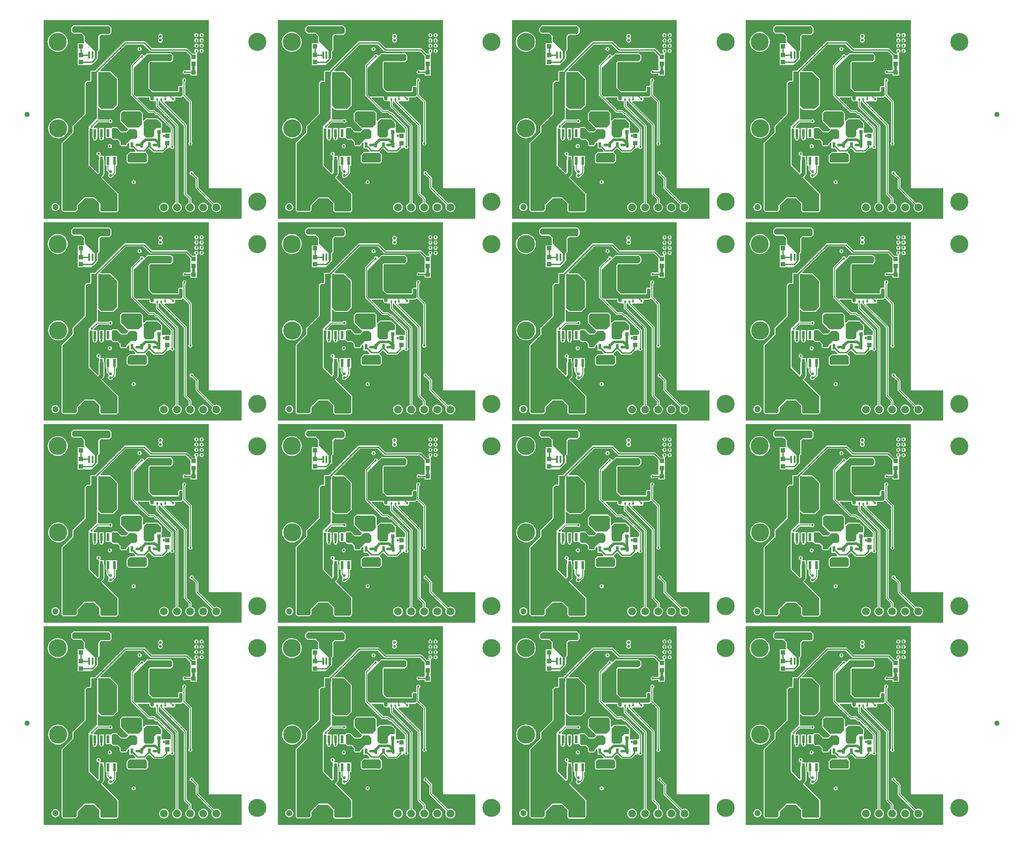
<source format=gbl>
G04*
G04 #@! TF.GenerationSoftware,Altium Limited,Altium Designer,20.2.6 (244)*
G04*
G04 Layer_Physical_Order=4*
G04 Layer_Color=16711680*
%FSLAX44Y44*%
%MOMM*%
G71*
G04*
G04 #@! TF.SameCoordinates,9645A69E-1417-4B4D-8682-0EA00A473316*
G04*
G04*
G04 #@! TF.FilePolarity,Positive*
G04*
G01*
G75*
%ADD10C,1.0160*%
%ADD11C,0.1524*%
%ADD17R,0.5000X0.5000*%
%ADD19R,0.5000X0.5000*%
%ADD29R,0.7620X0.7620*%
%ADD34R,0.9000X0.8100*%
%ADD35C,0.2540*%
%ADD36C,0.5080*%
%ADD38C,0.5500*%
%ADD39C,1.2000*%
%ADD40R,1.2000X1.2000*%
%ADD41C,1.5000*%
%ADD42R,1.5000X1.5000*%
%ADD43C,3.5000*%
%ADD44C,0.4570*%
%ADD45C,0.7000*%
%ADD46R,0.6000X1.5500*%
G04:AMPARAMS|DCode=47|XSize=1.27mm|YSize=1.27mm|CornerRadius=0.3175mm|HoleSize=0mm|Usage=FLASHONLY|Rotation=180.000|XOffset=0mm|YOffset=0mm|HoleType=Round|Shape=RoundedRectangle|*
%AMROUNDEDRECTD47*
21,1,1.2700,0.6350,0,0,180.0*
21,1,0.6350,1.2700,0,0,180.0*
1,1,0.6350,-0.3175,0.3175*
1,1,0.6350,0.3175,0.3175*
1,1,0.6350,0.3175,-0.3175*
1,1,0.6350,-0.3175,-0.3175*
%
%ADD47ROUNDEDRECTD47*%
%ADD48R,0.7620X0.7620*%
%ADD49R,0.6000X1.1000*%
%ADD50R,1.6000X4.5000*%
%ADD51R,0.4500X1.3500*%
%ADD52C,0.7620*%
%ADD53C,0.6350*%
G36*
X1742932Y1237008D02*
X1806000D01*
Y1177990D01*
X1423090D01*
Y1563110D01*
X1742932D01*
Y1237008D01*
D02*
G37*
G36*
X1289432D02*
X1352500D01*
Y1177990D01*
X969590D01*
Y1563110D01*
X1289432D01*
Y1237008D01*
D02*
G37*
G36*
X835932D02*
X899000D01*
Y1177990D01*
X516090D01*
Y1563110D01*
X835932D01*
Y1237008D01*
D02*
G37*
G36*
X382432D02*
X445500D01*
Y1177990D01*
X62590D01*
Y1563110D01*
X382432D01*
Y1237008D01*
D02*
G37*
G36*
X1742932Y845208D02*
X1806000D01*
Y786190D01*
X1423090D01*
Y1171310D01*
X1742932D01*
Y845208D01*
D02*
G37*
G36*
X1289432D02*
X1352500D01*
Y786190D01*
X969590D01*
Y1171310D01*
X1289432D01*
Y845208D01*
D02*
G37*
G36*
X835932D02*
X899000D01*
Y786190D01*
X516090D01*
Y1171310D01*
X835932D01*
Y845208D01*
D02*
G37*
G36*
X382432D02*
X445500D01*
Y786190D01*
X62590D01*
Y1171310D01*
X382432D01*
Y845208D01*
D02*
G37*
G36*
X1742932Y453408D02*
X1806000D01*
Y394390D01*
X1423090D01*
Y779510D01*
X1742932D01*
Y453408D01*
D02*
G37*
G36*
X1289432D02*
X1352500D01*
Y394390D01*
X969590D01*
Y779510D01*
X1289432D01*
Y453408D01*
D02*
G37*
G36*
X835932D02*
X899000D01*
Y394390D01*
X516090D01*
Y779510D01*
X835932D01*
Y453408D01*
D02*
G37*
G36*
X382432D02*
X445500D01*
Y394390D01*
X62590D01*
Y779510D01*
X382432D01*
Y453408D01*
D02*
G37*
G36*
X1742932Y61608D02*
X1806000D01*
Y2590D01*
X1423090D01*
Y387710D01*
X1742932D01*
Y61608D01*
D02*
G37*
G36*
X1289432D02*
X1352500D01*
Y2590D01*
X969590D01*
Y387710D01*
X1289432D01*
Y61608D01*
D02*
G37*
G36*
X835932D02*
X899000D01*
Y2590D01*
X516090D01*
Y387710D01*
X835932D01*
Y61608D01*
D02*
G37*
G36*
X382432D02*
X445500D01*
Y2590D01*
X62590D01*
Y387710D01*
X382432D01*
Y61608D01*
D02*
G37*
%LPC*%
G36*
X1728910Y1537514D02*
X1727424Y1537218D01*
X1726164Y1536376D01*
X1725322Y1535116D01*
X1725026Y1533630D01*
X1725322Y1532144D01*
X1726164Y1530884D01*
X1727424Y1530042D01*
X1728910Y1529746D01*
X1730396Y1530042D01*
X1731656Y1530884D01*
X1732498Y1532144D01*
X1732794Y1533630D01*
X1732498Y1535116D01*
X1731656Y1536376D01*
X1730396Y1537218D01*
X1728910Y1537514D01*
D02*
G37*
G36*
X1718750D02*
X1717264Y1537218D01*
X1716004Y1536376D01*
X1715162Y1535116D01*
X1714866Y1533630D01*
X1715162Y1532144D01*
X1716004Y1530884D01*
X1717264Y1530042D01*
X1718750Y1529746D01*
X1720236Y1530042D01*
X1721496Y1530884D01*
X1722338Y1532144D01*
X1722634Y1533630D01*
X1722338Y1535116D01*
X1721496Y1536376D01*
X1720236Y1537218D01*
X1718750Y1537514D01*
D02*
G37*
G36*
X1728910Y1527354D02*
X1727424Y1527058D01*
X1726164Y1526216D01*
X1725322Y1524956D01*
X1725026Y1523470D01*
X1725322Y1521984D01*
X1726164Y1520724D01*
X1727424Y1519882D01*
X1728910Y1519586D01*
X1730396Y1519882D01*
X1731656Y1520724D01*
X1732498Y1521984D01*
X1732794Y1523470D01*
X1732498Y1524956D01*
X1731656Y1526216D01*
X1730396Y1527058D01*
X1728910Y1527354D01*
D02*
G37*
G36*
X1718750D02*
X1717264Y1527058D01*
X1716004Y1526216D01*
X1715162Y1524956D01*
X1714866Y1523470D01*
X1715162Y1521984D01*
X1716004Y1520724D01*
X1717264Y1519882D01*
X1718750Y1519586D01*
X1720236Y1519882D01*
X1721496Y1520724D01*
X1722338Y1521984D01*
X1722634Y1523470D01*
X1722338Y1524956D01*
X1721496Y1526216D01*
X1720236Y1527058D01*
X1718750Y1527354D01*
D02*
G37*
G36*
X1649250Y1536517D02*
X1647483Y1536165D01*
X1645986Y1535164D01*
X1644985Y1533667D01*
X1644633Y1531900D01*
X1644985Y1530133D01*
X1645986Y1528636D01*
Y1527164D01*
X1644985Y1525667D01*
X1644633Y1523900D01*
X1644985Y1522133D01*
X1645986Y1520636D01*
X1647483Y1519635D01*
X1649250Y1519283D01*
X1651017Y1519635D01*
X1652514Y1520636D01*
X1653515Y1522133D01*
X1653867Y1523900D01*
X1653515Y1525667D01*
X1652514Y1527164D01*
Y1528636D01*
X1653515Y1530133D01*
X1653867Y1531900D01*
X1653515Y1533667D01*
X1652514Y1535164D01*
X1651017Y1536165D01*
X1649250Y1536517D01*
D02*
G37*
G36*
X1728910Y1517194D02*
X1727424Y1516898D01*
X1726164Y1516056D01*
X1725322Y1514796D01*
X1725026Y1513310D01*
X1725322Y1511824D01*
X1726164Y1510564D01*
X1727424Y1509722D01*
X1728910Y1509426D01*
X1730396Y1509722D01*
X1731656Y1510564D01*
X1732498Y1511824D01*
X1732794Y1513310D01*
X1732498Y1514796D01*
X1731656Y1516056D01*
X1730396Y1516898D01*
X1728910Y1517194D01*
D02*
G37*
G36*
X1718750D02*
X1717264Y1516898D01*
X1716004Y1516056D01*
X1715162Y1514796D01*
X1714866Y1513310D01*
X1715162Y1511824D01*
X1716004Y1510564D01*
X1717264Y1509722D01*
X1718750Y1509426D01*
X1720236Y1509722D01*
X1721496Y1510564D01*
X1722338Y1511824D01*
X1722634Y1513310D01*
X1722338Y1514796D01*
X1721496Y1516056D01*
X1720236Y1516898D01*
X1718750Y1517194D01*
D02*
G37*
G36*
X1608500Y1510784D02*
X1607014Y1510488D01*
X1605754Y1509646D01*
X1604912Y1508386D01*
X1604616Y1506900D01*
X1604912Y1505414D01*
X1605754Y1504154D01*
X1607014Y1503312D01*
X1608500Y1503016D01*
X1609986Y1503312D01*
X1611246Y1504154D01*
X1612088Y1505414D01*
X1612384Y1506900D01*
X1612088Y1508386D01*
X1611246Y1509646D01*
X1609986Y1510488D01*
X1608500Y1510784D01*
D02*
G37*
G36*
X1450200Y1540071D02*
X1446421Y1539699D01*
X1442787Y1538597D01*
X1439438Y1536807D01*
X1436503Y1534398D01*
X1434093Y1531462D01*
X1432303Y1528113D01*
X1431201Y1524479D01*
X1430829Y1520700D01*
X1431201Y1516921D01*
X1432303Y1513287D01*
X1434093Y1509938D01*
X1436503Y1507002D01*
X1439438Y1504593D01*
X1442787Y1502803D01*
X1446421Y1501701D01*
X1450200Y1501329D01*
X1453979Y1501701D01*
X1457613Y1502803D01*
X1460962Y1504593D01*
X1463898Y1507002D01*
X1466307Y1509938D01*
X1468097Y1513287D01*
X1469199Y1516921D01*
X1469571Y1520700D01*
X1469199Y1524479D01*
X1468097Y1528113D01*
X1466307Y1531462D01*
X1463898Y1534398D01*
X1460962Y1536807D01*
X1457613Y1538597D01*
X1453979Y1539699D01*
X1450200Y1540071D01*
D02*
G37*
G36*
X1728910Y1507034D02*
X1727424Y1506738D01*
X1726164Y1505896D01*
X1725322Y1504636D01*
X1725026Y1503150D01*
X1725322Y1501664D01*
X1726164Y1500404D01*
X1727424Y1499562D01*
X1728910Y1499266D01*
X1730396Y1499562D01*
X1731656Y1500404D01*
X1732498Y1501664D01*
X1732794Y1503150D01*
X1732498Y1504636D01*
X1731656Y1505896D01*
X1730396Y1506738D01*
X1728910Y1507034D01*
D02*
G37*
G36*
X1668750Y1499213D02*
X1668056Y1499075D01*
X1667889Y1498963D01*
X1624250D01*
X1623556Y1498825D01*
X1622968Y1498432D01*
X1618687Y1494151D01*
X1618047Y1494162D01*
X1616342Y1494634D01*
X1615798Y1495448D01*
X1614538Y1496290D01*
X1613052Y1496586D01*
X1611566Y1496290D01*
X1610306Y1495448D01*
X1609464Y1494188D01*
X1609176Y1492738D01*
X1592814Y1476377D01*
X1592253Y1475537D01*
X1592056Y1474545D01*
Y1417771D01*
X1592253Y1416780D01*
X1592814Y1415940D01*
X1624797Y1383958D01*
X1625637Y1383396D01*
X1626628Y1383199D01*
X1635531D01*
X1638987Y1379744D01*
X1639827Y1379182D01*
X1640818Y1378985D01*
X1642576D01*
X1669410Y1352151D01*
Y1345899D01*
X1667410Y1344137D01*
X1660750Y1344150D01*
X1651640D01*
Y1351610D01*
X1651640D01*
X1651610Y1351774D01*
X1651640Y1353774D01*
X1651786Y1354248D01*
X1651925Y1354456D01*
X1652063Y1355150D01*
X1652063Y1355150D01*
X1652063Y1355599D01*
X1652063Y1363150D01*
X1651925Y1363844D01*
X1651640Y1364270D01*
Y1364950D01*
X1651014D01*
X1644282Y1371682D01*
X1643694Y1372075D01*
X1643000Y1372213D01*
X1621750Y1372213D01*
X1621056Y1372075D01*
X1620468Y1371682D01*
X1616813Y1368027D01*
X1614813Y1368855D01*
X1614813Y1382400D01*
X1614675Y1383094D01*
X1614282Y1383682D01*
X1610782Y1387182D01*
X1610782Y1387182D01*
X1610194Y1387575D01*
X1609500Y1387713D01*
X1576000Y1387713D01*
X1575306Y1387575D01*
X1574718Y1387182D01*
X1574718Y1387182D01*
X1571218Y1383682D01*
X1571218Y1383682D01*
X1570825Y1383094D01*
X1570687Y1382400D01*
Y1368400D01*
X1570825Y1367706D01*
X1571218Y1367118D01*
X1584718Y1353618D01*
X1585306Y1353225D01*
X1585412Y1353204D01*
X1586084Y1351734D01*
X1586123Y1351087D01*
X1582249Y1347213D01*
X1573251Y1347213D01*
X1565532Y1354932D01*
X1564944Y1355325D01*
X1564250Y1355463D01*
X1556750Y1355463D01*
X1556056Y1355325D01*
X1555468Y1354932D01*
X1554180Y1353643D01*
X1552313Y1353410D01*
X1551980Y1353406D01*
X1551729Y1353406D01*
X1542722D01*
Y1334350D01*
X1551758D01*
X1552278Y1334350D01*
X1554193Y1334144D01*
X1556968Y1331368D01*
X1557556Y1330975D01*
X1558250Y1330837D01*
X1566249D01*
X1570437Y1326649D01*
Y1321900D01*
X1570575Y1321206D01*
X1570968Y1320618D01*
X1572468Y1319118D01*
X1573056Y1318725D01*
X1573750Y1318587D01*
X1581750D01*
X1582444Y1318725D01*
X1583032Y1319118D01*
X1584532Y1320618D01*
X1584925Y1321206D01*
X1585063Y1321900D01*
X1585063Y1322899D01*
X1587254Y1325090D01*
X1589102Y1324325D01*
Y1313848D01*
X1596013D01*
X1600898Y1308963D01*
X1600070Y1306963D01*
X1590000D01*
X1589306Y1306825D01*
X1588718Y1306432D01*
X1584468Y1302182D01*
X1584075Y1301594D01*
X1583937Y1300900D01*
X1583937Y1289150D01*
X1584075Y1288456D01*
X1584468Y1287868D01*
X1586718Y1285618D01*
X1587306Y1285225D01*
X1588000Y1285087D01*
X1620250Y1285087D01*
X1620944Y1285225D01*
X1621532Y1285618D01*
X1624282Y1288368D01*
X1624675Y1288956D01*
X1624813Y1289650D01*
Y1301900D01*
X1624675Y1302594D01*
X1624282Y1303182D01*
X1621032Y1306432D01*
X1620970Y1306474D01*
X1620554Y1308307D01*
X1620593Y1308834D01*
X1625529Y1313770D01*
X1628045D01*
X1634613Y1307202D01*
X1635621Y1306529D01*
X1636810Y1306292D01*
X1653116D01*
X1654305Y1306529D01*
X1655313Y1307202D01*
X1661761Y1313650D01*
X1663914D01*
X1666299Y1316035D01*
X1668056Y1315726D01*
X1668550Y1315458D01*
X1669254Y1314404D01*
X1670514Y1313562D01*
X1672000Y1313266D01*
X1673486Y1313562D01*
X1674746Y1314404D01*
X1675588Y1315664D01*
X1675884Y1317150D01*
X1675588Y1318636D01*
X1674746Y1319896D01*
X1674590Y1320001D01*
Y1353224D01*
X1674393Y1354215D01*
X1673831Y1355055D01*
X1645480Y1383406D01*
X1644640Y1383968D01*
X1643649Y1384165D01*
X1641891D01*
X1638435Y1387620D01*
X1637595Y1388181D01*
X1636604Y1388379D01*
X1627701D01*
X1605090Y1410989D01*
X1605855Y1412837D01*
X1627460D01*
Y1410912D01*
X1627845Y1408979D01*
X1628940Y1407341D01*
X1630578Y1406246D01*
X1632510Y1405862D01*
X1632648Y1405889D01*
X1634500Y1406246D01*
X1635346Y1405400D01*
X1640410D01*
Y1396150D01*
X1640607Y1395159D01*
X1641169Y1394319D01*
X1678810Y1356677D01*
Y1208872D01*
X1676721Y1208006D01*
X1674783Y1206519D01*
X1673296Y1204581D01*
X1672361Y1202324D01*
X1672042Y1199902D01*
X1672361Y1197480D01*
X1673296Y1195223D01*
X1674783Y1193285D01*
X1676721Y1191798D01*
X1678978Y1190863D01*
X1681400Y1190544D01*
X1683822Y1190863D01*
X1686079Y1191798D01*
X1688017Y1193285D01*
X1689504Y1195223D01*
X1690439Y1197480D01*
X1690758Y1199902D01*
X1690439Y1202324D01*
X1689504Y1204581D01*
X1688017Y1206519D01*
X1686079Y1208006D01*
X1683990Y1208872D01*
Y1357750D01*
X1683793Y1358741D01*
X1683231Y1359581D01*
X1645590Y1397223D01*
Y1405400D01*
X1648493D01*
Y1405317D01*
X1648691Y1404326D01*
X1649252Y1403486D01*
X1694410Y1358327D01*
Y1226308D01*
X1694607Y1225317D01*
X1695169Y1224476D01*
X1704210Y1215435D01*
Y1208872D01*
X1702121Y1208006D01*
X1700183Y1206519D01*
X1698696Y1204581D01*
X1697761Y1202324D01*
X1697442Y1199902D01*
X1697761Y1197480D01*
X1698696Y1195223D01*
X1700183Y1193285D01*
X1702121Y1191798D01*
X1704378Y1190863D01*
X1706800Y1190544D01*
X1709222Y1190863D01*
X1711479Y1191798D01*
X1713417Y1193285D01*
X1714904Y1195223D01*
X1715839Y1197480D01*
X1716158Y1199902D01*
X1715839Y1202324D01*
X1714904Y1204581D01*
X1713417Y1206519D01*
X1711479Y1208006D01*
X1709390Y1208872D01*
Y1216508D01*
X1709193Y1217499D01*
X1708631Y1218339D01*
X1699590Y1227381D01*
Y1359400D01*
X1699393Y1360391D01*
X1698831Y1361231D01*
X1656510Y1403552D01*
X1657276Y1405400D01*
X1675750D01*
X1678000Y1407650D01*
Y1412837D01*
X1688750D01*
X1689444Y1412975D01*
X1690032Y1413368D01*
X1691038Y1414374D01*
X1693864Y1414374D01*
X1704660Y1403577D01*
Y1326453D01*
X1704443Y1326308D01*
X1703601Y1325048D01*
X1703305Y1323562D01*
X1703601Y1322076D01*
X1704443Y1320816D01*
X1705703Y1319974D01*
X1707189Y1319678D01*
X1708675Y1319974D01*
X1709935Y1320816D01*
X1710777Y1322076D01*
X1711073Y1323562D01*
X1710777Y1325048D01*
X1709935Y1326308D01*
X1709840Y1326372D01*
Y1404650D01*
X1709643Y1405641D01*
X1709081Y1406481D01*
X1696876Y1418687D01*
Y1442899D01*
X1697989Y1443643D01*
X1698831Y1444903D01*
X1699127Y1446389D01*
X1698831Y1447875D01*
X1697989Y1449135D01*
X1696729Y1449977D01*
X1695243Y1450273D01*
X1693757Y1449977D01*
X1692497Y1449135D01*
X1691655Y1447875D01*
X1691360Y1446389D01*
X1691655Y1444903D01*
X1691829Y1444642D01*
X1691696Y1443973D01*
Y1437211D01*
X1690500Y1435463D01*
X1686000D01*
X1685306Y1435325D01*
X1684718Y1434932D01*
X1683718Y1433932D01*
X1683325Y1433344D01*
X1683187Y1432650D01*
Y1425651D01*
X1682499Y1424963D01*
X1634751D01*
X1627813Y1431901D01*
Y1480149D01*
X1629001Y1481337D01*
X1668500D01*
X1669194Y1481475D01*
X1669782Y1481868D01*
X1673282Y1485368D01*
X1673675Y1485956D01*
X1673813Y1486650D01*
Y1494150D01*
X1673675Y1494844D01*
X1673282Y1495432D01*
X1670032Y1498682D01*
X1669444Y1499075D01*
X1668750Y1499213D01*
D02*
G37*
G36*
X1549250Y1552713D02*
X1481500D01*
X1480806Y1552575D01*
X1480218Y1552182D01*
X1476468Y1548432D01*
X1476075Y1547844D01*
X1475937Y1547150D01*
X1475937Y1541900D01*
X1476075Y1541206D01*
X1476468Y1540618D01*
X1479718Y1537368D01*
X1480306Y1536975D01*
X1481000Y1536837D01*
X1495749D01*
X1500687Y1531899D01*
Y1521900D01*
X1500825Y1521206D01*
X1501218Y1520618D01*
X1501742Y1520094D01*
X1500795Y1518213D01*
X1499729Y1518213D01*
X1488900D01*
Y1506557D01*
Y1501106D01*
X1488896D01*
Y1489450D01*
X1488900D01*
Y1487206D01*
X1488896D01*
Y1475550D01*
X1515457D01*
X1519088Y1479180D01*
X1525043Y1485136D01*
X1525717Y1486144D01*
X1525755Y1486337D01*
X1526252Y1486337D01*
X1526599Y1486407D01*
X1526944Y1486475D01*
X1526944Y1486476D01*
X1526945Y1486476D01*
X1527125Y1486596D01*
X1527854D01*
Y1487350D01*
X1527925Y1487456D01*
X1527925Y1487457D01*
X1527926Y1487458D01*
X1527994Y1487804D01*
X1528063Y1488150D01*
Y1502149D01*
X1530282Y1504368D01*
X1530675Y1504956D01*
X1530813Y1505650D01*
X1530813Y1531399D01*
X1533501Y1534087D01*
X1549500Y1534087D01*
X1550194Y1534225D01*
X1550782Y1534618D01*
X1553782Y1537618D01*
X1554175Y1538206D01*
X1554313Y1538900D01*
Y1547650D01*
X1554175Y1548344D01*
X1553782Y1548932D01*
X1550532Y1552182D01*
X1549944Y1552575D01*
X1549250Y1552713D01*
D02*
G37*
G36*
X1617500Y1522008D02*
X1581010D01*
X1579821Y1521771D01*
X1578812Y1521098D01*
X1522609Y1464894D01*
X1522337Y1464487D01*
X1515242Y1464487D01*
X1514548Y1464349D01*
X1514254Y1464152D01*
X1513298D01*
Y1463038D01*
X1513175Y1462420D01*
Y1445899D01*
X1512713Y1445437D01*
X1507413D01*
X1506719Y1445299D01*
X1506131Y1444906D01*
X1504235Y1443010D01*
X1503744D01*
Y1442519D01*
X1502861Y1441636D01*
X1502468Y1441048D01*
X1502330Y1440354D01*
X1502330Y1381391D01*
X1478918Y1358324D01*
X1478914Y1358319D01*
X1478908Y1358315D01*
X1478715Y1358026D01*
X1478520Y1357739D01*
X1478519Y1357733D01*
X1478515Y1357727D01*
X1478447Y1357385D01*
X1478377Y1357047D01*
X1478379Y1357040D01*
X1478377Y1357033D01*
Y1345569D01*
X1458080Y1325272D01*
X1457687Y1324684D01*
X1457549Y1323990D01*
Y1195038D01*
X1457687Y1194344D01*
X1458080Y1193756D01*
X1460468Y1191368D01*
X1460468Y1191368D01*
X1461056Y1190975D01*
X1461750Y1190837D01*
X1483750Y1190837D01*
X1484444Y1190975D01*
X1485032Y1191368D01*
X1485032Y1191368D01*
X1488076Y1194412D01*
X1488469Y1195000D01*
X1488607Y1195694D01*
X1488607Y1203605D01*
X1502277Y1217275D01*
X1520333Y1217275D01*
X1530701Y1206907D01*
X1530701Y1193886D01*
X1530839Y1193192D01*
X1531232Y1192604D01*
X1533219Y1190618D01*
X1533807Y1190225D01*
X1534500Y1190087D01*
X1563250Y1190087D01*
X1563944Y1190225D01*
X1564532Y1190618D01*
X1564532Y1190618D01*
X1566816Y1192902D01*
X1567209Y1193490D01*
X1567347Y1194184D01*
X1567347Y1225692D01*
X1567209Y1226386D01*
X1566816Y1226974D01*
X1535599Y1258191D01*
X1538829Y1261421D01*
X1540064Y1263270D01*
X1540497Y1265450D01*
Y1289878D01*
X1540064Y1292058D01*
X1539578Y1292785D01*
Y1299406D01*
X1533221D01*
X1532967Y1299717D01*
X1532334Y1301406D01*
X1532841Y1302164D01*
X1533136Y1303650D01*
X1532841Y1305136D01*
X1531999Y1306396D01*
X1530739Y1307238D01*
X1529253Y1307534D01*
X1527767Y1307238D01*
X1526507Y1306396D01*
X1525665Y1305136D01*
X1525369Y1303650D01*
X1525665Y1302164D01*
X1526507Y1300904D01*
X1527767Y1300062D01*
X1528254Y1299965D01*
X1529308Y1299632D01*
X1530022Y1297880D01*
Y1292785D01*
X1529536Y1292058D01*
X1529103Y1289878D01*
Y1267810D01*
X1527541Y1266249D01*
X1511975Y1281815D01*
X1511975Y1352242D01*
X1513975Y1353172D01*
X1514514Y1352812D01*
X1516000Y1352516D01*
X1517322Y1351431D01*
Y1334350D01*
X1517337D01*
X1518116Y1333400D01*
X1518412Y1331914D01*
X1519254Y1330654D01*
X1520514Y1329812D01*
X1522000Y1329516D01*
X1523486Y1329812D01*
X1524746Y1330654D01*
X1525588Y1331914D01*
X1525884Y1333400D01*
X1526663Y1334350D01*
X1526878D01*
Y1353406D01*
X1520986D01*
X1520526Y1353903D01*
X1519686Y1355406D01*
X1519884Y1356400D01*
X1519875Y1356441D01*
X1528244Y1364810D01*
X1549399D01*
X1549504Y1364654D01*
X1550764Y1363812D01*
X1552250Y1363516D01*
X1553736Y1363812D01*
X1554996Y1364654D01*
X1555838Y1365914D01*
X1556134Y1367400D01*
X1555838Y1368886D01*
X1554996Y1370146D01*
X1553736Y1370988D01*
X1552250Y1371284D01*
X1550764Y1370988D01*
X1549504Y1370146D01*
X1549399Y1369990D01*
X1528658D01*
X1528528Y1370104D01*
X1527610Y1371818D01*
X1527609Y1371990D01*
X1527723Y1372560D01*
Y1392250D01*
X1529571Y1393016D01*
X1533218Y1389368D01*
X1533806Y1388975D01*
X1534500Y1388837D01*
X1557000Y1388837D01*
X1557694Y1388975D01*
X1558282Y1389368D01*
X1566032Y1397118D01*
X1566425Y1397706D01*
X1566563Y1398400D01*
X1566563Y1448650D01*
X1566425Y1449344D01*
X1566032Y1449932D01*
X1552532Y1463432D01*
X1551944Y1463825D01*
X1551250Y1463963D01*
X1534354D01*
Y1464152D01*
X1533270D01*
X1532505Y1466000D01*
X1582297Y1515792D01*
X1616213D01*
X1628802Y1503203D01*
X1629811Y1502529D01*
X1631000Y1502292D01*
X1698293D01*
X1707338Y1493247D01*
Y1485986D01*
Y1472086D01*
Y1465258D01*
X1698205D01*
X1697486Y1465738D01*
X1696000Y1466034D01*
X1694514Y1465738D01*
X1693254Y1464896D01*
X1692412Y1463636D01*
X1692116Y1462150D01*
X1692412Y1460664D01*
X1693254Y1459404D01*
X1694514Y1458562D01*
X1696000Y1458266D01*
X1697486Y1458562D01*
X1698205Y1459042D01*
X1707338D01*
Y1455506D01*
X1719894D01*
Y1472086D01*
Y1483742D01*
Y1497455D01*
X1719894Y1497642D01*
X1720135Y1499542D01*
X1720236Y1499562D01*
X1721496Y1500404D01*
X1722338Y1501664D01*
X1722634Y1503150D01*
X1722338Y1504636D01*
X1721496Y1505896D01*
X1720236Y1506738D01*
X1718750Y1507034D01*
X1717264Y1506738D01*
X1716004Y1505896D01*
X1715162Y1504636D01*
X1714866Y1503150D01*
X1715162Y1501664D01*
X1716004Y1500404D01*
X1717144Y1499642D01*
X1717166Y1499495D01*
X1716140Y1497642D01*
X1711733D01*
X1701777Y1507598D01*
X1700769Y1508271D01*
X1699580Y1508508D01*
X1632287D01*
X1619698Y1521098D01*
X1618689Y1521771D01*
X1617500Y1522008D01*
D02*
G37*
G36*
X1450900Y1372471D02*
X1447121Y1372099D01*
X1443487Y1370997D01*
X1440138Y1369207D01*
X1437202Y1366798D01*
X1434793Y1363862D01*
X1433003Y1360513D01*
X1431901Y1356879D01*
X1431529Y1353100D01*
X1431901Y1349321D01*
X1433003Y1345687D01*
X1434793Y1342338D01*
X1437202Y1339402D01*
X1440138Y1336993D01*
X1443487Y1335203D01*
X1447121Y1334101D01*
X1450900Y1333729D01*
X1454679Y1334101D01*
X1458313Y1335203D01*
X1461662Y1336993D01*
X1464598Y1339402D01*
X1467007Y1342338D01*
X1468797Y1345687D01*
X1469899Y1349321D01*
X1470271Y1353100D01*
X1469899Y1356879D01*
X1468797Y1360513D01*
X1467007Y1363862D01*
X1464598Y1366798D01*
X1461662Y1369207D01*
X1458313Y1370997D01*
X1454679Y1372099D01*
X1450900Y1372471D01*
D02*
G37*
G36*
X1539578Y1353406D02*
X1530022D01*
Y1334350D01*
X1530542D01*
X1531116Y1333650D01*
X1531412Y1332164D01*
X1532254Y1330904D01*
X1533514Y1330062D01*
X1535000Y1329766D01*
X1536486Y1330062D01*
X1537746Y1330904D01*
X1538588Y1332164D01*
X1538884Y1333650D01*
X1539458Y1334350D01*
X1539578D01*
Y1353406D01*
D02*
G37*
G36*
X1550932Y1322392D02*
X1549445Y1322096D01*
X1548185Y1321255D01*
X1547344Y1319995D01*
X1547048Y1318508D01*
X1547344Y1317022D01*
X1548185Y1315762D01*
X1549445Y1314921D01*
X1550932Y1314625D01*
X1552418Y1314921D01*
X1553678Y1315762D01*
X1554520Y1317022D01*
X1554815Y1318508D01*
X1554520Y1319995D01*
X1553678Y1321255D01*
X1552418Y1322096D01*
X1550932Y1322392D01*
D02*
G37*
G36*
X1564978Y1299406D02*
X1542722D01*
Y1280350D01*
X1544910D01*
Y1273888D01*
X1544899D01*
X1545143Y1272031D01*
X1545860Y1270301D01*
X1547000Y1268816D01*
X1547655Y1268313D01*
X1547807Y1267549D01*
X1548808Y1266051D01*
Y1264581D01*
X1547807Y1263083D01*
X1547455Y1261316D01*
X1547807Y1259549D01*
X1548808Y1258052D01*
X1550305Y1257051D01*
X1552072Y1256699D01*
X1553839Y1257051D01*
X1555336Y1258052D01*
X1556337Y1259549D01*
X1556362Y1259674D01*
X1557452Y1260126D01*
X1559680Y1261835D01*
X1561391Y1264064D01*
X1562465Y1266659D01*
X1562832Y1269444D01*
X1562790D01*
Y1280350D01*
X1564978D01*
Y1299406D01*
D02*
G37*
G36*
X1597250Y1252784D02*
X1595764Y1252488D01*
X1594504Y1251646D01*
X1593662Y1250386D01*
X1593366Y1248900D01*
X1593662Y1247414D01*
X1594504Y1246154D01*
X1595764Y1245312D01*
X1597250Y1245016D01*
X1598736Y1245312D01*
X1599996Y1246154D01*
X1600838Y1247414D01*
X1601134Y1248900D01*
X1600838Y1250386D01*
X1599996Y1251646D01*
X1598736Y1252488D01*
X1597250Y1252784D01*
D02*
G37*
G36*
X1445500Y1208245D02*
X1443470Y1207978D01*
X1441577Y1207194D01*
X1439953Y1205947D01*
X1438706Y1204323D01*
X1437922Y1202430D01*
X1437655Y1200400D01*
X1437922Y1198370D01*
X1438706Y1196478D01*
X1439953Y1194853D01*
X1441577Y1193606D01*
X1443470Y1192822D01*
X1445500Y1192555D01*
X1447531Y1192822D01*
X1449423Y1193606D01*
X1451047Y1194853D01*
X1452294Y1196478D01*
X1453078Y1198370D01*
X1453345Y1200400D01*
X1453078Y1202430D01*
X1452294Y1204323D01*
X1451047Y1205947D01*
X1449423Y1207194D01*
X1447531Y1207978D01*
X1445500Y1208245D01*
D02*
G37*
G36*
X1709500Y1270034D02*
X1708014Y1269738D01*
X1706754Y1268896D01*
X1705912Y1267636D01*
X1705616Y1266150D01*
X1705912Y1264664D01*
X1706754Y1263404D01*
X1708014Y1262562D01*
X1709500Y1262266D01*
X1709684Y1262303D01*
X1717160Y1254827D01*
Y1237752D01*
X1717357Y1236761D01*
X1717919Y1235921D01*
X1749426Y1204413D01*
X1748561Y1202324D01*
X1748242Y1199902D01*
X1748561Y1197480D01*
X1749496Y1195223D01*
X1750983Y1193285D01*
X1752921Y1191798D01*
X1755178Y1190863D01*
X1757600Y1190544D01*
X1760022Y1190863D01*
X1762279Y1191798D01*
X1764217Y1193285D01*
X1765704Y1195223D01*
X1766639Y1197480D01*
X1766958Y1199902D01*
X1766639Y1202324D01*
X1765704Y1204581D01*
X1764217Y1206519D01*
X1762279Y1208006D01*
X1760022Y1208941D01*
X1757600Y1209260D01*
X1755178Y1208941D01*
X1753089Y1208076D01*
X1722340Y1238825D01*
Y1255900D01*
X1722143Y1256891D01*
X1721581Y1257731D01*
X1713347Y1265966D01*
X1713384Y1266150D01*
X1713088Y1267636D01*
X1712246Y1268896D01*
X1710986Y1269738D01*
X1709500Y1270034D01*
D02*
G37*
G36*
X1732200Y1209260D02*
X1729778Y1208941D01*
X1727521Y1208006D01*
X1725583Y1206519D01*
X1724096Y1204581D01*
X1723161Y1202324D01*
X1722842Y1199902D01*
X1723161Y1197480D01*
X1724096Y1195223D01*
X1725583Y1193285D01*
X1727521Y1191798D01*
X1729778Y1190863D01*
X1732200Y1190544D01*
X1734622Y1190863D01*
X1736879Y1191798D01*
X1738817Y1193285D01*
X1740304Y1195223D01*
X1741239Y1197480D01*
X1741558Y1199902D01*
X1741239Y1202324D01*
X1740304Y1204581D01*
X1738817Y1206519D01*
X1736879Y1208006D01*
X1734622Y1208941D01*
X1732200Y1209260D01*
D02*
G37*
G36*
X1656000D02*
X1653578Y1208941D01*
X1651321Y1208006D01*
X1649383Y1206519D01*
X1647896Y1204581D01*
X1646961Y1202324D01*
X1646642Y1199902D01*
X1646961Y1197480D01*
X1647896Y1195223D01*
X1649383Y1193285D01*
X1651321Y1191798D01*
X1653578Y1190863D01*
X1656000Y1190544D01*
X1658422Y1190863D01*
X1660679Y1191798D01*
X1662617Y1193285D01*
X1664104Y1195223D01*
X1665039Y1197480D01*
X1665358Y1199902D01*
X1665039Y1202324D01*
X1664104Y1204581D01*
X1662617Y1206519D01*
X1660679Y1208006D01*
X1658422Y1208941D01*
X1656000Y1209260D01*
D02*
G37*
%LPD*%
G36*
X1672000Y1494150D02*
Y1486650D01*
X1668500Y1483150D01*
X1628250D01*
X1626000Y1480900D01*
Y1431150D01*
X1634000Y1423150D01*
X1683250D01*
X1685000Y1424900D01*
Y1432650D01*
X1686000Y1433650D01*
X1690500D01*
X1692000Y1432150D01*
Y1417900D01*
X1688750Y1414650D01*
X1601000Y1414650D01*
X1596932Y1418718D01*
X1596932Y1469832D01*
X1624250Y1497150D01*
X1668500D01*
X1668750Y1497400D01*
X1672000Y1494150D01*
D02*
G37*
G36*
X1609500Y1385900D02*
X1613000Y1382400D01*
X1613000Y1361650D01*
X1606250Y1354900D01*
X1586000Y1354900D01*
X1572500Y1368400D01*
Y1382400D01*
X1576000Y1385900D01*
X1609500Y1385900D01*
D02*
G37*
G36*
X1650250Y1363150D02*
X1650250Y1355150D01*
X1648750Y1353650D01*
X1641000Y1353650D01*
X1636750Y1349400D01*
X1636750Y1339150D01*
X1633000Y1335400D01*
X1621000D01*
X1616500Y1339900D01*
X1616500Y1365150D01*
X1621750Y1370400D01*
X1643000Y1370400D01*
X1650250Y1363150D01*
D02*
G37*
G36*
X1565750Y1352150D02*
X1572500Y1345400D01*
X1583000Y1345400D01*
X1589250Y1351650D01*
X1600250Y1351650D01*
X1604250Y1347650D01*
X1604250Y1336150D01*
X1600750Y1332650D01*
X1592250Y1332650D01*
X1583250Y1323650D01*
X1583250Y1321900D01*
X1581750Y1320400D01*
X1573750D01*
X1572250Y1321900D01*
Y1327400D01*
X1567000Y1332650D01*
X1558250D01*
X1555250Y1335650D01*
Y1352150D01*
X1556750Y1353650D01*
X1564250Y1353650D01*
X1565750Y1352150D01*
D02*
G37*
G36*
X1619750Y1305150D02*
X1623000Y1301900D01*
Y1289650D01*
X1620250Y1286900D01*
X1588000Y1286900D01*
X1585750Y1289150D01*
X1585750Y1300900D01*
X1590000Y1305150D01*
X1619750Y1305150D01*
D02*
G37*
G36*
X1552500Y1547650D02*
Y1538900D01*
X1549500Y1535900D01*
X1532750Y1535900D01*
X1529000Y1532150D01*
X1529000Y1505650D01*
X1526250Y1502900D01*
Y1488150D01*
X1521500Y1488145D01*
Y1502900D01*
X1502500Y1521900D01*
Y1532650D01*
X1496500Y1538650D01*
X1481000D01*
X1477750Y1541900D01*
X1477750Y1547150D01*
X1481500Y1550900D01*
X1549250D01*
X1552500Y1547650D01*
D02*
G37*
G36*
X1564750Y1448650D02*
X1564750Y1398400D01*
X1557000Y1390650D01*
X1534500Y1390650D01*
X1528250Y1396900D01*
X1528250Y1462150D01*
X1551250D01*
X1564750Y1448650D01*
D02*
G37*
G36*
X1525910Y1462674D02*
X1525910Y1372560D01*
X1510162Y1356812D01*
X1510162Y1281064D01*
X1565534Y1225692D01*
X1565534Y1194184D01*
X1563250Y1191900D01*
X1534500Y1191900D01*
X1532514Y1193886D01*
X1532514Y1207658D01*
X1521084Y1219088D01*
X1501526Y1219088D01*
X1486794Y1204356D01*
X1486794Y1195694D01*
X1483750Y1192650D01*
X1461750Y1192650D01*
X1459362Y1195038D01*
Y1323990D01*
X1480190Y1344818D01*
Y1357033D01*
X1504143Y1380632D01*
X1504143Y1440354D01*
X1507413Y1443624D01*
X1513464D01*
X1514988Y1445148D01*
Y1462420D01*
X1515242Y1462674D01*
X1525910Y1462674D01*
D02*
G37*
%LPC*%
G36*
X1275410Y1537514D02*
X1273924Y1537218D01*
X1272664Y1536376D01*
X1271822Y1535116D01*
X1271526Y1533630D01*
X1271822Y1532144D01*
X1272664Y1530884D01*
X1273924Y1530042D01*
X1275410Y1529746D01*
X1276896Y1530042D01*
X1278156Y1530884D01*
X1278998Y1532144D01*
X1279294Y1533630D01*
X1278998Y1535116D01*
X1278156Y1536376D01*
X1276896Y1537218D01*
X1275410Y1537514D01*
D02*
G37*
G36*
X1265250D02*
X1263764Y1537218D01*
X1262504Y1536376D01*
X1261662Y1535116D01*
X1261366Y1533630D01*
X1261662Y1532144D01*
X1262504Y1530884D01*
X1263764Y1530042D01*
X1265250Y1529746D01*
X1266736Y1530042D01*
X1267996Y1530884D01*
X1268838Y1532144D01*
X1269134Y1533630D01*
X1268838Y1535116D01*
X1267996Y1536376D01*
X1266736Y1537218D01*
X1265250Y1537514D01*
D02*
G37*
G36*
X1275410Y1527354D02*
X1273924Y1527058D01*
X1272664Y1526216D01*
X1271822Y1524956D01*
X1271526Y1523470D01*
X1271822Y1521984D01*
X1272664Y1520724D01*
X1273924Y1519882D01*
X1275410Y1519586D01*
X1276896Y1519882D01*
X1278156Y1520724D01*
X1278998Y1521984D01*
X1279294Y1523470D01*
X1278998Y1524956D01*
X1278156Y1526216D01*
X1276896Y1527058D01*
X1275410Y1527354D01*
D02*
G37*
G36*
X1265250D02*
X1263764Y1527058D01*
X1262504Y1526216D01*
X1261662Y1524956D01*
X1261366Y1523470D01*
X1261662Y1521984D01*
X1262504Y1520724D01*
X1263764Y1519882D01*
X1265250Y1519586D01*
X1266736Y1519882D01*
X1267996Y1520724D01*
X1268838Y1521984D01*
X1269134Y1523470D01*
X1268838Y1524956D01*
X1267996Y1526216D01*
X1266736Y1527058D01*
X1265250Y1527354D01*
D02*
G37*
G36*
X1195750Y1536517D02*
X1193983Y1536165D01*
X1192486Y1535164D01*
X1191485Y1533667D01*
X1191133Y1531900D01*
X1191485Y1530133D01*
X1192486Y1528636D01*
Y1527164D01*
X1191485Y1525667D01*
X1191133Y1523900D01*
X1191485Y1522133D01*
X1192486Y1520636D01*
X1193983Y1519635D01*
X1195750Y1519283D01*
X1197517Y1519635D01*
X1199015Y1520636D01*
X1200015Y1522133D01*
X1200367Y1523900D01*
X1200015Y1525667D01*
X1199015Y1527164D01*
Y1528636D01*
X1200015Y1530133D01*
X1200367Y1531900D01*
X1200015Y1533667D01*
X1199015Y1535164D01*
X1197517Y1536165D01*
X1195750Y1536517D01*
D02*
G37*
G36*
X1275410Y1517194D02*
X1273924Y1516898D01*
X1272664Y1516056D01*
X1271822Y1514796D01*
X1271526Y1513310D01*
X1271822Y1511824D01*
X1272664Y1510564D01*
X1273924Y1509722D01*
X1275410Y1509426D01*
X1276896Y1509722D01*
X1278156Y1510564D01*
X1278998Y1511824D01*
X1279294Y1513310D01*
X1278998Y1514796D01*
X1278156Y1516056D01*
X1276896Y1516898D01*
X1275410Y1517194D01*
D02*
G37*
G36*
X1265250D02*
X1263764Y1516898D01*
X1262504Y1516056D01*
X1261662Y1514796D01*
X1261366Y1513310D01*
X1261662Y1511824D01*
X1262504Y1510564D01*
X1263764Y1509722D01*
X1265250Y1509426D01*
X1266736Y1509722D01*
X1267996Y1510564D01*
X1268838Y1511824D01*
X1269134Y1513310D01*
X1268838Y1514796D01*
X1267996Y1516056D01*
X1266736Y1516898D01*
X1265250Y1517194D01*
D02*
G37*
G36*
X1155000Y1510784D02*
X1153514Y1510488D01*
X1152254Y1509646D01*
X1151412Y1508386D01*
X1151116Y1506900D01*
X1151412Y1505414D01*
X1152254Y1504154D01*
X1153514Y1503312D01*
X1155000Y1503016D01*
X1156486Y1503312D01*
X1157746Y1504154D01*
X1158588Y1505414D01*
X1158884Y1506900D01*
X1158588Y1508386D01*
X1157746Y1509646D01*
X1156486Y1510488D01*
X1155000Y1510784D01*
D02*
G37*
G36*
X996700Y1540071D02*
X992921Y1539699D01*
X989287Y1538597D01*
X985938Y1536807D01*
X983002Y1534398D01*
X980593Y1531462D01*
X978803Y1528113D01*
X977701Y1524479D01*
X977329Y1520700D01*
X977701Y1516921D01*
X978803Y1513287D01*
X980593Y1509938D01*
X983002Y1507002D01*
X985938Y1504593D01*
X989287Y1502803D01*
X992921Y1501701D01*
X996700Y1501329D01*
X1000479Y1501701D01*
X1004113Y1502803D01*
X1007462Y1504593D01*
X1010398Y1507002D01*
X1012807Y1509938D01*
X1014597Y1513287D01*
X1015699Y1516921D01*
X1016071Y1520700D01*
X1015699Y1524479D01*
X1014597Y1528113D01*
X1012807Y1531462D01*
X1010398Y1534398D01*
X1007462Y1536807D01*
X1004113Y1538597D01*
X1000479Y1539699D01*
X996700Y1540071D01*
D02*
G37*
G36*
X1275410Y1507034D02*
X1273924Y1506738D01*
X1272664Y1505896D01*
X1271822Y1504636D01*
X1271526Y1503150D01*
X1271822Y1501664D01*
X1272664Y1500404D01*
X1273924Y1499562D01*
X1275410Y1499266D01*
X1276896Y1499562D01*
X1278156Y1500404D01*
X1278998Y1501664D01*
X1279294Y1503150D01*
X1278998Y1504636D01*
X1278156Y1505896D01*
X1276896Y1506738D01*
X1275410Y1507034D01*
D02*
G37*
G36*
X1215250Y1499213D02*
X1214556Y1499075D01*
X1214389Y1498963D01*
X1170750D01*
X1170056Y1498825D01*
X1169468Y1498432D01*
X1165187Y1494151D01*
X1164547Y1494162D01*
X1162842Y1494634D01*
X1162298Y1495448D01*
X1161038Y1496290D01*
X1159552Y1496586D01*
X1158066Y1496290D01*
X1156806Y1495448D01*
X1155964Y1494188D01*
X1155676Y1492738D01*
X1139314Y1476377D01*
X1138753Y1475537D01*
X1138556Y1474545D01*
Y1417771D01*
X1138753Y1416780D01*
X1139314Y1415940D01*
X1171297Y1383958D01*
X1172137Y1383396D01*
X1173128Y1383199D01*
X1182031D01*
X1185487Y1379744D01*
X1186327Y1379182D01*
X1187318Y1378985D01*
X1189076D01*
X1215910Y1352151D01*
Y1345899D01*
X1213910Y1344137D01*
X1207250Y1344150D01*
X1198140D01*
Y1351610D01*
X1198140D01*
X1198110Y1351774D01*
X1198140Y1353774D01*
X1198286Y1354248D01*
X1198425Y1354456D01*
X1198563Y1355150D01*
X1198563Y1355150D01*
X1198563Y1355599D01*
X1198563Y1363150D01*
X1198425Y1363844D01*
X1198140Y1364270D01*
Y1364950D01*
X1197514D01*
X1190782Y1371682D01*
X1190194Y1372075D01*
X1189500Y1372213D01*
X1168250Y1372213D01*
X1167556Y1372075D01*
X1166968Y1371682D01*
X1163313Y1368027D01*
X1161313Y1368855D01*
X1161313Y1382400D01*
X1161175Y1383094D01*
X1160782Y1383682D01*
X1157282Y1387182D01*
X1157282Y1387182D01*
X1156694Y1387575D01*
X1156000Y1387713D01*
X1122500Y1387713D01*
X1121806Y1387575D01*
X1121218Y1387182D01*
X1121218Y1387182D01*
X1117718Y1383682D01*
X1117718Y1383682D01*
X1117325Y1383094D01*
X1117187Y1382400D01*
Y1368400D01*
X1117325Y1367706D01*
X1117718Y1367118D01*
X1131218Y1353618D01*
X1131806Y1353225D01*
X1131912Y1353204D01*
X1132583Y1351734D01*
X1132623Y1351087D01*
X1128749Y1347213D01*
X1119751Y1347213D01*
X1112032Y1354932D01*
X1111444Y1355325D01*
X1110750Y1355463D01*
X1103250Y1355463D01*
X1102556Y1355325D01*
X1101968Y1354932D01*
X1100680Y1353643D01*
X1098813Y1353410D01*
X1098480Y1353406D01*
X1098229Y1353406D01*
X1089222D01*
Y1334350D01*
X1098258D01*
X1098778Y1334350D01*
X1100693Y1334144D01*
X1103468Y1331368D01*
X1104056Y1330975D01*
X1104750Y1330837D01*
X1112749D01*
X1116937Y1326649D01*
Y1321900D01*
X1117075Y1321206D01*
X1117468Y1320618D01*
X1118968Y1319118D01*
X1119556Y1318725D01*
X1120250Y1318587D01*
X1128250D01*
X1128944Y1318725D01*
X1129532Y1319118D01*
X1131032Y1320618D01*
X1131425Y1321206D01*
X1131563Y1321900D01*
X1131563Y1322899D01*
X1133754Y1325090D01*
X1135602Y1324325D01*
Y1313848D01*
X1142513D01*
X1147398Y1308963D01*
X1146570Y1306963D01*
X1136500D01*
X1135806Y1306825D01*
X1135218Y1306432D01*
X1130968Y1302182D01*
X1130575Y1301594D01*
X1130437Y1300900D01*
X1130437Y1289150D01*
X1130575Y1288456D01*
X1130968Y1287868D01*
X1133218Y1285618D01*
X1133806Y1285225D01*
X1134500Y1285087D01*
X1166750Y1285087D01*
X1167444Y1285225D01*
X1168032Y1285618D01*
X1170782Y1288368D01*
X1171175Y1288956D01*
X1171313Y1289650D01*
Y1301900D01*
X1171175Y1302594D01*
X1170782Y1303182D01*
X1167532Y1306432D01*
X1167469Y1306474D01*
X1167054Y1308307D01*
X1167093Y1308834D01*
X1172029Y1313770D01*
X1174545D01*
X1181113Y1307202D01*
X1182121Y1306529D01*
X1183310Y1306292D01*
X1199616D01*
X1200805Y1306529D01*
X1201813Y1307202D01*
X1208261Y1313650D01*
X1210414D01*
X1212799Y1316035D01*
X1214556Y1315726D01*
X1215050Y1315458D01*
X1215754Y1314404D01*
X1217014Y1313562D01*
X1218500Y1313266D01*
X1219986Y1313562D01*
X1221246Y1314404D01*
X1222088Y1315664D01*
X1222384Y1317150D01*
X1222088Y1318636D01*
X1221246Y1319896D01*
X1221090Y1320001D01*
Y1353224D01*
X1220893Y1354215D01*
X1220331Y1355055D01*
X1191980Y1383406D01*
X1191140Y1383968D01*
X1190149Y1384165D01*
X1188391D01*
X1184935Y1387620D01*
X1184095Y1388181D01*
X1183104Y1388379D01*
X1174201D01*
X1151590Y1410989D01*
X1152355Y1412837D01*
X1173960D01*
Y1410912D01*
X1174345Y1408979D01*
X1175440Y1407341D01*
X1177078Y1406246D01*
X1179010Y1405862D01*
X1179148Y1405889D01*
X1181000Y1406246D01*
X1181846Y1405400D01*
X1186910D01*
Y1396150D01*
X1187107Y1395159D01*
X1187669Y1394319D01*
X1225310Y1356677D01*
Y1208872D01*
X1223221Y1208006D01*
X1221283Y1206519D01*
X1219796Y1204581D01*
X1218861Y1202324D01*
X1218542Y1199902D01*
X1218861Y1197480D01*
X1219796Y1195223D01*
X1221283Y1193285D01*
X1223221Y1191798D01*
X1225478Y1190863D01*
X1227900Y1190544D01*
X1230322Y1190863D01*
X1232579Y1191798D01*
X1234517Y1193285D01*
X1236004Y1195223D01*
X1236939Y1197480D01*
X1237258Y1199902D01*
X1236939Y1202324D01*
X1236004Y1204581D01*
X1234517Y1206519D01*
X1232579Y1208006D01*
X1230490Y1208872D01*
Y1357750D01*
X1230293Y1358741D01*
X1229731Y1359581D01*
X1192090Y1397223D01*
Y1405400D01*
X1194993D01*
Y1405317D01*
X1195191Y1404326D01*
X1195752Y1403486D01*
X1240910Y1358327D01*
Y1226308D01*
X1241107Y1225317D01*
X1241669Y1224476D01*
X1250710Y1215435D01*
Y1208872D01*
X1248621Y1208006D01*
X1246683Y1206519D01*
X1245196Y1204581D01*
X1244261Y1202324D01*
X1243942Y1199902D01*
X1244261Y1197480D01*
X1245196Y1195223D01*
X1246683Y1193285D01*
X1248621Y1191798D01*
X1250878Y1190863D01*
X1253300Y1190544D01*
X1255722Y1190863D01*
X1257979Y1191798D01*
X1259917Y1193285D01*
X1261404Y1195223D01*
X1262339Y1197480D01*
X1262658Y1199902D01*
X1262339Y1202324D01*
X1261404Y1204581D01*
X1259917Y1206519D01*
X1257979Y1208006D01*
X1255890Y1208872D01*
Y1216508D01*
X1255693Y1217499D01*
X1255131Y1218339D01*
X1246090Y1227381D01*
Y1359400D01*
X1245893Y1360391D01*
X1245331Y1361231D01*
X1203010Y1403552D01*
X1203776Y1405400D01*
X1222250D01*
X1224500Y1407650D01*
Y1412837D01*
X1235250D01*
X1235944Y1412975D01*
X1236532Y1413368D01*
X1237538Y1414374D01*
X1240363Y1414374D01*
X1251160Y1403577D01*
Y1326453D01*
X1250943Y1326308D01*
X1250101Y1325048D01*
X1249805Y1323562D01*
X1250101Y1322076D01*
X1250943Y1320816D01*
X1252203Y1319974D01*
X1253689Y1319678D01*
X1255175Y1319974D01*
X1256435Y1320816D01*
X1257277Y1322076D01*
X1257573Y1323562D01*
X1257277Y1325048D01*
X1256435Y1326308D01*
X1256340Y1326372D01*
Y1404650D01*
X1256143Y1405641D01*
X1255581Y1406481D01*
X1243376Y1418687D01*
Y1442899D01*
X1244489Y1443643D01*
X1245331Y1444903D01*
X1245627Y1446389D01*
X1245331Y1447875D01*
X1244489Y1449135D01*
X1243229Y1449977D01*
X1241743Y1450273D01*
X1240257Y1449977D01*
X1238997Y1449135D01*
X1238155Y1447875D01*
X1237859Y1446389D01*
X1238155Y1444903D01*
X1238329Y1444642D01*
X1238196Y1443973D01*
Y1437211D01*
X1237000Y1435463D01*
X1232500D01*
X1231806Y1435325D01*
X1231218Y1434932D01*
X1230218Y1433932D01*
X1229825Y1433344D01*
X1229687Y1432650D01*
Y1425651D01*
X1228999Y1424963D01*
X1181251D01*
X1174313Y1431901D01*
Y1480149D01*
X1175501Y1481337D01*
X1215000D01*
X1215694Y1481475D01*
X1216282Y1481868D01*
X1219782Y1485368D01*
X1220175Y1485956D01*
X1220313Y1486650D01*
Y1494150D01*
X1220175Y1494844D01*
X1219782Y1495432D01*
X1216532Y1498682D01*
X1215944Y1499075D01*
X1215250Y1499213D01*
D02*
G37*
G36*
X1095750Y1552713D02*
X1028000D01*
X1027306Y1552575D01*
X1026718Y1552182D01*
X1022968Y1548432D01*
X1022575Y1547844D01*
X1022437Y1547150D01*
X1022437Y1541900D01*
X1022575Y1541206D01*
X1022968Y1540618D01*
X1026218Y1537368D01*
X1026806Y1536975D01*
X1027500Y1536837D01*
X1042249D01*
X1047187Y1531899D01*
Y1521900D01*
X1047325Y1521206D01*
X1047718Y1520618D01*
X1048242Y1520094D01*
X1047295Y1518213D01*
X1046229Y1518213D01*
X1035400D01*
Y1506557D01*
Y1501106D01*
X1035396D01*
Y1489450D01*
X1035400D01*
Y1487206D01*
X1035396D01*
Y1475550D01*
X1061957D01*
X1065588Y1479180D01*
X1071544Y1485136D01*
X1072217Y1486144D01*
X1072255Y1486337D01*
X1072752Y1486337D01*
X1073099Y1486407D01*
X1073444Y1486475D01*
X1073445Y1486476D01*
X1073445Y1486476D01*
X1073625Y1486596D01*
X1074354D01*
Y1487350D01*
X1074425Y1487456D01*
X1074425Y1487457D01*
X1074426Y1487458D01*
X1074494Y1487804D01*
X1074563Y1488150D01*
Y1502149D01*
X1076782Y1504368D01*
X1077175Y1504956D01*
X1077313Y1505650D01*
X1077313Y1531399D01*
X1080001Y1534087D01*
X1096000Y1534087D01*
X1096694Y1534225D01*
X1097282Y1534618D01*
X1100282Y1537618D01*
X1100675Y1538206D01*
X1100813Y1538900D01*
Y1547650D01*
X1100675Y1548344D01*
X1100282Y1548932D01*
X1097032Y1552182D01*
X1096444Y1552575D01*
X1095750Y1552713D01*
D02*
G37*
G36*
X1164000Y1522008D02*
X1127510D01*
X1126321Y1521771D01*
X1125312Y1521098D01*
X1069109Y1464894D01*
X1068837Y1464487D01*
X1061742Y1464487D01*
X1061048Y1464349D01*
X1060754Y1464152D01*
X1059798D01*
Y1463038D01*
X1059675Y1462420D01*
Y1445899D01*
X1059213Y1445437D01*
X1053913D01*
X1053219Y1445299D01*
X1052631Y1444906D01*
X1050735Y1443010D01*
X1050244D01*
Y1442519D01*
X1049361Y1441636D01*
X1048968Y1441048D01*
X1048830Y1440354D01*
X1048830Y1381391D01*
X1025418Y1358324D01*
X1025414Y1358319D01*
X1025408Y1358315D01*
X1025215Y1358026D01*
X1025020Y1357739D01*
X1025019Y1357733D01*
X1025015Y1357727D01*
X1024947Y1357385D01*
X1024877Y1357047D01*
X1024878Y1357040D01*
X1024877Y1357033D01*
Y1345569D01*
X1004580Y1325272D01*
X1004187Y1324684D01*
X1004049Y1323990D01*
Y1195038D01*
X1004187Y1194344D01*
X1004580Y1193756D01*
X1006968Y1191368D01*
X1006968Y1191368D01*
X1007556Y1190975D01*
X1008250Y1190837D01*
X1030250Y1190837D01*
X1030944Y1190975D01*
X1031532Y1191368D01*
X1031532Y1191368D01*
X1034576Y1194412D01*
X1034969Y1195000D01*
X1035107Y1195694D01*
X1035107Y1203605D01*
X1048777Y1217275D01*
X1066833Y1217275D01*
X1077201Y1206907D01*
X1077201Y1193886D01*
X1077339Y1193192D01*
X1077732Y1192604D01*
X1079718Y1190618D01*
X1080307Y1190225D01*
X1081000Y1190087D01*
X1109750Y1190087D01*
X1110444Y1190225D01*
X1111032Y1190618D01*
X1111032Y1190618D01*
X1113316Y1192902D01*
X1113709Y1193490D01*
X1113847Y1194184D01*
X1113847Y1225692D01*
X1113709Y1226386D01*
X1113316Y1226974D01*
X1082099Y1258191D01*
X1085329Y1261421D01*
X1086564Y1263270D01*
X1086998Y1265450D01*
Y1289878D01*
X1086564Y1292058D01*
X1086078Y1292785D01*
Y1299406D01*
X1079720D01*
X1079467Y1299717D01*
X1078835Y1301406D01*
X1079341Y1302164D01*
X1079637Y1303650D01*
X1079341Y1305136D01*
X1078499Y1306396D01*
X1077239Y1307238D01*
X1075753Y1307534D01*
X1074267Y1307238D01*
X1073007Y1306396D01*
X1072165Y1305136D01*
X1071869Y1303650D01*
X1072165Y1302164D01*
X1073007Y1300904D01*
X1074267Y1300062D01*
X1074754Y1299965D01*
X1075808Y1299632D01*
X1076522Y1297880D01*
Y1292785D01*
X1076036Y1292058D01*
X1075602Y1289878D01*
Y1267810D01*
X1074041Y1266249D01*
X1058475Y1281815D01*
X1058475Y1352242D01*
X1060475Y1353172D01*
X1061014Y1352812D01*
X1062500Y1352516D01*
X1063822Y1351431D01*
Y1334350D01*
X1063837D01*
X1064616Y1333400D01*
X1064912Y1331914D01*
X1065754Y1330654D01*
X1067014Y1329812D01*
X1068500Y1329516D01*
X1069986Y1329812D01*
X1071246Y1330654D01*
X1072088Y1331914D01*
X1072384Y1333400D01*
X1073163Y1334350D01*
X1073378D01*
Y1353406D01*
X1067486D01*
X1067026Y1353903D01*
X1066186Y1355406D01*
X1066384Y1356400D01*
X1066375Y1356441D01*
X1074744Y1364810D01*
X1095899D01*
X1096004Y1364654D01*
X1097264Y1363812D01*
X1098750Y1363516D01*
X1100236Y1363812D01*
X1101496Y1364654D01*
X1102338Y1365914D01*
X1102634Y1367400D01*
X1102338Y1368886D01*
X1101496Y1370146D01*
X1100236Y1370988D01*
X1098750Y1371284D01*
X1097264Y1370988D01*
X1096004Y1370146D01*
X1095899Y1369990D01*
X1075158D01*
X1075029Y1370104D01*
X1074110Y1371818D01*
X1074109Y1371990D01*
X1074223Y1372560D01*
Y1392250D01*
X1076070Y1393016D01*
X1079718Y1389368D01*
X1080306Y1388975D01*
X1081000Y1388837D01*
X1103500Y1388837D01*
X1104194Y1388975D01*
X1104782Y1389368D01*
X1112532Y1397118D01*
X1112925Y1397706D01*
X1113063Y1398400D01*
X1113063Y1448650D01*
X1112925Y1449344D01*
X1112532Y1449932D01*
X1099032Y1463432D01*
X1098444Y1463825D01*
X1097750Y1463963D01*
X1080854D01*
Y1464152D01*
X1079770D01*
X1079005Y1466000D01*
X1128797Y1515792D01*
X1162713D01*
X1175303Y1503203D01*
X1176311Y1502529D01*
X1177500Y1502292D01*
X1244793D01*
X1253838Y1493247D01*
Y1485986D01*
Y1472086D01*
Y1465258D01*
X1244705D01*
X1243986Y1465738D01*
X1242500Y1466034D01*
X1241014Y1465738D01*
X1239754Y1464896D01*
X1238912Y1463636D01*
X1238616Y1462150D01*
X1238912Y1460664D01*
X1239754Y1459404D01*
X1241014Y1458562D01*
X1242500Y1458266D01*
X1243986Y1458562D01*
X1244705Y1459042D01*
X1253838D01*
Y1455506D01*
X1266394D01*
Y1472086D01*
Y1483742D01*
Y1497455D01*
X1266394Y1497642D01*
X1266636Y1499542D01*
X1266736Y1499562D01*
X1267996Y1500404D01*
X1268838Y1501664D01*
X1269134Y1503150D01*
X1268838Y1504636D01*
X1267996Y1505896D01*
X1266736Y1506738D01*
X1265250Y1507034D01*
X1263764Y1506738D01*
X1262504Y1505896D01*
X1261662Y1504636D01*
X1261366Y1503150D01*
X1261662Y1501664D01*
X1262504Y1500404D01*
X1263644Y1499642D01*
X1263666Y1499495D01*
X1262640Y1497642D01*
X1258233D01*
X1248278Y1507598D01*
X1247269Y1508271D01*
X1246080Y1508508D01*
X1178787D01*
X1166198Y1521098D01*
X1165189Y1521771D01*
X1164000Y1522008D01*
D02*
G37*
G36*
X997400Y1372471D02*
X993621Y1372099D01*
X989987Y1370997D01*
X986638Y1369207D01*
X983702Y1366798D01*
X981293Y1363862D01*
X979503Y1360513D01*
X978401Y1356879D01*
X978029Y1353100D01*
X978401Y1349321D01*
X979503Y1345687D01*
X981293Y1342338D01*
X983702Y1339402D01*
X986638Y1336993D01*
X989987Y1335203D01*
X993621Y1334101D01*
X997400Y1333729D01*
X1001179Y1334101D01*
X1004813Y1335203D01*
X1008162Y1336993D01*
X1011098Y1339402D01*
X1013507Y1342338D01*
X1015297Y1345687D01*
X1016399Y1349321D01*
X1016771Y1353100D01*
X1016399Y1356879D01*
X1015297Y1360513D01*
X1013507Y1363862D01*
X1011098Y1366798D01*
X1008162Y1369207D01*
X1004813Y1370997D01*
X1001179Y1372099D01*
X997400Y1372471D01*
D02*
G37*
G36*
X1086078Y1353406D02*
X1076522D01*
Y1334350D01*
X1077042D01*
X1077616Y1333650D01*
X1077912Y1332164D01*
X1078754Y1330904D01*
X1080014Y1330062D01*
X1081500Y1329766D01*
X1082986Y1330062D01*
X1084246Y1330904D01*
X1085088Y1332164D01*
X1085384Y1333650D01*
X1085958Y1334350D01*
X1086078D01*
Y1353406D01*
D02*
G37*
G36*
X1097432Y1322392D02*
X1095945Y1322096D01*
X1094686Y1321255D01*
X1093844Y1319995D01*
X1093548Y1318508D01*
X1093844Y1317022D01*
X1094686Y1315762D01*
X1095945Y1314921D01*
X1097432Y1314625D01*
X1098918Y1314921D01*
X1100178Y1315762D01*
X1101020Y1317022D01*
X1101315Y1318508D01*
X1101020Y1319995D01*
X1100178Y1321255D01*
X1098918Y1322096D01*
X1097432Y1322392D01*
D02*
G37*
G36*
X1111478Y1299406D02*
X1089222D01*
Y1280350D01*
X1091410D01*
Y1273888D01*
X1091399D01*
X1091643Y1272031D01*
X1092360Y1270301D01*
X1093500Y1268816D01*
X1094155Y1268313D01*
X1094307Y1267549D01*
X1095307Y1266051D01*
Y1264581D01*
X1094307Y1263083D01*
X1093955Y1261316D01*
X1094307Y1259549D01*
X1095307Y1258052D01*
X1096805Y1257051D01*
X1098572Y1256699D01*
X1100339Y1257051D01*
X1101836Y1258052D01*
X1102837Y1259549D01*
X1102862Y1259674D01*
X1103952Y1260126D01*
X1106180Y1261835D01*
X1107890Y1264064D01*
X1108965Y1266659D01*
X1109332Y1269444D01*
X1109290D01*
Y1280350D01*
X1111478D01*
Y1299406D01*
D02*
G37*
G36*
X1143750Y1252784D02*
X1142264Y1252488D01*
X1141004Y1251646D01*
X1140162Y1250386D01*
X1139866Y1248900D01*
X1140162Y1247414D01*
X1141004Y1246154D01*
X1142264Y1245312D01*
X1143750Y1245016D01*
X1145236Y1245312D01*
X1146496Y1246154D01*
X1147338Y1247414D01*
X1147634Y1248900D01*
X1147338Y1250386D01*
X1146496Y1251646D01*
X1145236Y1252488D01*
X1143750Y1252784D01*
D02*
G37*
G36*
X992000Y1208245D02*
X989970Y1207978D01*
X988077Y1207194D01*
X986453Y1205947D01*
X985206Y1204323D01*
X984422Y1202430D01*
X984155Y1200400D01*
X984422Y1198370D01*
X985206Y1196478D01*
X986453Y1194853D01*
X988077Y1193606D01*
X989970Y1192822D01*
X992000Y1192555D01*
X994031Y1192822D01*
X995923Y1193606D01*
X997547Y1194853D01*
X998794Y1196478D01*
X999578Y1198370D01*
X999845Y1200400D01*
X999578Y1202430D01*
X998794Y1204323D01*
X997547Y1205947D01*
X995923Y1207194D01*
X994031Y1207978D01*
X992000Y1208245D01*
D02*
G37*
G36*
X1256000Y1270034D02*
X1254514Y1269738D01*
X1253254Y1268896D01*
X1252412Y1267636D01*
X1252116Y1266150D01*
X1252412Y1264664D01*
X1253254Y1263404D01*
X1254514Y1262562D01*
X1256000Y1262266D01*
X1256184Y1262303D01*
X1263660Y1254827D01*
Y1237752D01*
X1263857Y1236761D01*
X1264419Y1235921D01*
X1295926Y1204413D01*
X1295061Y1202324D01*
X1294742Y1199902D01*
X1295061Y1197480D01*
X1295996Y1195223D01*
X1297483Y1193285D01*
X1299421Y1191798D01*
X1301678Y1190863D01*
X1304100Y1190544D01*
X1306522Y1190863D01*
X1308779Y1191798D01*
X1310717Y1193285D01*
X1312204Y1195223D01*
X1313139Y1197480D01*
X1313458Y1199902D01*
X1313139Y1202324D01*
X1312204Y1204581D01*
X1310717Y1206519D01*
X1308779Y1208006D01*
X1306522Y1208941D01*
X1304100Y1209260D01*
X1301678Y1208941D01*
X1299589Y1208076D01*
X1268840Y1238825D01*
Y1255900D01*
X1268643Y1256891D01*
X1268081Y1257731D01*
X1259847Y1265966D01*
X1259884Y1266150D01*
X1259588Y1267636D01*
X1258746Y1268896D01*
X1257486Y1269738D01*
X1256000Y1270034D01*
D02*
G37*
G36*
X1278700Y1209260D02*
X1276278Y1208941D01*
X1274021Y1208006D01*
X1272083Y1206519D01*
X1270596Y1204581D01*
X1269661Y1202324D01*
X1269342Y1199902D01*
X1269661Y1197480D01*
X1270596Y1195223D01*
X1272083Y1193285D01*
X1274021Y1191798D01*
X1276278Y1190863D01*
X1278700Y1190544D01*
X1281122Y1190863D01*
X1283379Y1191798D01*
X1285317Y1193285D01*
X1286804Y1195223D01*
X1287739Y1197480D01*
X1288058Y1199902D01*
X1287739Y1202324D01*
X1286804Y1204581D01*
X1285317Y1206519D01*
X1283379Y1208006D01*
X1281122Y1208941D01*
X1278700Y1209260D01*
D02*
G37*
G36*
X1202500D02*
X1200078Y1208941D01*
X1197821Y1208006D01*
X1195883Y1206519D01*
X1194396Y1204581D01*
X1193461Y1202324D01*
X1193142Y1199902D01*
X1193461Y1197480D01*
X1194396Y1195223D01*
X1195883Y1193285D01*
X1197821Y1191798D01*
X1200078Y1190863D01*
X1202500Y1190544D01*
X1204922Y1190863D01*
X1207179Y1191798D01*
X1209117Y1193285D01*
X1210604Y1195223D01*
X1211539Y1197480D01*
X1211858Y1199902D01*
X1211539Y1202324D01*
X1210604Y1204581D01*
X1209117Y1206519D01*
X1207179Y1208006D01*
X1204922Y1208941D01*
X1202500Y1209260D01*
D02*
G37*
%LPD*%
G36*
X1218500Y1494150D02*
Y1486650D01*
X1215000Y1483150D01*
X1174750D01*
X1172500Y1480900D01*
Y1431150D01*
X1180500Y1423150D01*
X1229750D01*
X1231500Y1424900D01*
Y1432650D01*
X1232500Y1433650D01*
X1237000D01*
X1238500Y1432150D01*
Y1417900D01*
X1235250Y1414650D01*
X1147500Y1414650D01*
X1143431Y1418718D01*
X1143432Y1469832D01*
X1170750Y1497150D01*
X1215000D01*
X1215250Y1497400D01*
X1218500Y1494150D01*
D02*
G37*
G36*
X1156000Y1385900D02*
X1159500Y1382400D01*
X1159500Y1361650D01*
X1152750Y1354900D01*
X1132500Y1354900D01*
X1119000Y1368400D01*
Y1382400D01*
X1122500Y1385900D01*
X1156000Y1385900D01*
D02*
G37*
G36*
X1196750Y1363150D02*
X1196750Y1355150D01*
X1195250Y1353650D01*
X1187500Y1353650D01*
X1183250Y1349400D01*
X1183250Y1339150D01*
X1179500Y1335400D01*
X1167500D01*
X1163000Y1339900D01*
X1163000Y1365150D01*
X1168250Y1370400D01*
X1189500Y1370400D01*
X1196750Y1363150D01*
D02*
G37*
G36*
X1112250Y1352150D02*
X1119000Y1345400D01*
X1129500Y1345400D01*
X1135750Y1351650D01*
X1146750Y1351650D01*
X1150750Y1347650D01*
X1150750Y1336150D01*
X1147250Y1332650D01*
X1138750Y1332650D01*
X1129750Y1323650D01*
X1129750Y1321900D01*
X1128250Y1320400D01*
X1120250D01*
X1118750Y1321900D01*
Y1327400D01*
X1113500Y1332650D01*
X1104750D01*
X1101750Y1335650D01*
Y1352150D01*
X1103250Y1353650D01*
X1110750Y1353650D01*
X1112250Y1352150D01*
D02*
G37*
G36*
X1166250Y1305150D02*
X1169500Y1301900D01*
Y1289650D01*
X1166750Y1286900D01*
X1134500Y1286900D01*
X1132250Y1289150D01*
X1132250Y1300900D01*
X1136500Y1305150D01*
X1166250Y1305150D01*
D02*
G37*
G36*
X1099000Y1547650D02*
Y1538900D01*
X1096000Y1535900D01*
X1079250Y1535900D01*
X1075500Y1532150D01*
X1075500Y1505650D01*
X1072750Y1502900D01*
Y1488150D01*
X1068000Y1488145D01*
Y1502900D01*
X1049000Y1521900D01*
Y1532650D01*
X1043000Y1538650D01*
X1027500D01*
X1024250Y1541900D01*
X1024250Y1547150D01*
X1028000Y1550900D01*
X1095750D01*
X1099000Y1547650D01*
D02*
G37*
G36*
X1111250Y1448650D02*
X1111250Y1398400D01*
X1103500Y1390650D01*
X1081000Y1390650D01*
X1074750Y1396900D01*
X1074750Y1462150D01*
X1097750D01*
X1111250Y1448650D01*
D02*
G37*
G36*
X1072410Y1462674D02*
X1072410Y1372560D01*
X1056662Y1356812D01*
X1056662Y1281064D01*
X1112034Y1225692D01*
X1112034Y1194184D01*
X1109750Y1191900D01*
X1081000Y1191900D01*
X1079014Y1193886D01*
X1079014Y1207658D01*
X1067584Y1219088D01*
X1048026Y1219088D01*
X1033294Y1204356D01*
X1033294Y1195694D01*
X1030250Y1192650D01*
X1008250Y1192650D01*
X1005862Y1195038D01*
Y1323990D01*
X1026690Y1344818D01*
Y1357033D01*
X1050643Y1380632D01*
X1050643Y1440354D01*
X1053913Y1443624D01*
X1059964D01*
X1061488Y1445148D01*
Y1462420D01*
X1061742Y1462674D01*
X1072410Y1462674D01*
D02*
G37*
%LPC*%
G36*
X821910Y1537514D02*
X820424Y1537218D01*
X819164Y1536376D01*
X818322Y1535116D01*
X818026Y1533630D01*
X818322Y1532144D01*
X819164Y1530884D01*
X820424Y1530042D01*
X821910Y1529746D01*
X823396Y1530042D01*
X824656Y1530884D01*
X825498Y1532144D01*
X825794Y1533630D01*
X825498Y1535116D01*
X824656Y1536376D01*
X823396Y1537218D01*
X821910Y1537514D01*
D02*
G37*
G36*
X811750D02*
X810264Y1537218D01*
X809004Y1536376D01*
X808162Y1535116D01*
X807866Y1533630D01*
X808162Y1532144D01*
X809004Y1530884D01*
X810264Y1530042D01*
X811750Y1529746D01*
X813236Y1530042D01*
X814496Y1530884D01*
X815338Y1532144D01*
X815634Y1533630D01*
X815338Y1535116D01*
X814496Y1536376D01*
X813236Y1537218D01*
X811750Y1537514D01*
D02*
G37*
G36*
X821910Y1527354D02*
X820424Y1527058D01*
X819164Y1526216D01*
X818322Y1524956D01*
X818026Y1523470D01*
X818322Y1521984D01*
X819164Y1520724D01*
X820424Y1519882D01*
X821910Y1519586D01*
X823396Y1519882D01*
X824656Y1520724D01*
X825498Y1521984D01*
X825794Y1523470D01*
X825498Y1524956D01*
X824656Y1526216D01*
X823396Y1527058D01*
X821910Y1527354D01*
D02*
G37*
G36*
X811750D02*
X810264Y1527058D01*
X809004Y1526216D01*
X808162Y1524956D01*
X807866Y1523470D01*
X808162Y1521984D01*
X809004Y1520724D01*
X810264Y1519882D01*
X811750Y1519586D01*
X813236Y1519882D01*
X814496Y1520724D01*
X815338Y1521984D01*
X815634Y1523470D01*
X815338Y1524956D01*
X814496Y1526216D01*
X813236Y1527058D01*
X811750Y1527354D01*
D02*
G37*
G36*
X742250Y1536517D02*
X740483Y1536165D01*
X738986Y1535164D01*
X737985Y1533667D01*
X737633Y1531900D01*
X737985Y1530133D01*
X738986Y1528636D01*
Y1527164D01*
X737985Y1525667D01*
X737633Y1523900D01*
X737985Y1522133D01*
X738986Y1520636D01*
X740483Y1519635D01*
X742250Y1519283D01*
X744017Y1519635D01*
X745515Y1520636D01*
X746515Y1522133D01*
X746867Y1523900D01*
X746515Y1525667D01*
X745515Y1527164D01*
Y1528636D01*
X746515Y1530133D01*
X746867Y1531900D01*
X746515Y1533667D01*
X745515Y1535164D01*
X744017Y1536165D01*
X742250Y1536517D01*
D02*
G37*
G36*
X821910Y1517194D02*
X820424Y1516898D01*
X819164Y1516056D01*
X818322Y1514796D01*
X818026Y1513310D01*
X818322Y1511824D01*
X819164Y1510564D01*
X820424Y1509722D01*
X821910Y1509426D01*
X823396Y1509722D01*
X824656Y1510564D01*
X825498Y1511824D01*
X825794Y1513310D01*
X825498Y1514796D01*
X824656Y1516056D01*
X823396Y1516898D01*
X821910Y1517194D01*
D02*
G37*
G36*
X811750D02*
X810264Y1516898D01*
X809004Y1516056D01*
X808162Y1514796D01*
X807866Y1513310D01*
X808162Y1511824D01*
X809004Y1510564D01*
X810264Y1509722D01*
X811750Y1509426D01*
X813236Y1509722D01*
X814496Y1510564D01*
X815338Y1511824D01*
X815634Y1513310D01*
X815338Y1514796D01*
X814496Y1516056D01*
X813236Y1516898D01*
X811750Y1517194D01*
D02*
G37*
G36*
X701500Y1510784D02*
X700014Y1510488D01*
X698754Y1509646D01*
X697912Y1508386D01*
X697616Y1506900D01*
X697912Y1505414D01*
X698754Y1504154D01*
X700014Y1503312D01*
X701500Y1503016D01*
X702986Y1503312D01*
X704246Y1504154D01*
X705088Y1505414D01*
X705384Y1506900D01*
X705088Y1508386D01*
X704246Y1509646D01*
X702986Y1510488D01*
X701500Y1510784D01*
D02*
G37*
G36*
X543200Y1540071D02*
X539421Y1539699D01*
X535787Y1538597D01*
X532438Y1536807D01*
X529502Y1534398D01*
X527093Y1531462D01*
X525303Y1528113D01*
X524201Y1524479D01*
X523829Y1520700D01*
X524201Y1516921D01*
X525303Y1513287D01*
X527093Y1509938D01*
X529502Y1507002D01*
X532438Y1504593D01*
X535787Y1502803D01*
X539421Y1501701D01*
X543200Y1501329D01*
X546979Y1501701D01*
X550613Y1502803D01*
X553962Y1504593D01*
X556898Y1507002D01*
X559307Y1509938D01*
X561097Y1513287D01*
X562199Y1516921D01*
X562571Y1520700D01*
X562199Y1524479D01*
X561097Y1528113D01*
X559307Y1531462D01*
X556898Y1534398D01*
X553962Y1536807D01*
X550613Y1538597D01*
X546979Y1539699D01*
X543200Y1540071D01*
D02*
G37*
G36*
X821910Y1507034D02*
X820424Y1506738D01*
X819164Y1505896D01*
X818322Y1504636D01*
X818026Y1503150D01*
X818322Y1501664D01*
X819164Y1500404D01*
X820424Y1499562D01*
X821910Y1499266D01*
X823396Y1499562D01*
X824656Y1500404D01*
X825498Y1501664D01*
X825794Y1503150D01*
X825498Y1504636D01*
X824656Y1505896D01*
X823396Y1506738D01*
X821910Y1507034D01*
D02*
G37*
G36*
X761750Y1499213D02*
X761056Y1499075D01*
X760889Y1498963D01*
X717250D01*
X716556Y1498825D01*
X715968Y1498432D01*
X711687Y1494151D01*
X711047Y1494162D01*
X709342Y1494634D01*
X708798Y1495448D01*
X707538Y1496290D01*
X706052Y1496586D01*
X704566Y1496290D01*
X703306Y1495448D01*
X702464Y1494188D01*
X702176Y1492738D01*
X685814Y1476377D01*
X685253Y1475537D01*
X685056Y1474545D01*
Y1417771D01*
X685253Y1416780D01*
X685814Y1415940D01*
X717797Y1383958D01*
X718637Y1383396D01*
X719628Y1383199D01*
X728531D01*
X731987Y1379744D01*
X732827Y1379182D01*
X733818Y1378985D01*
X735576D01*
X762410Y1352151D01*
Y1345899D01*
X760410Y1344137D01*
X753750Y1344150D01*
X744640D01*
Y1351610D01*
X744640D01*
X744610Y1351774D01*
X744640Y1353774D01*
X744786Y1354248D01*
X744925Y1354456D01*
X745063Y1355150D01*
X745063Y1355150D01*
X745063Y1355599D01*
X745063Y1363150D01*
X744925Y1363844D01*
X744640Y1364270D01*
Y1364950D01*
X744014D01*
X737282Y1371682D01*
X736694Y1372075D01*
X736000Y1372213D01*
X714750Y1372213D01*
X714056Y1372075D01*
X713468Y1371682D01*
X709813Y1368027D01*
X707813Y1368855D01*
X707813Y1382400D01*
X707675Y1383094D01*
X707282Y1383682D01*
X703782Y1387182D01*
X703782Y1387182D01*
X703194Y1387575D01*
X702500Y1387713D01*
X669000Y1387713D01*
X668306Y1387575D01*
X667718Y1387182D01*
X667718Y1387182D01*
X664218Y1383682D01*
X664218Y1383682D01*
X663825Y1383094D01*
X663687Y1382400D01*
Y1368400D01*
X663825Y1367706D01*
X664218Y1367118D01*
X677718Y1353618D01*
X678306Y1353225D01*
X678412Y1353204D01*
X679083Y1351734D01*
X679123Y1351087D01*
X675249Y1347213D01*
X666251Y1347213D01*
X658532Y1354932D01*
X657944Y1355325D01*
X657250Y1355463D01*
X649750Y1355463D01*
X649056Y1355325D01*
X648468Y1354932D01*
X647180Y1353643D01*
X645313Y1353410D01*
X644980Y1353406D01*
X644729Y1353406D01*
X635722D01*
Y1334350D01*
X644758D01*
X645278Y1334350D01*
X647193Y1334144D01*
X649968Y1331368D01*
X650556Y1330975D01*
X651250Y1330837D01*
X659249D01*
X663437Y1326649D01*
Y1321900D01*
X663575Y1321206D01*
X663968Y1320618D01*
X665468Y1319118D01*
X666056Y1318725D01*
X666750Y1318587D01*
X674750D01*
X675444Y1318725D01*
X676032Y1319118D01*
X677532Y1320618D01*
X677925Y1321206D01*
X678063Y1321900D01*
X678063Y1322899D01*
X680254Y1325090D01*
X682102Y1324325D01*
Y1313848D01*
X689013D01*
X693898Y1308963D01*
X693070Y1306963D01*
X683000D01*
X682306Y1306825D01*
X681718Y1306432D01*
X677468Y1302182D01*
X677075Y1301594D01*
X676937Y1300900D01*
X676937Y1289150D01*
X677075Y1288456D01*
X677468Y1287868D01*
X679718Y1285618D01*
X680306Y1285225D01*
X681000Y1285087D01*
X713250Y1285087D01*
X713944Y1285225D01*
X714532Y1285618D01*
X717282Y1288368D01*
X717675Y1288956D01*
X717813Y1289650D01*
Y1301900D01*
X717675Y1302594D01*
X717282Y1303182D01*
X714032Y1306432D01*
X713969Y1306474D01*
X713554Y1308307D01*
X713593Y1308834D01*
X718529Y1313770D01*
X721045D01*
X727613Y1307202D01*
X728621Y1306529D01*
X729810Y1306292D01*
X746116D01*
X747305Y1306529D01*
X748313Y1307202D01*
X754761Y1313650D01*
X756914D01*
X759299Y1316035D01*
X761056Y1315726D01*
X761550Y1315458D01*
X762254Y1314404D01*
X763514Y1313562D01*
X765000Y1313266D01*
X766486Y1313562D01*
X767746Y1314404D01*
X768588Y1315664D01*
X768884Y1317150D01*
X768588Y1318636D01*
X767746Y1319896D01*
X767590Y1320001D01*
Y1353224D01*
X767393Y1354215D01*
X766831Y1355055D01*
X738480Y1383406D01*
X737640Y1383968D01*
X736649Y1384165D01*
X734891D01*
X731435Y1387620D01*
X730595Y1388181D01*
X729604Y1388379D01*
X720701D01*
X698090Y1410989D01*
X698855Y1412837D01*
X720460D01*
Y1410912D01*
X720845Y1408979D01*
X721939Y1407341D01*
X723578Y1406246D01*
X725510Y1405862D01*
X725648Y1405889D01*
X727500Y1406246D01*
X728346Y1405400D01*
X733410D01*
Y1396150D01*
X733607Y1395159D01*
X734169Y1394319D01*
X771810Y1356677D01*
Y1208872D01*
X769721Y1208006D01*
X767783Y1206519D01*
X766296Y1204581D01*
X765361Y1202324D01*
X765042Y1199902D01*
X765361Y1197480D01*
X766296Y1195223D01*
X767783Y1193285D01*
X769721Y1191798D01*
X771978Y1190863D01*
X774400Y1190544D01*
X776822Y1190863D01*
X779079Y1191798D01*
X781017Y1193285D01*
X782504Y1195223D01*
X783439Y1197480D01*
X783758Y1199902D01*
X783439Y1202324D01*
X782504Y1204581D01*
X781017Y1206519D01*
X779079Y1208006D01*
X776990Y1208872D01*
Y1357750D01*
X776793Y1358741D01*
X776231Y1359581D01*
X738590Y1397223D01*
Y1405400D01*
X741493D01*
Y1405317D01*
X741691Y1404326D01*
X742252Y1403486D01*
X787410Y1358327D01*
Y1226308D01*
X787607Y1225317D01*
X788169Y1224476D01*
X797210Y1215435D01*
Y1208872D01*
X795121Y1208006D01*
X793183Y1206519D01*
X791696Y1204581D01*
X790761Y1202324D01*
X790442Y1199902D01*
X790761Y1197480D01*
X791696Y1195223D01*
X793183Y1193285D01*
X795121Y1191798D01*
X797378Y1190863D01*
X799800Y1190544D01*
X802222Y1190863D01*
X804479Y1191798D01*
X806417Y1193285D01*
X807904Y1195223D01*
X808839Y1197480D01*
X809158Y1199902D01*
X808839Y1202324D01*
X807904Y1204581D01*
X806417Y1206519D01*
X804479Y1208006D01*
X802390Y1208872D01*
Y1216508D01*
X802193Y1217499D01*
X801631Y1218339D01*
X792590Y1227381D01*
Y1359400D01*
X792393Y1360391D01*
X791831Y1361231D01*
X749510Y1403552D01*
X750276Y1405400D01*
X768750D01*
X771000Y1407650D01*
Y1412837D01*
X781750D01*
X782444Y1412975D01*
X783032Y1413368D01*
X784038Y1414374D01*
X786863Y1414374D01*
X797660Y1403577D01*
Y1326453D01*
X797443Y1326308D01*
X796601Y1325048D01*
X796305Y1323562D01*
X796601Y1322076D01*
X797443Y1320816D01*
X798703Y1319974D01*
X800189Y1319678D01*
X801675Y1319974D01*
X802935Y1320816D01*
X803777Y1322076D01*
X804073Y1323562D01*
X803777Y1325048D01*
X802935Y1326308D01*
X802840Y1326372D01*
Y1404650D01*
X802643Y1405641D01*
X802081Y1406481D01*
X789876Y1418687D01*
Y1442899D01*
X790989Y1443643D01*
X791831Y1444903D01*
X792127Y1446389D01*
X791831Y1447875D01*
X790989Y1449135D01*
X789729Y1449977D01*
X788243Y1450273D01*
X786757Y1449977D01*
X785497Y1449135D01*
X784655Y1447875D01*
X784359Y1446389D01*
X784655Y1444903D01*
X784829Y1444642D01*
X784696Y1443973D01*
Y1437211D01*
X783500Y1435463D01*
X779000D01*
X778306Y1435325D01*
X777718Y1434932D01*
X776718Y1433932D01*
X776325Y1433344D01*
X776187Y1432650D01*
Y1425651D01*
X775499Y1424963D01*
X727751D01*
X720813Y1431901D01*
Y1480149D01*
X722001Y1481337D01*
X761500D01*
X762194Y1481475D01*
X762782Y1481868D01*
X766282Y1485368D01*
X766675Y1485956D01*
X766813Y1486650D01*
Y1494150D01*
X766675Y1494844D01*
X766282Y1495432D01*
X763032Y1498682D01*
X762444Y1499075D01*
X761750Y1499213D01*
D02*
G37*
G36*
X642250Y1552713D02*
X574500D01*
X573806Y1552575D01*
X573218Y1552182D01*
X569468Y1548432D01*
X569075Y1547844D01*
X568937Y1547150D01*
X568937Y1541900D01*
X569075Y1541206D01*
X569468Y1540618D01*
X572718Y1537368D01*
X573306Y1536975D01*
X574000Y1536837D01*
X588749D01*
X593687Y1531899D01*
Y1521900D01*
X593825Y1521206D01*
X594218Y1520618D01*
X594742Y1520094D01*
X593795Y1518213D01*
X592729Y1518213D01*
X581900D01*
Y1506557D01*
Y1501106D01*
X581896D01*
Y1489450D01*
X581900D01*
Y1487206D01*
X581896D01*
Y1475550D01*
X608457D01*
X612088Y1479180D01*
X618044Y1485136D01*
X618717Y1486144D01*
X618755Y1486337D01*
X619252Y1486337D01*
X619599Y1486407D01*
X619944Y1486475D01*
X619944Y1486476D01*
X619945Y1486476D01*
X620125Y1486596D01*
X620854D01*
Y1487350D01*
X620925Y1487456D01*
X620925Y1487457D01*
X620925Y1487458D01*
X620994Y1487804D01*
X621063Y1488150D01*
Y1502149D01*
X623282Y1504368D01*
X623675Y1504956D01*
X623813Y1505650D01*
X623813Y1531399D01*
X626501Y1534087D01*
X642500Y1534087D01*
X643194Y1534225D01*
X643782Y1534618D01*
X646782Y1537618D01*
X647175Y1538206D01*
X647313Y1538900D01*
Y1547650D01*
X647175Y1548344D01*
X646782Y1548932D01*
X643532Y1552182D01*
X642944Y1552575D01*
X642250Y1552713D01*
D02*
G37*
G36*
X710500Y1522008D02*
X674010D01*
X672821Y1521771D01*
X671812Y1521098D01*
X615608Y1464894D01*
X615337Y1464487D01*
X608242Y1464487D01*
X607548Y1464349D01*
X607254Y1464152D01*
X606298D01*
Y1463038D01*
X606175Y1462420D01*
Y1445899D01*
X605713Y1445437D01*
X600413D01*
X599719Y1445299D01*
X599131Y1444906D01*
X597235Y1443010D01*
X596744D01*
Y1442519D01*
X595861Y1441636D01*
X595468Y1441048D01*
X595330Y1440354D01*
X595330Y1381391D01*
X571918Y1358324D01*
X571914Y1358319D01*
X571908Y1358315D01*
X571715Y1358026D01*
X571520Y1357739D01*
X571519Y1357733D01*
X571515Y1357727D01*
X571447Y1357385D01*
X571377Y1357047D01*
X571379Y1357040D01*
X571377Y1357033D01*
Y1345569D01*
X551080Y1325272D01*
X550687Y1324684D01*
X550549Y1323990D01*
Y1195038D01*
X550687Y1194344D01*
X551080Y1193756D01*
X553468Y1191368D01*
X553468Y1191368D01*
X554056Y1190975D01*
X554750Y1190837D01*
X576750Y1190837D01*
X577444Y1190975D01*
X578032Y1191368D01*
X578032Y1191368D01*
X581076Y1194412D01*
X581469Y1195000D01*
X581607Y1195694D01*
X581607Y1203605D01*
X595277Y1217275D01*
X613333Y1217275D01*
X623701Y1206907D01*
X623701Y1193886D01*
X623839Y1193192D01*
X624232Y1192604D01*
X626218Y1190618D01*
X626807Y1190225D01*
X627500Y1190087D01*
X656250Y1190087D01*
X656944Y1190225D01*
X657532Y1190618D01*
X657532Y1190618D01*
X659816Y1192902D01*
X660209Y1193490D01*
X660347Y1194184D01*
X660347Y1225692D01*
X660209Y1226386D01*
X659816Y1226974D01*
X628599Y1258191D01*
X631829Y1261421D01*
X633064Y1263270D01*
X633498Y1265450D01*
Y1289878D01*
X633064Y1292058D01*
X632578Y1292785D01*
Y1299406D01*
X626220D01*
X625967Y1299717D01*
X625335Y1301406D01*
X625841Y1302164D01*
X626137Y1303650D01*
X625841Y1305136D01*
X624999Y1306396D01*
X623739Y1307238D01*
X622253Y1307534D01*
X620767Y1307238D01*
X619507Y1306396D01*
X618665Y1305136D01*
X618369Y1303650D01*
X618665Y1302164D01*
X619507Y1300904D01*
X620767Y1300062D01*
X621254Y1299965D01*
X622308Y1299632D01*
X623022Y1297880D01*
Y1292785D01*
X622536Y1292058D01*
X622103Y1289878D01*
Y1267810D01*
X620541Y1266249D01*
X604975Y1281815D01*
X604975Y1352242D01*
X606975Y1353172D01*
X607514Y1352812D01*
X609000Y1352516D01*
X610322Y1351431D01*
Y1334350D01*
X610337D01*
X611116Y1333400D01*
X611412Y1331914D01*
X612254Y1330654D01*
X613514Y1329812D01*
X615000Y1329516D01*
X616486Y1329812D01*
X617746Y1330654D01*
X618588Y1331914D01*
X618884Y1333400D01*
X619663Y1334350D01*
X619878D01*
Y1353406D01*
X613986D01*
X613526Y1353903D01*
X612686Y1355406D01*
X612884Y1356400D01*
X612875Y1356441D01*
X621244Y1364810D01*
X642399D01*
X642504Y1364654D01*
X643764Y1363812D01*
X645250Y1363516D01*
X646736Y1363812D01*
X647996Y1364654D01*
X648838Y1365914D01*
X649134Y1367400D01*
X648838Y1368886D01*
X647996Y1370146D01*
X646736Y1370988D01*
X645250Y1371284D01*
X643764Y1370988D01*
X642504Y1370146D01*
X642399Y1369990D01*
X621658D01*
X621529Y1370104D01*
X620610Y1371818D01*
X620609Y1371990D01*
X620723Y1372560D01*
Y1392250D01*
X622570Y1393016D01*
X626218Y1389368D01*
X626806Y1388975D01*
X627500Y1388837D01*
X650000Y1388837D01*
X650694Y1388975D01*
X651282Y1389368D01*
X659032Y1397118D01*
X659425Y1397706D01*
X659563Y1398400D01*
X659563Y1448650D01*
X659425Y1449344D01*
X659032Y1449932D01*
X645532Y1463432D01*
X644944Y1463825D01*
X644250Y1463963D01*
X627354D01*
Y1464152D01*
X626270D01*
X625505Y1466000D01*
X675297Y1515792D01*
X709213D01*
X721803Y1503203D01*
X722811Y1502529D01*
X724000Y1502292D01*
X791293D01*
X800338Y1493247D01*
Y1485986D01*
Y1472086D01*
Y1465258D01*
X791205D01*
X790486Y1465738D01*
X789000Y1466034D01*
X787514Y1465738D01*
X786254Y1464896D01*
X785412Y1463636D01*
X785116Y1462150D01*
X785412Y1460664D01*
X786254Y1459404D01*
X787514Y1458562D01*
X789000Y1458266D01*
X790486Y1458562D01*
X791205Y1459042D01*
X800338D01*
Y1455506D01*
X812894D01*
Y1472086D01*
Y1483742D01*
Y1497455D01*
X812894Y1497642D01*
X813136Y1499542D01*
X813236Y1499562D01*
X814496Y1500404D01*
X815338Y1501664D01*
X815634Y1503150D01*
X815338Y1504636D01*
X814496Y1505896D01*
X813236Y1506738D01*
X811750Y1507034D01*
X810264Y1506738D01*
X809004Y1505896D01*
X808162Y1504636D01*
X807866Y1503150D01*
X808162Y1501664D01*
X809004Y1500404D01*
X810144Y1499642D01*
X810166Y1499495D01*
X809140Y1497642D01*
X804733D01*
X794778Y1507598D01*
X793769Y1508271D01*
X792580Y1508508D01*
X725287D01*
X712698Y1521098D01*
X711689Y1521771D01*
X710500Y1522008D01*
D02*
G37*
G36*
X543900Y1372471D02*
X540121Y1372099D01*
X536487Y1370997D01*
X533138Y1369207D01*
X530202Y1366798D01*
X527793Y1363862D01*
X526003Y1360513D01*
X524901Y1356879D01*
X524529Y1353100D01*
X524901Y1349321D01*
X526003Y1345687D01*
X527793Y1342338D01*
X530202Y1339402D01*
X533138Y1336993D01*
X536487Y1335203D01*
X540121Y1334101D01*
X543900Y1333729D01*
X547679Y1334101D01*
X551313Y1335203D01*
X554662Y1336993D01*
X557598Y1339402D01*
X560007Y1342338D01*
X561797Y1345687D01*
X562899Y1349321D01*
X563271Y1353100D01*
X562899Y1356879D01*
X561797Y1360513D01*
X560007Y1363862D01*
X557598Y1366798D01*
X554662Y1369207D01*
X551313Y1370997D01*
X547679Y1372099D01*
X543900Y1372471D01*
D02*
G37*
G36*
X632578Y1353406D02*
X623022D01*
Y1334350D01*
X623542D01*
X624116Y1333650D01*
X624412Y1332164D01*
X625254Y1330904D01*
X626514Y1330062D01*
X628000Y1329766D01*
X629486Y1330062D01*
X630746Y1330904D01*
X631588Y1332164D01*
X631884Y1333650D01*
X632458Y1334350D01*
X632578D01*
Y1353406D01*
D02*
G37*
G36*
X643932Y1322392D02*
X642445Y1322096D01*
X641186Y1321255D01*
X640344Y1319995D01*
X640048Y1318508D01*
X640344Y1317022D01*
X641186Y1315762D01*
X642445Y1314921D01*
X643932Y1314625D01*
X645418Y1314921D01*
X646678Y1315762D01*
X647520Y1317022D01*
X647815Y1318508D01*
X647520Y1319995D01*
X646678Y1321255D01*
X645418Y1322096D01*
X643932Y1322392D01*
D02*
G37*
G36*
X657978Y1299406D02*
X635722D01*
Y1280350D01*
X637910D01*
Y1273888D01*
X637899D01*
X638143Y1272031D01*
X638860Y1270301D01*
X640000Y1268816D01*
X640655Y1268313D01*
X640807Y1267549D01*
X641807Y1266051D01*
Y1264581D01*
X640807Y1263083D01*
X640455Y1261316D01*
X640807Y1259549D01*
X641807Y1258052D01*
X643305Y1257051D01*
X645072Y1256699D01*
X646839Y1257051D01*
X648336Y1258052D01*
X649337Y1259549D01*
X649362Y1259674D01*
X650452Y1260126D01*
X652681Y1261835D01*
X654390Y1264064D01*
X655465Y1266659D01*
X655832Y1269444D01*
X655790D01*
Y1280350D01*
X657978D01*
Y1299406D01*
D02*
G37*
G36*
X690250Y1252784D02*
X688764Y1252488D01*
X687504Y1251646D01*
X686662Y1250386D01*
X686366Y1248900D01*
X686662Y1247414D01*
X687504Y1246154D01*
X688764Y1245312D01*
X690250Y1245016D01*
X691736Y1245312D01*
X692996Y1246154D01*
X693838Y1247414D01*
X694134Y1248900D01*
X693838Y1250386D01*
X692996Y1251646D01*
X691736Y1252488D01*
X690250Y1252784D01*
D02*
G37*
G36*
X538500Y1208245D02*
X536470Y1207978D01*
X534577Y1207194D01*
X532953Y1205947D01*
X531706Y1204323D01*
X530922Y1202430D01*
X530655Y1200400D01*
X530922Y1198370D01*
X531706Y1196478D01*
X532953Y1194853D01*
X534577Y1193606D01*
X536470Y1192822D01*
X538500Y1192555D01*
X540531Y1192822D01*
X542423Y1193606D01*
X544047Y1194853D01*
X545294Y1196478D01*
X546078Y1198370D01*
X546345Y1200400D01*
X546078Y1202430D01*
X545294Y1204323D01*
X544047Y1205947D01*
X542423Y1207194D01*
X540531Y1207978D01*
X538500Y1208245D01*
D02*
G37*
G36*
X802500Y1270034D02*
X801014Y1269738D01*
X799754Y1268896D01*
X798912Y1267636D01*
X798616Y1266150D01*
X798912Y1264664D01*
X799754Y1263404D01*
X801014Y1262562D01*
X802500Y1262266D01*
X802684Y1262303D01*
X810160Y1254827D01*
Y1237752D01*
X810357Y1236761D01*
X810919Y1235921D01*
X842426Y1204413D01*
X841561Y1202324D01*
X841242Y1199902D01*
X841561Y1197480D01*
X842496Y1195223D01*
X843983Y1193285D01*
X845921Y1191798D01*
X848178Y1190863D01*
X850600Y1190544D01*
X853022Y1190863D01*
X855279Y1191798D01*
X857217Y1193285D01*
X858704Y1195223D01*
X859639Y1197480D01*
X859958Y1199902D01*
X859639Y1202324D01*
X858704Y1204581D01*
X857217Y1206519D01*
X855279Y1208006D01*
X853022Y1208941D01*
X850600Y1209260D01*
X848178Y1208941D01*
X846089Y1208076D01*
X815340Y1238825D01*
Y1255900D01*
X815143Y1256891D01*
X814581Y1257731D01*
X806347Y1265966D01*
X806384Y1266150D01*
X806088Y1267636D01*
X805246Y1268896D01*
X803986Y1269738D01*
X802500Y1270034D01*
D02*
G37*
G36*
X825200Y1209260D02*
X822778Y1208941D01*
X820521Y1208006D01*
X818583Y1206519D01*
X817096Y1204581D01*
X816161Y1202324D01*
X815842Y1199902D01*
X816161Y1197480D01*
X817096Y1195223D01*
X818583Y1193285D01*
X820521Y1191798D01*
X822778Y1190863D01*
X825200Y1190544D01*
X827622Y1190863D01*
X829879Y1191798D01*
X831817Y1193285D01*
X833304Y1195223D01*
X834239Y1197480D01*
X834558Y1199902D01*
X834239Y1202324D01*
X833304Y1204581D01*
X831817Y1206519D01*
X829879Y1208006D01*
X827622Y1208941D01*
X825200Y1209260D01*
D02*
G37*
G36*
X749000D02*
X746578Y1208941D01*
X744321Y1208006D01*
X742383Y1206519D01*
X740896Y1204581D01*
X739961Y1202324D01*
X739642Y1199902D01*
X739961Y1197480D01*
X740896Y1195223D01*
X742383Y1193285D01*
X744321Y1191798D01*
X746578Y1190863D01*
X749000Y1190544D01*
X751422Y1190863D01*
X753679Y1191798D01*
X755617Y1193285D01*
X757104Y1195223D01*
X758039Y1197480D01*
X758358Y1199902D01*
X758039Y1202324D01*
X757104Y1204581D01*
X755617Y1206519D01*
X753679Y1208006D01*
X751422Y1208941D01*
X749000Y1209260D01*
D02*
G37*
%LPD*%
G36*
X765000Y1494150D02*
Y1486650D01*
X761500Y1483150D01*
X721250D01*
X719000Y1480900D01*
Y1431150D01*
X727000Y1423150D01*
X776250D01*
X778000Y1424900D01*
Y1432650D01*
X779000Y1433650D01*
X783500D01*
X785000Y1432150D01*
Y1417900D01*
X781750Y1414650D01*
X694000Y1414650D01*
X689931Y1418718D01*
X689932Y1469832D01*
X717250Y1497150D01*
X761500D01*
X761750Y1497400D01*
X765000Y1494150D01*
D02*
G37*
G36*
X702500Y1385900D02*
X706000Y1382400D01*
X706000Y1361650D01*
X699250Y1354900D01*
X679000Y1354900D01*
X665500Y1368400D01*
Y1382400D01*
X669000Y1385900D01*
X702500Y1385900D01*
D02*
G37*
G36*
X743250Y1363150D02*
X743250Y1355150D01*
X741750Y1353650D01*
X734000Y1353650D01*
X729750Y1349400D01*
X729750Y1339150D01*
X726000Y1335400D01*
X714000D01*
X709500Y1339900D01*
X709500Y1365150D01*
X714750Y1370400D01*
X736000Y1370400D01*
X743250Y1363150D01*
D02*
G37*
G36*
X658750Y1352150D02*
X665500Y1345400D01*
X676000Y1345400D01*
X682250Y1351650D01*
X693250Y1351650D01*
X697250Y1347650D01*
X697250Y1336150D01*
X693750Y1332650D01*
X685250Y1332650D01*
X676250Y1323650D01*
X676250Y1321900D01*
X674750Y1320400D01*
X666750D01*
X665250Y1321900D01*
Y1327400D01*
X660000Y1332650D01*
X651250D01*
X648250Y1335650D01*
Y1352150D01*
X649750Y1353650D01*
X657250Y1353650D01*
X658750Y1352150D01*
D02*
G37*
G36*
X712750Y1305150D02*
X716000Y1301900D01*
Y1289650D01*
X713250Y1286900D01*
X681000Y1286900D01*
X678750Y1289150D01*
X678750Y1300900D01*
X683000Y1305150D01*
X712750Y1305150D01*
D02*
G37*
G36*
X645500Y1547650D02*
Y1538900D01*
X642500Y1535900D01*
X625750Y1535900D01*
X622000Y1532150D01*
X622000Y1505650D01*
X619250Y1502900D01*
Y1488150D01*
X614500Y1488145D01*
Y1502900D01*
X595500Y1521900D01*
Y1532650D01*
X589500Y1538650D01*
X574000D01*
X570750Y1541900D01*
X570750Y1547150D01*
X574500Y1550900D01*
X642250D01*
X645500Y1547650D01*
D02*
G37*
G36*
X657750Y1448650D02*
X657750Y1398400D01*
X650000Y1390650D01*
X627500Y1390650D01*
X621250Y1396900D01*
X621250Y1462150D01*
X644250D01*
X657750Y1448650D01*
D02*
G37*
G36*
X618910Y1462674D02*
X618910Y1372560D01*
X603162Y1356812D01*
X603162Y1281064D01*
X658534Y1225692D01*
X658534Y1194184D01*
X656250Y1191900D01*
X627500Y1191900D01*
X625514Y1193886D01*
X625514Y1207658D01*
X614084Y1219088D01*
X594526Y1219088D01*
X579794Y1204356D01*
X579794Y1195694D01*
X576750Y1192650D01*
X554750Y1192650D01*
X552362Y1195038D01*
Y1323990D01*
X573190Y1344818D01*
Y1357033D01*
X597143Y1380632D01*
X597143Y1440354D01*
X600413Y1443624D01*
X606464D01*
X607988Y1445148D01*
Y1462420D01*
X608242Y1462674D01*
X618910Y1462674D01*
D02*
G37*
%LPC*%
G36*
X368410Y1537514D02*
X366924Y1537218D01*
X365664Y1536376D01*
X364822Y1535116D01*
X364526Y1533630D01*
X364822Y1532144D01*
X365664Y1530884D01*
X366924Y1530042D01*
X368410Y1529746D01*
X369896Y1530042D01*
X371156Y1530884D01*
X371998Y1532144D01*
X372294Y1533630D01*
X371998Y1535116D01*
X371156Y1536376D01*
X369896Y1537218D01*
X368410Y1537514D01*
D02*
G37*
G36*
X358250D02*
X356764Y1537218D01*
X355504Y1536376D01*
X354662Y1535116D01*
X354366Y1533630D01*
X354662Y1532144D01*
X355504Y1530884D01*
X356764Y1530042D01*
X358250Y1529746D01*
X359736Y1530042D01*
X360996Y1530884D01*
X361838Y1532144D01*
X362134Y1533630D01*
X361838Y1535116D01*
X360996Y1536376D01*
X359736Y1537218D01*
X358250Y1537514D01*
D02*
G37*
G36*
X368410Y1527354D02*
X366924Y1527058D01*
X365664Y1526216D01*
X364822Y1524956D01*
X364526Y1523470D01*
X364822Y1521984D01*
X365664Y1520724D01*
X366924Y1519882D01*
X368410Y1519586D01*
X369896Y1519882D01*
X371156Y1520724D01*
X371998Y1521984D01*
X372294Y1523470D01*
X371998Y1524956D01*
X371156Y1526216D01*
X369896Y1527058D01*
X368410Y1527354D01*
D02*
G37*
G36*
X358250D02*
X356764Y1527058D01*
X355504Y1526216D01*
X354662Y1524956D01*
X354366Y1523470D01*
X354662Y1521984D01*
X355504Y1520724D01*
X356764Y1519882D01*
X358250Y1519586D01*
X359736Y1519882D01*
X360996Y1520724D01*
X361838Y1521984D01*
X362134Y1523470D01*
X361838Y1524956D01*
X360996Y1526216D01*
X359736Y1527058D01*
X358250Y1527354D01*
D02*
G37*
G36*
X288750Y1536517D02*
X286983Y1536165D01*
X285485Y1535164D01*
X284485Y1533667D01*
X284133Y1531900D01*
X284485Y1530133D01*
X285485Y1528636D01*
Y1527164D01*
X284485Y1525667D01*
X284133Y1523900D01*
X284485Y1522133D01*
X285485Y1520636D01*
X286983Y1519635D01*
X288750Y1519283D01*
X290517Y1519635D01*
X292015Y1520636D01*
X293015Y1522133D01*
X293367Y1523900D01*
X293015Y1525667D01*
X292015Y1527164D01*
Y1528636D01*
X293015Y1530133D01*
X293367Y1531900D01*
X293015Y1533667D01*
X292015Y1535164D01*
X290517Y1536165D01*
X288750Y1536517D01*
D02*
G37*
G36*
X368410Y1517194D02*
X366924Y1516898D01*
X365664Y1516056D01*
X364822Y1514796D01*
X364526Y1513310D01*
X364822Y1511824D01*
X365664Y1510564D01*
X366924Y1509722D01*
X368410Y1509426D01*
X369896Y1509722D01*
X371156Y1510564D01*
X371998Y1511824D01*
X372294Y1513310D01*
X371998Y1514796D01*
X371156Y1516056D01*
X369896Y1516898D01*
X368410Y1517194D01*
D02*
G37*
G36*
X358250D02*
X356764Y1516898D01*
X355504Y1516056D01*
X354662Y1514796D01*
X354366Y1513310D01*
X354662Y1511824D01*
X355504Y1510564D01*
X356764Y1509722D01*
X358250Y1509426D01*
X359736Y1509722D01*
X360996Y1510564D01*
X361838Y1511824D01*
X362134Y1513310D01*
X361838Y1514796D01*
X360996Y1516056D01*
X359736Y1516898D01*
X358250Y1517194D01*
D02*
G37*
G36*
X248000Y1510784D02*
X246514Y1510488D01*
X245254Y1509646D01*
X244412Y1508386D01*
X244116Y1506900D01*
X244412Y1505414D01*
X245254Y1504154D01*
X246514Y1503312D01*
X248000Y1503016D01*
X249486Y1503312D01*
X250746Y1504154D01*
X251588Y1505414D01*
X251884Y1506900D01*
X251588Y1508386D01*
X250746Y1509646D01*
X249486Y1510488D01*
X248000Y1510784D01*
D02*
G37*
G36*
X89700Y1540071D02*
X85921Y1539699D01*
X82287Y1538597D01*
X78938Y1536807D01*
X76002Y1534398D01*
X73593Y1531462D01*
X71803Y1528113D01*
X70701Y1524479D01*
X70329Y1520700D01*
X70701Y1516921D01*
X71803Y1513287D01*
X73593Y1509938D01*
X76002Y1507002D01*
X78938Y1504593D01*
X82287Y1502803D01*
X85921Y1501701D01*
X89700Y1501329D01*
X93479Y1501701D01*
X97113Y1502803D01*
X100462Y1504593D01*
X103398Y1507002D01*
X105807Y1509938D01*
X107597Y1513287D01*
X108699Y1516921D01*
X109071Y1520700D01*
X108699Y1524479D01*
X107597Y1528113D01*
X105807Y1531462D01*
X103398Y1534398D01*
X100462Y1536807D01*
X97113Y1538597D01*
X93479Y1539699D01*
X89700Y1540071D01*
D02*
G37*
G36*
X368410Y1507034D02*
X366924Y1506738D01*
X365664Y1505896D01*
X364822Y1504636D01*
X364526Y1503150D01*
X364822Y1501664D01*
X365664Y1500404D01*
X366924Y1499562D01*
X368410Y1499266D01*
X369896Y1499562D01*
X371156Y1500404D01*
X371998Y1501664D01*
X372294Y1503150D01*
X371998Y1504636D01*
X371156Y1505896D01*
X369896Y1506738D01*
X368410Y1507034D01*
D02*
G37*
G36*
X308250Y1499213D02*
X307556Y1499075D01*
X307389Y1498963D01*
X263750D01*
X263056Y1498825D01*
X262468Y1498432D01*
X258187Y1494151D01*
X257547Y1494162D01*
X255842Y1494634D01*
X255298Y1495448D01*
X254038Y1496290D01*
X252552Y1496586D01*
X251066Y1496290D01*
X249806Y1495448D01*
X248964Y1494188D01*
X248676Y1492738D01*
X232314Y1476377D01*
X231753Y1475537D01*
X231556Y1474545D01*
Y1417771D01*
X231753Y1416780D01*
X232314Y1415940D01*
X264297Y1383958D01*
X265137Y1383396D01*
X266128Y1383199D01*
X275031D01*
X278487Y1379744D01*
X279327Y1379182D01*
X280318Y1378985D01*
X282076D01*
X308910Y1352151D01*
Y1345899D01*
X306910Y1344137D01*
X300250Y1344150D01*
X291140D01*
Y1351610D01*
X291140D01*
X291110Y1351774D01*
X291140Y1353774D01*
X291286Y1354248D01*
X291425Y1354456D01*
X291563Y1355150D01*
X291563Y1355150D01*
X291563Y1355599D01*
X291563Y1363150D01*
X291425Y1363844D01*
X291140Y1364270D01*
Y1364950D01*
X290514D01*
X283782Y1371682D01*
X283194Y1372075D01*
X282500Y1372213D01*
X261250Y1372213D01*
X260556Y1372075D01*
X259968Y1371682D01*
X256313Y1368027D01*
X254313Y1368855D01*
X254313Y1382400D01*
X254175Y1383094D01*
X253782Y1383682D01*
X250282Y1387182D01*
X250282Y1387182D01*
X249694Y1387575D01*
X249000Y1387713D01*
X215500Y1387713D01*
X214806Y1387575D01*
X214218Y1387182D01*
X214218Y1387182D01*
X210718Y1383682D01*
X210718Y1383682D01*
X210325Y1383094D01*
X210187Y1382400D01*
Y1368400D01*
X210325Y1367706D01*
X210718Y1367118D01*
X224218Y1353618D01*
X224806Y1353225D01*
X224912Y1353204D01*
X225583Y1351734D01*
X225623Y1351087D01*
X221749Y1347213D01*
X212751Y1347213D01*
X205032Y1354932D01*
X204444Y1355325D01*
X203750Y1355463D01*
X196250Y1355463D01*
X195556Y1355325D01*
X194968Y1354932D01*
X193680Y1353643D01*
X191813Y1353410D01*
X191480Y1353406D01*
X191229Y1353406D01*
X182222D01*
Y1334350D01*
X191258D01*
X191778Y1334350D01*
X193693Y1334144D01*
X196468Y1331368D01*
X197056Y1330975D01*
X197750Y1330837D01*
X205749D01*
X209937Y1326649D01*
Y1321900D01*
X210075Y1321206D01*
X210468Y1320618D01*
X211968Y1319118D01*
X212556Y1318725D01*
X213250Y1318587D01*
X221250D01*
X221944Y1318725D01*
X222532Y1319118D01*
X224032Y1320618D01*
X224425Y1321206D01*
X224563Y1321900D01*
X224563Y1322899D01*
X226754Y1325090D01*
X228602Y1324325D01*
Y1313848D01*
X235513D01*
X240398Y1308963D01*
X239570Y1306963D01*
X229500D01*
X228806Y1306825D01*
X228218Y1306432D01*
X223968Y1302182D01*
X223575Y1301594D01*
X223437Y1300900D01*
X223437Y1289150D01*
X223575Y1288456D01*
X223968Y1287868D01*
X226218Y1285618D01*
X226806Y1285225D01*
X227500Y1285087D01*
X259750Y1285087D01*
X260444Y1285225D01*
X261032Y1285618D01*
X263782Y1288368D01*
X264175Y1288956D01*
X264313Y1289650D01*
Y1301900D01*
X264175Y1302594D01*
X263782Y1303182D01*
X260532Y1306432D01*
X260469Y1306474D01*
X260054Y1308307D01*
X260093Y1308834D01*
X265029Y1313770D01*
X267545D01*
X274112Y1307202D01*
X275121Y1306529D01*
X276310Y1306292D01*
X292616D01*
X293805Y1306529D01*
X294813Y1307202D01*
X301261Y1313650D01*
X303414D01*
X305799Y1316035D01*
X307556Y1315726D01*
X308050Y1315458D01*
X308754Y1314404D01*
X310014Y1313562D01*
X311500Y1313266D01*
X312986Y1313562D01*
X314246Y1314404D01*
X315088Y1315664D01*
X315384Y1317150D01*
X315088Y1318636D01*
X314246Y1319896D01*
X314090Y1320001D01*
Y1353224D01*
X313893Y1354215D01*
X313331Y1355055D01*
X284980Y1383406D01*
X284140Y1383968D01*
X283149Y1384165D01*
X281390D01*
X277935Y1387620D01*
X277095Y1388181D01*
X276104Y1388379D01*
X267201D01*
X244590Y1410989D01*
X245355Y1412837D01*
X266960D01*
Y1410912D01*
X267345Y1408979D01*
X268439Y1407341D01*
X270078Y1406246D01*
X272010Y1405862D01*
X272148Y1405889D01*
X274000Y1406246D01*
X274846Y1405400D01*
X279910D01*
Y1396150D01*
X280107Y1395159D01*
X280669Y1394319D01*
X318310Y1356677D01*
Y1208872D01*
X316221Y1208006D01*
X314283Y1206519D01*
X312796Y1204581D01*
X311861Y1202324D01*
X311542Y1199902D01*
X311861Y1197480D01*
X312796Y1195223D01*
X314283Y1193285D01*
X316221Y1191798D01*
X318478Y1190863D01*
X320900Y1190544D01*
X323322Y1190863D01*
X325579Y1191798D01*
X327517Y1193285D01*
X329004Y1195223D01*
X329939Y1197480D01*
X330258Y1199902D01*
X329939Y1202324D01*
X329004Y1204581D01*
X327517Y1206519D01*
X325579Y1208006D01*
X323490Y1208872D01*
Y1357750D01*
X323293Y1358741D01*
X322731Y1359581D01*
X285090Y1397223D01*
Y1405400D01*
X287993D01*
Y1405317D01*
X288191Y1404326D01*
X288752Y1403486D01*
X333910Y1358327D01*
Y1226308D01*
X334107Y1225317D01*
X334669Y1224476D01*
X343710Y1215435D01*
Y1208872D01*
X341621Y1208006D01*
X339683Y1206519D01*
X338196Y1204581D01*
X337261Y1202324D01*
X336942Y1199902D01*
X337261Y1197480D01*
X338196Y1195223D01*
X339683Y1193285D01*
X341621Y1191798D01*
X343878Y1190863D01*
X346300Y1190544D01*
X348722Y1190863D01*
X350979Y1191798D01*
X352917Y1193285D01*
X354404Y1195223D01*
X355339Y1197480D01*
X355658Y1199902D01*
X355339Y1202324D01*
X354404Y1204581D01*
X352917Y1206519D01*
X350979Y1208006D01*
X348890Y1208872D01*
Y1216508D01*
X348693Y1217499D01*
X348131Y1218339D01*
X339090Y1227381D01*
Y1359400D01*
X338893Y1360391D01*
X338331Y1361231D01*
X296010Y1403552D01*
X296776Y1405400D01*
X315250D01*
X317500Y1407650D01*
Y1412837D01*
X328250D01*
X328944Y1412975D01*
X329532Y1413368D01*
X330538Y1414374D01*
X333363Y1414374D01*
X344160Y1403577D01*
Y1326453D01*
X343943Y1326308D01*
X343101Y1325048D01*
X342805Y1323562D01*
X343101Y1322076D01*
X343943Y1320816D01*
X345203Y1319974D01*
X346689Y1319678D01*
X348175Y1319974D01*
X349435Y1320816D01*
X350277Y1322076D01*
X350573Y1323562D01*
X350277Y1325048D01*
X349435Y1326308D01*
X349340Y1326372D01*
Y1404650D01*
X349143Y1405641D01*
X348581Y1406481D01*
X336376Y1418687D01*
Y1442899D01*
X337489Y1443643D01*
X338331Y1444903D01*
X338627Y1446389D01*
X338331Y1447875D01*
X337489Y1449135D01*
X336229Y1449977D01*
X334743Y1450273D01*
X333257Y1449977D01*
X331997Y1449135D01*
X331155Y1447875D01*
X330859Y1446389D01*
X331155Y1444903D01*
X331329Y1444642D01*
X331196Y1443973D01*
Y1437211D01*
X330000Y1435463D01*
X325500D01*
X324806Y1435325D01*
X324218Y1434932D01*
X323218Y1433932D01*
X322825Y1433344D01*
X322687Y1432650D01*
Y1425651D01*
X321999Y1424963D01*
X274251D01*
X267313Y1431901D01*
Y1480149D01*
X268501Y1481337D01*
X308000D01*
X308694Y1481475D01*
X309282Y1481868D01*
X312782Y1485368D01*
X313175Y1485956D01*
X313313Y1486650D01*
Y1494150D01*
X313175Y1494844D01*
X312782Y1495432D01*
X309532Y1498682D01*
X308944Y1499075D01*
X308250Y1499213D01*
D02*
G37*
G36*
X188750Y1552713D02*
X121000D01*
X120306Y1552575D01*
X119718Y1552182D01*
X115968Y1548432D01*
X115575Y1547844D01*
X115437Y1547150D01*
X115437Y1541900D01*
X115575Y1541206D01*
X115968Y1540618D01*
X119218Y1537368D01*
X119806Y1536975D01*
X120500Y1536837D01*
X135249D01*
X140187Y1531899D01*
Y1521900D01*
X140325Y1521206D01*
X140718Y1520618D01*
X141242Y1520094D01*
X140295Y1518213D01*
X139229Y1518213D01*
X128400D01*
Y1506557D01*
Y1501106D01*
X128396D01*
Y1489450D01*
X128400D01*
Y1487206D01*
X128396D01*
Y1475550D01*
X154958D01*
X158588Y1479180D01*
X164543Y1485136D01*
X165217Y1486144D01*
X165255Y1486337D01*
X165752Y1486337D01*
X166099Y1486407D01*
X166444Y1486475D01*
X166444Y1486476D01*
X166445Y1486476D01*
X166625Y1486596D01*
X167354D01*
Y1487350D01*
X167425Y1487456D01*
X167425Y1487457D01*
X167425Y1487458D01*
X167494Y1487804D01*
X167563Y1488150D01*
Y1502149D01*
X169782Y1504368D01*
X170175Y1504956D01*
X170313Y1505650D01*
X170313Y1531399D01*
X173001Y1534087D01*
X189000Y1534087D01*
X189694Y1534225D01*
X190282Y1534618D01*
X193282Y1537618D01*
X193675Y1538206D01*
X193813Y1538900D01*
Y1547650D01*
X193675Y1548344D01*
X193282Y1548932D01*
X190032Y1552182D01*
X189444Y1552575D01*
X188750Y1552713D01*
D02*
G37*
G36*
X257000Y1522008D02*
X220510D01*
X219321Y1521771D01*
X218312Y1521098D01*
X162108Y1464894D01*
X161837Y1464487D01*
X154742Y1464487D01*
X154048Y1464349D01*
X153754Y1464152D01*
X152798D01*
Y1463038D01*
X152675Y1462420D01*
Y1445899D01*
X152213Y1445437D01*
X146913D01*
X146219Y1445299D01*
X145631Y1444906D01*
X143735Y1443010D01*
X143244D01*
Y1442519D01*
X142361Y1441636D01*
X141968Y1441048D01*
X141830Y1440354D01*
X141830Y1381391D01*
X118418Y1358324D01*
X118414Y1358319D01*
X118408Y1358315D01*
X118215Y1358026D01*
X118020Y1357739D01*
X118019Y1357733D01*
X118015Y1357727D01*
X117947Y1357385D01*
X117877Y1357047D01*
X117879Y1357040D01*
X117877Y1357033D01*
Y1345569D01*
X97580Y1325272D01*
X97187Y1324684D01*
X97049Y1323990D01*
Y1195038D01*
X97187Y1194344D01*
X97580Y1193756D01*
X99968Y1191368D01*
X99968Y1191368D01*
X100556Y1190975D01*
X101250Y1190837D01*
X123250Y1190837D01*
X123944Y1190975D01*
X124532Y1191368D01*
X124532Y1191368D01*
X127576Y1194412D01*
X127969Y1195000D01*
X128107Y1195694D01*
X128107Y1203605D01*
X141777Y1217275D01*
X159833Y1217275D01*
X170201Y1206907D01*
X170201Y1193886D01*
X170339Y1193192D01*
X170732Y1192604D01*
X172719Y1190618D01*
X173307Y1190225D01*
X174000Y1190087D01*
X202750Y1190087D01*
X203444Y1190225D01*
X204032Y1190618D01*
X204032Y1190618D01*
X206316Y1192902D01*
X206709Y1193490D01*
X206847Y1194184D01*
X206847Y1225692D01*
X206709Y1226386D01*
X206316Y1226974D01*
X175099Y1258191D01*
X178329Y1261421D01*
X179564Y1263270D01*
X179998Y1265450D01*
Y1289878D01*
X179564Y1292058D01*
X179078Y1292785D01*
Y1299406D01*
X172720D01*
X172467Y1299717D01*
X171835Y1301406D01*
X172341Y1302164D01*
X172637Y1303650D01*
X172341Y1305136D01*
X171499Y1306396D01*
X170239Y1307238D01*
X168753Y1307534D01*
X167267Y1307238D01*
X166007Y1306396D01*
X165165Y1305136D01*
X164869Y1303650D01*
X165165Y1302164D01*
X166007Y1300904D01*
X167267Y1300062D01*
X167754Y1299965D01*
X168808Y1299632D01*
X169522Y1297880D01*
Y1292785D01*
X169036Y1292058D01*
X168603Y1289878D01*
Y1267810D01*
X167041Y1266249D01*
X151475Y1281815D01*
X151475Y1352242D01*
X153475Y1353172D01*
X154014Y1352812D01*
X155500Y1352516D01*
X156822Y1351431D01*
Y1334350D01*
X156837D01*
X157616Y1333400D01*
X157912Y1331914D01*
X158754Y1330654D01*
X160014Y1329812D01*
X161500Y1329516D01*
X162986Y1329812D01*
X164246Y1330654D01*
X165088Y1331914D01*
X165384Y1333400D01*
X166163Y1334350D01*
X166378D01*
Y1353406D01*
X160486D01*
X160026Y1353903D01*
X159186Y1355406D01*
X159384Y1356400D01*
X159375Y1356441D01*
X167744Y1364810D01*
X188899D01*
X189004Y1364654D01*
X190264Y1363812D01*
X191750Y1363516D01*
X193236Y1363812D01*
X194496Y1364654D01*
X195338Y1365914D01*
X195634Y1367400D01*
X195338Y1368886D01*
X194496Y1370146D01*
X193236Y1370988D01*
X191750Y1371284D01*
X190264Y1370988D01*
X189004Y1370146D01*
X188899Y1369990D01*
X168158D01*
X168029Y1370104D01*
X167110Y1371818D01*
X167109Y1371990D01*
X167223Y1372560D01*
Y1392250D01*
X169070Y1393016D01*
X172718Y1389368D01*
X173306Y1388975D01*
X174000Y1388837D01*
X196500Y1388837D01*
X197194Y1388975D01*
X197782Y1389368D01*
X205532Y1397118D01*
X205925Y1397706D01*
X206063Y1398400D01*
X206063Y1448650D01*
X205925Y1449344D01*
X205532Y1449932D01*
X192032Y1463432D01*
X191444Y1463825D01*
X190750Y1463963D01*
X173854D01*
Y1464152D01*
X172770D01*
X172005Y1466000D01*
X221797Y1515792D01*
X255713D01*
X268302Y1503203D01*
X269311Y1502529D01*
X270500Y1502292D01*
X337793D01*
X346838Y1493247D01*
Y1485986D01*
Y1472086D01*
Y1465258D01*
X337705D01*
X336986Y1465738D01*
X335500Y1466034D01*
X334014Y1465738D01*
X332754Y1464896D01*
X331912Y1463636D01*
X331616Y1462150D01*
X331912Y1460664D01*
X332754Y1459404D01*
X334014Y1458562D01*
X335500Y1458266D01*
X336986Y1458562D01*
X337705Y1459042D01*
X346838D01*
Y1455506D01*
X359394D01*
Y1472086D01*
Y1483742D01*
Y1497455D01*
X359394Y1497642D01*
X359636Y1499542D01*
X359736Y1499562D01*
X360996Y1500404D01*
X361838Y1501664D01*
X362134Y1503150D01*
X361838Y1504636D01*
X360996Y1505896D01*
X359736Y1506738D01*
X358250Y1507034D01*
X356764Y1506738D01*
X355504Y1505896D01*
X354662Y1504636D01*
X354366Y1503150D01*
X354662Y1501664D01*
X355504Y1500404D01*
X356644Y1499642D01*
X356666Y1499495D01*
X355640Y1497642D01*
X351233D01*
X341278Y1507598D01*
X340269Y1508271D01*
X339080Y1508508D01*
X271787D01*
X259198Y1521098D01*
X258189Y1521771D01*
X257000Y1522008D01*
D02*
G37*
G36*
X90400Y1372471D02*
X86621Y1372099D01*
X82987Y1370997D01*
X79638Y1369207D01*
X76702Y1366798D01*
X74293Y1363862D01*
X72503Y1360513D01*
X71401Y1356879D01*
X71029Y1353100D01*
X71401Y1349321D01*
X72503Y1345687D01*
X74293Y1342338D01*
X76702Y1339402D01*
X79638Y1336993D01*
X82987Y1335203D01*
X86621Y1334101D01*
X90400Y1333729D01*
X94179Y1334101D01*
X97813Y1335203D01*
X101162Y1336993D01*
X104098Y1339402D01*
X106507Y1342338D01*
X108297Y1345687D01*
X109399Y1349321D01*
X109771Y1353100D01*
X109399Y1356879D01*
X108297Y1360513D01*
X106507Y1363862D01*
X104098Y1366798D01*
X101162Y1369207D01*
X97813Y1370997D01*
X94179Y1372099D01*
X90400Y1372471D01*
D02*
G37*
G36*
X179078Y1353406D02*
X169522D01*
Y1334350D01*
X170042D01*
X170616Y1333650D01*
X170912Y1332164D01*
X171754Y1330904D01*
X173014Y1330062D01*
X174500Y1329766D01*
X175986Y1330062D01*
X177246Y1330904D01*
X178088Y1332164D01*
X178384Y1333650D01*
X178958Y1334350D01*
X179078D01*
Y1353406D01*
D02*
G37*
G36*
X190432Y1322392D02*
X188945Y1322096D01*
X187686Y1321255D01*
X186844Y1319995D01*
X186548Y1318508D01*
X186844Y1317022D01*
X187686Y1315762D01*
X188945Y1314921D01*
X190432Y1314625D01*
X191918Y1314921D01*
X193178Y1315762D01*
X194020Y1317022D01*
X194315Y1318508D01*
X194020Y1319995D01*
X193178Y1321255D01*
X191918Y1322096D01*
X190432Y1322392D01*
D02*
G37*
G36*
X204478Y1299406D02*
X182222D01*
Y1280350D01*
X184410D01*
Y1273888D01*
X184399D01*
X184643Y1272031D01*
X185360Y1270301D01*
X186500Y1268816D01*
X187155Y1268313D01*
X187307Y1267549D01*
X188307Y1266051D01*
Y1264581D01*
X187307Y1263083D01*
X186955Y1261316D01*
X187307Y1259549D01*
X188307Y1258052D01*
X189805Y1257051D01*
X191572Y1256699D01*
X193339Y1257051D01*
X194837Y1258052D01*
X195837Y1259549D01*
X195862Y1259674D01*
X196952Y1260126D01*
X199181Y1261835D01*
X200891Y1264064D01*
X201965Y1266659D01*
X202332Y1269444D01*
X202290D01*
Y1280350D01*
X204478D01*
Y1299406D01*
D02*
G37*
G36*
X236750Y1252784D02*
X235264Y1252488D01*
X234004Y1251646D01*
X233162Y1250386D01*
X232866Y1248900D01*
X233162Y1247414D01*
X234004Y1246154D01*
X235264Y1245312D01*
X236750Y1245016D01*
X238236Y1245312D01*
X239496Y1246154D01*
X240338Y1247414D01*
X240634Y1248900D01*
X240338Y1250386D01*
X239496Y1251646D01*
X238236Y1252488D01*
X236750Y1252784D01*
D02*
G37*
G36*
X85000Y1208245D02*
X82970Y1207978D01*
X81077Y1207194D01*
X79453Y1205947D01*
X78206Y1204323D01*
X77422Y1202430D01*
X77155Y1200400D01*
X77422Y1198370D01*
X78206Y1196478D01*
X79453Y1194853D01*
X81077Y1193606D01*
X82970Y1192822D01*
X85000Y1192555D01*
X87030Y1192822D01*
X88923Y1193606D01*
X90547Y1194853D01*
X91794Y1196478D01*
X92578Y1198370D01*
X92845Y1200400D01*
X92578Y1202430D01*
X91794Y1204323D01*
X90547Y1205947D01*
X88923Y1207194D01*
X87030Y1207978D01*
X85000Y1208245D01*
D02*
G37*
G36*
X349000Y1270034D02*
X347514Y1269738D01*
X346254Y1268896D01*
X345412Y1267636D01*
X345116Y1266150D01*
X345412Y1264664D01*
X346254Y1263404D01*
X347514Y1262562D01*
X349000Y1262266D01*
X349184Y1262303D01*
X356660Y1254827D01*
Y1237752D01*
X356857Y1236761D01*
X357419Y1235921D01*
X388926Y1204413D01*
X388061Y1202324D01*
X387742Y1199902D01*
X388061Y1197480D01*
X388996Y1195223D01*
X390483Y1193285D01*
X392421Y1191798D01*
X394678Y1190863D01*
X397100Y1190544D01*
X399522Y1190863D01*
X401779Y1191798D01*
X403717Y1193285D01*
X405204Y1195223D01*
X406139Y1197480D01*
X406458Y1199902D01*
X406139Y1202324D01*
X405204Y1204581D01*
X403717Y1206519D01*
X401779Y1208006D01*
X399522Y1208941D01*
X397100Y1209260D01*
X394678Y1208941D01*
X392589Y1208076D01*
X361840Y1238825D01*
Y1255900D01*
X361643Y1256891D01*
X361081Y1257731D01*
X352847Y1265966D01*
X352884Y1266150D01*
X352588Y1267636D01*
X351746Y1268896D01*
X350486Y1269738D01*
X349000Y1270034D01*
D02*
G37*
G36*
X371700Y1209260D02*
X369278Y1208941D01*
X367021Y1208006D01*
X365083Y1206519D01*
X363596Y1204581D01*
X362661Y1202324D01*
X362342Y1199902D01*
X362661Y1197480D01*
X363596Y1195223D01*
X365083Y1193285D01*
X367021Y1191798D01*
X369278Y1190863D01*
X371700Y1190544D01*
X374122Y1190863D01*
X376379Y1191798D01*
X378317Y1193285D01*
X379804Y1195223D01*
X380739Y1197480D01*
X381058Y1199902D01*
X380739Y1202324D01*
X379804Y1204581D01*
X378317Y1206519D01*
X376379Y1208006D01*
X374122Y1208941D01*
X371700Y1209260D01*
D02*
G37*
G36*
X295500D02*
X293078Y1208941D01*
X290821Y1208006D01*
X288883Y1206519D01*
X287396Y1204581D01*
X286461Y1202324D01*
X286142Y1199902D01*
X286461Y1197480D01*
X287396Y1195223D01*
X288883Y1193285D01*
X290821Y1191798D01*
X293078Y1190863D01*
X295500Y1190544D01*
X297922Y1190863D01*
X300179Y1191798D01*
X302117Y1193285D01*
X303604Y1195223D01*
X304539Y1197480D01*
X304858Y1199902D01*
X304539Y1202324D01*
X303604Y1204581D01*
X302117Y1206519D01*
X300179Y1208006D01*
X297922Y1208941D01*
X295500Y1209260D01*
D02*
G37*
%LPD*%
G36*
X311500Y1494150D02*
Y1486650D01*
X308000Y1483150D01*
X267750D01*
X265500Y1480900D01*
Y1431150D01*
X273500Y1423150D01*
X322750D01*
X324500Y1424900D01*
Y1432650D01*
X325500Y1433650D01*
X330000D01*
X331500Y1432150D01*
Y1417900D01*
X328250Y1414650D01*
X240500Y1414650D01*
X236432Y1418718D01*
X236432Y1469832D01*
X263750Y1497150D01*
X308000D01*
X308250Y1497400D01*
X311500Y1494150D01*
D02*
G37*
G36*
X249000Y1385900D02*
X252500Y1382400D01*
X252500Y1361650D01*
X245750Y1354900D01*
X225500Y1354900D01*
X212000Y1368400D01*
Y1382400D01*
X215500Y1385900D01*
X249000Y1385900D01*
D02*
G37*
G36*
X289750Y1363150D02*
X289750Y1355150D01*
X288250Y1353650D01*
X280500Y1353650D01*
X276250Y1349400D01*
X276250Y1339150D01*
X272500Y1335400D01*
X260500D01*
X256000Y1339900D01*
X256000Y1365150D01*
X261250Y1370400D01*
X282500Y1370400D01*
X289750Y1363150D01*
D02*
G37*
G36*
X205250Y1352150D02*
X212000Y1345400D01*
X222500Y1345400D01*
X228750Y1351650D01*
X239750Y1351650D01*
X243750Y1347650D01*
X243750Y1336150D01*
X240250Y1332650D01*
X231750Y1332650D01*
X222750Y1323650D01*
X222750Y1321900D01*
X221250Y1320400D01*
X213250D01*
X211750Y1321900D01*
Y1327400D01*
X206500Y1332650D01*
X197750D01*
X194750Y1335650D01*
Y1352150D01*
X196250Y1353650D01*
X203750Y1353650D01*
X205250Y1352150D01*
D02*
G37*
G36*
X259250Y1305150D02*
X262500Y1301900D01*
Y1289650D01*
X259750Y1286900D01*
X227500Y1286900D01*
X225250Y1289150D01*
X225250Y1300900D01*
X229500Y1305150D01*
X259250Y1305150D01*
D02*
G37*
G36*
X192000Y1547650D02*
Y1538900D01*
X189000Y1535900D01*
X172250Y1535900D01*
X168500Y1532150D01*
X168500Y1505650D01*
X165750Y1502900D01*
Y1488150D01*
X161000Y1488145D01*
Y1502900D01*
X142000Y1521900D01*
Y1532650D01*
X136000Y1538650D01*
X120500D01*
X117250Y1541900D01*
X117250Y1547150D01*
X121000Y1550900D01*
X188750D01*
X192000Y1547650D01*
D02*
G37*
G36*
X204250Y1448650D02*
X204250Y1398400D01*
X196500Y1390650D01*
X174000Y1390650D01*
X167750Y1396900D01*
X167750Y1462150D01*
X190750D01*
X204250Y1448650D01*
D02*
G37*
G36*
X165410Y1462674D02*
X165410Y1372560D01*
X149662Y1356812D01*
X149662Y1281064D01*
X205034Y1225692D01*
X205034Y1194184D01*
X202750Y1191900D01*
X174000Y1191900D01*
X172014Y1193886D01*
X172014Y1207658D01*
X160584Y1219088D01*
X141026Y1219088D01*
X126294Y1204356D01*
X126294Y1195694D01*
X123250Y1192650D01*
X101250Y1192650D01*
X98862Y1195038D01*
Y1323990D01*
X119690Y1344818D01*
Y1357033D01*
X143643Y1380632D01*
X143643Y1440354D01*
X146913Y1443624D01*
X152964D01*
X154488Y1445148D01*
Y1462420D01*
X154742Y1462674D01*
X165410Y1462674D01*
D02*
G37*
%LPC*%
G36*
X1728910Y1145714D02*
X1727424Y1145418D01*
X1726164Y1144576D01*
X1725322Y1143316D01*
X1725026Y1141830D01*
X1725322Y1140344D01*
X1726164Y1139084D01*
X1727424Y1138242D01*
X1728910Y1137946D01*
X1730396Y1138242D01*
X1731656Y1139084D01*
X1732498Y1140344D01*
X1732794Y1141830D01*
X1732498Y1143316D01*
X1731656Y1144576D01*
X1730396Y1145418D01*
X1728910Y1145714D01*
D02*
G37*
G36*
X1718750D02*
X1717264Y1145418D01*
X1716004Y1144576D01*
X1715162Y1143316D01*
X1714866Y1141830D01*
X1715162Y1140344D01*
X1716004Y1139084D01*
X1717264Y1138242D01*
X1718750Y1137946D01*
X1720236Y1138242D01*
X1721496Y1139084D01*
X1722338Y1140344D01*
X1722634Y1141830D01*
X1722338Y1143316D01*
X1721496Y1144576D01*
X1720236Y1145418D01*
X1718750Y1145714D01*
D02*
G37*
G36*
X1728910Y1135554D02*
X1727424Y1135258D01*
X1726164Y1134416D01*
X1725322Y1133156D01*
X1725026Y1131670D01*
X1725322Y1130184D01*
X1726164Y1128924D01*
X1727424Y1128082D01*
X1728910Y1127786D01*
X1730396Y1128082D01*
X1731656Y1128924D01*
X1732498Y1130184D01*
X1732794Y1131670D01*
X1732498Y1133156D01*
X1731656Y1134416D01*
X1730396Y1135258D01*
X1728910Y1135554D01*
D02*
G37*
G36*
X1718750D02*
X1717264Y1135258D01*
X1716004Y1134416D01*
X1715162Y1133156D01*
X1714866Y1131670D01*
X1715162Y1130184D01*
X1716004Y1128924D01*
X1717264Y1128082D01*
X1718750Y1127786D01*
X1720236Y1128082D01*
X1721496Y1128924D01*
X1722338Y1130184D01*
X1722634Y1131670D01*
X1722338Y1133156D01*
X1721496Y1134416D01*
X1720236Y1135258D01*
X1718750Y1135554D01*
D02*
G37*
G36*
X1649250Y1144717D02*
X1647483Y1144365D01*
X1645986Y1143364D01*
X1644985Y1141867D01*
X1644633Y1140100D01*
X1644985Y1138333D01*
X1645986Y1136835D01*
Y1135365D01*
X1644985Y1133867D01*
X1644633Y1132100D01*
X1644985Y1130333D01*
X1645986Y1128836D01*
X1647483Y1127835D01*
X1649250Y1127483D01*
X1651017Y1127835D01*
X1652514Y1128836D01*
X1653515Y1130333D01*
X1653867Y1132100D01*
X1653515Y1133867D01*
X1652514Y1135365D01*
Y1136835D01*
X1653515Y1138333D01*
X1653867Y1140100D01*
X1653515Y1141867D01*
X1652514Y1143364D01*
X1651017Y1144365D01*
X1649250Y1144717D01*
D02*
G37*
G36*
X1728910Y1125394D02*
X1727424Y1125098D01*
X1726164Y1124256D01*
X1725322Y1122996D01*
X1725026Y1121510D01*
X1725322Y1120024D01*
X1726164Y1118764D01*
X1727424Y1117922D01*
X1728910Y1117626D01*
X1730396Y1117922D01*
X1731656Y1118764D01*
X1732498Y1120024D01*
X1732794Y1121510D01*
X1732498Y1122996D01*
X1731656Y1124256D01*
X1730396Y1125098D01*
X1728910Y1125394D01*
D02*
G37*
G36*
X1718750D02*
X1717264Y1125098D01*
X1716004Y1124256D01*
X1715162Y1122996D01*
X1714866Y1121510D01*
X1715162Y1120024D01*
X1716004Y1118764D01*
X1717264Y1117922D01*
X1718750Y1117626D01*
X1720236Y1117922D01*
X1721496Y1118764D01*
X1722338Y1120024D01*
X1722634Y1121510D01*
X1722338Y1122996D01*
X1721496Y1124256D01*
X1720236Y1125098D01*
X1718750Y1125394D01*
D02*
G37*
G36*
X1608500Y1118984D02*
X1607014Y1118688D01*
X1605754Y1117846D01*
X1604912Y1116586D01*
X1604616Y1115100D01*
X1604912Y1113614D01*
X1605754Y1112354D01*
X1607014Y1111512D01*
X1608500Y1111216D01*
X1609986Y1111512D01*
X1611246Y1112354D01*
X1612088Y1113614D01*
X1612384Y1115100D01*
X1612088Y1116586D01*
X1611246Y1117846D01*
X1609986Y1118688D01*
X1608500Y1118984D01*
D02*
G37*
G36*
X1450200Y1148271D02*
X1446421Y1147899D01*
X1442787Y1146797D01*
X1439438Y1145007D01*
X1436503Y1142598D01*
X1434093Y1139662D01*
X1432303Y1136313D01*
X1431201Y1132679D01*
X1430829Y1128900D01*
X1431201Y1125121D01*
X1432303Y1121487D01*
X1434093Y1118138D01*
X1436503Y1115202D01*
X1439438Y1112793D01*
X1442787Y1111003D01*
X1446421Y1109901D01*
X1450200Y1109529D01*
X1453979Y1109901D01*
X1457613Y1111003D01*
X1460962Y1112793D01*
X1463898Y1115202D01*
X1466307Y1118138D01*
X1468097Y1121487D01*
X1469199Y1125121D01*
X1469571Y1128900D01*
X1469199Y1132679D01*
X1468097Y1136313D01*
X1466307Y1139662D01*
X1463898Y1142598D01*
X1460962Y1145007D01*
X1457613Y1146797D01*
X1453979Y1147899D01*
X1450200Y1148271D01*
D02*
G37*
G36*
X1728910Y1115234D02*
X1727424Y1114938D01*
X1726164Y1114096D01*
X1725322Y1112836D01*
X1725026Y1111350D01*
X1725322Y1109864D01*
X1726164Y1108604D01*
X1727424Y1107762D01*
X1728910Y1107466D01*
X1730396Y1107762D01*
X1731656Y1108604D01*
X1732498Y1109864D01*
X1732794Y1111350D01*
X1732498Y1112836D01*
X1731656Y1114096D01*
X1730396Y1114938D01*
X1728910Y1115234D01*
D02*
G37*
G36*
X1668750Y1107413D02*
X1668056Y1107275D01*
X1667889Y1107163D01*
X1624250D01*
X1623556Y1107025D01*
X1622968Y1106632D01*
X1618687Y1102350D01*
X1618047Y1102362D01*
X1616342Y1102834D01*
X1615798Y1103648D01*
X1614538Y1104490D01*
X1613052Y1104786D01*
X1611566Y1104490D01*
X1610306Y1103648D01*
X1609464Y1102388D01*
X1609176Y1100938D01*
X1592814Y1084577D01*
X1592253Y1083737D01*
X1592056Y1082746D01*
Y1025971D01*
X1592253Y1024980D01*
X1592814Y1024140D01*
X1624797Y992158D01*
X1625637Y991596D01*
X1626628Y991399D01*
X1635531D01*
X1638987Y987944D01*
X1639827Y987382D01*
X1640818Y987185D01*
X1642576D01*
X1669410Y960351D01*
Y954099D01*
X1667410Y952337D01*
X1660750Y952350D01*
X1651640D01*
Y959810D01*
X1651640D01*
X1651610Y959974D01*
X1651640Y961974D01*
X1651786Y962448D01*
X1651925Y962656D01*
X1652063Y963350D01*
X1652063Y963350D01*
X1652063Y963799D01*
X1652063Y971350D01*
X1651925Y972044D01*
X1651640Y972470D01*
Y973150D01*
X1651014D01*
X1644282Y979882D01*
X1643694Y980275D01*
X1643000Y980413D01*
X1621750Y980413D01*
X1621056Y980275D01*
X1620468Y979882D01*
X1616813Y976227D01*
X1614813Y977055D01*
X1614813Y990600D01*
X1614675Y991294D01*
X1614282Y991882D01*
X1610782Y995382D01*
X1610782Y995382D01*
X1610194Y995775D01*
X1609500Y995913D01*
X1576000Y995913D01*
X1575306Y995775D01*
X1574718Y995382D01*
X1574718Y995382D01*
X1571218Y991882D01*
X1571218Y991882D01*
X1570825Y991294D01*
X1570687Y990600D01*
Y976600D01*
X1570825Y975906D01*
X1571218Y975318D01*
X1584718Y961818D01*
X1585306Y961425D01*
X1585412Y961404D01*
X1586084Y959934D01*
X1586123Y959287D01*
X1582249Y955413D01*
X1573251Y955413D01*
X1565532Y963132D01*
X1564944Y963525D01*
X1564250Y963663D01*
X1556750Y963663D01*
X1556056Y963525D01*
X1555468Y963132D01*
X1554180Y961843D01*
X1552313Y961610D01*
X1551980Y961606D01*
X1551729Y961606D01*
X1542722D01*
Y942550D01*
X1551758D01*
X1552278Y942550D01*
X1554193Y942344D01*
X1556968Y939568D01*
X1557556Y939175D01*
X1558250Y939037D01*
X1566249D01*
X1570437Y934849D01*
Y930100D01*
X1570575Y929406D01*
X1570968Y928818D01*
X1572468Y927318D01*
X1573056Y926925D01*
X1573750Y926787D01*
X1581750D01*
X1582444Y926925D01*
X1583032Y927318D01*
X1584532Y928818D01*
X1584925Y929406D01*
X1585063Y930100D01*
X1585063Y931099D01*
X1587254Y933290D01*
X1589102Y932525D01*
Y922048D01*
X1596013D01*
X1600898Y917163D01*
X1600070Y915163D01*
X1590000D01*
X1589306Y915025D01*
X1588718Y914632D01*
X1584468Y910382D01*
X1584075Y909794D01*
X1583937Y909100D01*
X1583937Y897350D01*
X1584075Y896656D01*
X1584468Y896068D01*
X1586718Y893818D01*
X1587306Y893425D01*
X1588000Y893287D01*
X1620250Y893287D01*
X1620944Y893425D01*
X1621532Y893818D01*
X1624282Y896568D01*
X1624675Y897156D01*
X1624813Y897850D01*
Y910100D01*
X1624675Y910794D01*
X1624282Y911382D01*
X1621032Y914632D01*
X1620970Y914674D01*
X1620554Y916507D01*
X1620593Y917034D01*
X1625529Y921970D01*
X1628045D01*
X1634613Y915403D01*
X1635621Y914729D01*
X1636810Y914492D01*
X1653116D01*
X1654305Y914729D01*
X1655313Y915403D01*
X1661761Y921850D01*
X1663914D01*
X1666299Y924235D01*
X1668056Y923926D01*
X1668550Y923658D01*
X1669254Y922604D01*
X1670514Y921762D01*
X1672000Y921466D01*
X1673486Y921762D01*
X1674746Y922604D01*
X1675588Y923864D01*
X1675884Y925350D01*
X1675588Y926836D01*
X1674746Y928096D01*
X1674590Y928201D01*
Y961424D01*
X1674393Y962415D01*
X1673831Y963255D01*
X1645480Y991606D01*
X1644640Y992168D01*
X1643649Y992365D01*
X1641891D01*
X1638435Y995820D01*
X1637595Y996382D01*
X1636604Y996579D01*
X1627701D01*
X1605090Y1019189D01*
X1605855Y1021037D01*
X1627460D01*
Y1019111D01*
X1627845Y1017179D01*
X1628940Y1015541D01*
X1630578Y1014446D01*
X1632510Y1014062D01*
X1632648Y1014089D01*
X1634500Y1014446D01*
X1635346Y1013600D01*
X1640410D01*
Y1004350D01*
X1640607Y1003359D01*
X1641169Y1002519D01*
X1678810Y964877D01*
Y817072D01*
X1676721Y816206D01*
X1674783Y814719D01*
X1673296Y812781D01*
X1672361Y810524D01*
X1672042Y808102D01*
X1672361Y805680D01*
X1673296Y803423D01*
X1674783Y801485D01*
X1676721Y799998D01*
X1678978Y799063D01*
X1681400Y798744D01*
X1683822Y799063D01*
X1686079Y799998D01*
X1688017Y801485D01*
X1689504Y803423D01*
X1690439Y805680D01*
X1690758Y808102D01*
X1690439Y810524D01*
X1689504Y812781D01*
X1688017Y814719D01*
X1686079Y816206D01*
X1683990Y817072D01*
Y965950D01*
X1683793Y966941D01*
X1683231Y967781D01*
X1645590Y1005423D01*
Y1013600D01*
X1648493D01*
Y1013517D01*
X1648691Y1012526D01*
X1649252Y1011686D01*
X1694410Y966527D01*
Y834508D01*
X1694607Y833517D01*
X1695169Y832676D01*
X1704210Y823635D01*
Y817072D01*
X1702121Y816206D01*
X1700183Y814719D01*
X1698696Y812781D01*
X1697761Y810524D01*
X1697442Y808102D01*
X1697761Y805680D01*
X1698696Y803423D01*
X1700183Y801485D01*
X1702121Y799998D01*
X1704378Y799063D01*
X1706800Y798744D01*
X1709222Y799063D01*
X1711479Y799998D01*
X1713417Y801485D01*
X1714904Y803423D01*
X1715839Y805680D01*
X1716158Y808102D01*
X1715839Y810524D01*
X1714904Y812781D01*
X1713417Y814719D01*
X1711479Y816206D01*
X1709390Y817072D01*
Y824708D01*
X1709193Y825699D01*
X1708631Y826539D01*
X1699590Y835580D01*
Y967600D01*
X1699393Y968591D01*
X1698831Y969431D01*
X1656510Y1011752D01*
X1657276Y1013600D01*
X1675750D01*
X1678000Y1015850D01*
Y1021037D01*
X1688750D01*
X1689444Y1021175D01*
X1690032Y1021568D01*
X1691038Y1022574D01*
X1693864Y1022574D01*
X1704660Y1011777D01*
Y934653D01*
X1704443Y934508D01*
X1703601Y933248D01*
X1703305Y931762D01*
X1703601Y930276D01*
X1704443Y929016D01*
X1705703Y928174D01*
X1707189Y927878D01*
X1708675Y928174D01*
X1709935Y929016D01*
X1710777Y930276D01*
X1711073Y931762D01*
X1710777Y933248D01*
X1709935Y934508D01*
X1709840Y934572D01*
Y1012850D01*
X1709643Y1013841D01*
X1709081Y1014681D01*
X1696876Y1026887D01*
Y1051099D01*
X1697989Y1051843D01*
X1698831Y1053103D01*
X1699127Y1054589D01*
X1698831Y1056075D01*
X1697989Y1057335D01*
X1696729Y1058177D01*
X1695243Y1058473D01*
X1693757Y1058177D01*
X1692497Y1057335D01*
X1691655Y1056075D01*
X1691360Y1054589D01*
X1691655Y1053103D01*
X1691829Y1052842D01*
X1691696Y1052173D01*
Y1045411D01*
X1690500Y1043663D01*
X1686000D01*
X1685306Y1043525D01*
X1684718Y1043132D01*
X1683718Y1042132D01*
X1683325Y1041544D01*
X1683187Y1040850D01*
Y1033851D01*
X1682499Y1033163D01*
X1634751D01*
X1627813Y1040101D01*
Y1088349D01*
X1629001Y1089537D01*
X1668500D01*
X1669194Y1089675D01*
X1669782Y1090068D01*
X1673282Y1093568D01*
X1673675Y1094156D01*
X1673813Y1094850D01*
Y1102350D01*
X1673675Y1103044D01*
X1673282Y1103632D01*
X1670032Y1106882D01*
X1669444Y1107275D01*
X1668750Y1107413D01*
D02*
G37*
G36*
X1549250Y1160913D02*
X1481500D01*
X1480806Y1160775D01*
X1480218Y1160382D01*
X1476468Y1156632D01*
X1476075Y1156044D01*
X1475937Y1155350D01*
X1475937Y1150100D01*
X1476075Y1149406D01*
X1476468Y1148818D01*
X1479718Y1145568D01*
X1480306Y1145175D01*
X1481000Y1145037D01*
X1495749D01*
X1500687Y1140099D01*
Y1130100D01*
X1500825Y1129406D01*
X1501218Y1128818D01*
X1501742Y1128294D01*
X1500795Y1126413D01*
X1499729Y1126413D01*
X1488900D01*
Y1114757D01*
Y1109306D01*
X1488896D01*
Y1097650D01*
X1488900D01*
Y1095406D01*
X1488896D01*
Y1083750D01*
X1515457D01*
X1519088Y1087381D01*
X1525043Y1093336D01*
X1525717Y1094344D01*
X1525755Y1094537D01*
X1526252Y1094537D01*
X1526599Y1094607D01*
X1526944Y1094675D01*
X1526944Y1094676D01*
X1526945Y1094676D01*
X1527125Y1094796D01*
X1527854D01*
Y1095550D01*
X1527925Y1095656D01*
X1527925Y1095657D01*
X1527926Y1095658D01*
X1527994Y1096004D01*
X1528063Y1096350D01*
Y1110349D01*
X1530282Y1112568D01*
X1530675Y1113156D01*
X1530813Y1113850D01*
X1530813Y1139599D01*
X1533501Y1142287D01*
X1549500Y1142287D01*
X1550194Y1142425D01*
X1550782Y1142818D01*
X1553782Y1145818D01*
X1554175Y1146406D01*
X1554313Y1147100D01*
Y1155850D01*
X1554175Y1156544D01*
X1553782Y1157132D01*
X1550532Y1160382D01*
X1549944Y1160775D01*
X1549250Y1160913D01*
D02*
G37*
G36*
X1617500Y1130208D02*
X1581010D01*
X1579821Y1129971D01*
X1578812Y1129297D01*
X1522609Y1073094D01*
X1522337Y1072687D01*
X1515242Y1072687D01*
X1514548Y1072549D01*
X1514254Y1072352D01*
X1513298D01*
Y1071238D01*
X1513175Y1070620D01*
Y1054099D01*
X1512713Y1053637D01*
X1507413D01*
X1506719Y1053499D01*
X1506131Y1053106D01*
X1504235Y1051210D01*
X1503744D01*
Y1050719D01*
X1502861Y1049836D01*
X1502468Y1049248D01*
X1502330Y1048554D01*
X1502330Y989591D01*
X1478918Y966525D01*
X1478914Y966519D01*
X1478908Y966515D01*
X1478715Y966226D01*
X1478520Y965939D01*
X1478519Y965933D01*
X1478515Y965927D01*
X1478447Y965585D01*
X1478377Y965247D01*
X1478379Y965240D01*
X1478377Y965233D01*
Y953769D01*
X1458080Y933472D01*
X1457687Y932884D01*
X1457549Y932190D01*
Y803238D01*
X1457687Y802544D01*
X1458080Y801956D01*
X1460468Y799568D01*
X1460468Y799568D01*
X1461056Y799175D01*
X1461750Y799037D01*
X1483750Y799037D01*
X1484444Y799175D01*
X1485032Y799568D01*
X1485032Y799568D01*
X1488076Y802612D01*
X1488469Y803200D01*
X1488607Y803894D01*
X1488607Y811805D01*
X1502277Y825475D01*
X1520333Y825475D01*
X1530701Y815107D01*
X1530701Y802086D01*
X1530839Y801392D01*
X1531232Y800804D01*
X1533219Y798818D01*
X1533807Y798425D01*
X1534500Y798287D01*
X1563250Y798287D01*
X1563944Y798425D01*
X1564532Y798818D01*
X1564532Y798818D01*
X1566816Y801102D01*
X1567209Y801690D01*
X1567347Y802384D01*
X1567347Y833892D01*
X1567209Y834586D01*
X1566816Y835174D01*
X1535599Y866391D01*
X1538829Y869621D01*
X1540064Y871470D01*
X1540497Y873650D01*
Y898078D01*
X1540064Y900258D01*
X1539578Y900985D01*
Y907606D01*
X1533221D01*
X1532967Y907917D01*
X1532334Y909606D01*
X1532841Y910364D01*
X1533136Y911850D01*
X1532841Y913336D01*
X1531999Y914596D01*
X1530739Y915438D01*
X1529253Y915734D01*
X1527767Y915438D01*
X1526507Y914596D01*
X1525665Y913336D01*
X1525369Y911850D01*
X1525665Y910364D01*
X1526507Y909104D01*
X1527767Y908262D01*
X1528254Y908165D01*
X1529308Y907832D01*
X1530022Y906080D01*
Y900985D01*
X1529536Y900258D01*
X1529103Y898078D01*
Y876010D01*
X1527541Y874449D01*
X1511975Y890015D01*
X1511975Y960442D01*
X1513975Y961372D01*
X1514514Y961012D01*
X1516000Y960716D01*
X1517322Y959632D01*
Y942550D01*
X1517337D01*
X1518116Y941600D01*
X1518412Y940114D01*
X1519254Y938854D01*
X1520514Y938012D01*
X1522000Y937716D01*
X1523486Y938012D01*
X1524746Y938854D01*
X1525588Y940114D01*
X1525884Y941600D01*
X1526663Y942550D01*
X1526878D01*
Y961606D01*
X1520986D01*
X1520526Y962103D01*
X1519686Y963606D01*
X1519884Y964600D01*
X1519875Y964641D01*
X1528244Y973010D01*
X1549399D01*
X1549504Y972854D01*
X1550764Y972012D01*
X1552250Y971716D01*
X1553736Y972012D01*
X1554996Y972854D01*
X1555838Y974114D01*
X1556134Y975600D01*
X1555838Y977086D01*
X1554996Y978346D01*
X1553736Y979188D01*
X1552250Y979484D01*
X1550764Y979188D01*
X1549504Y978346D01*
X1549399Y978190D01*
X1528658D01*
X1528528Y978304D01*
X1527610Y980018D01*
X1527609Y980190D01*
X1527723Y980760D01*
Y1000450D01*
X1529571Y1001216D01*
X1533218Y997568D01*
X1533806Y997175D01*
X1534500Y997037D01*
X1557000Y997037D01*
X1557694Y997175D01*
X1558282Y997568D01*
X1566032Y1005318D01*
X1566425Y1005906D01*
X1566563Y1006600D01*
X1566563Y1056850D01*
X1566425Y1057544D01*
X1566032Y1058132D01*
X1552532Y1071632D01*
X1551944Y1072025D01*
X1551250Y1072163D01*
X1534354D01*
Y1072352D01*
X1533270D01*
X1532505Y1074200D01*
X1582297Y1123992D01*
X1616213D01*
X1628802Y1111403D01*
X1629811Y1110729D01*
X1631000Y1110492D01*
X1698293D01*
X1707338Y1101447D01*
Y1094186D01*
Y1080286D01*
Y1073458D01*
X1698205D01*
X1697486Y1073938D01*
X1696000Y1074234D01*
X1694514Y1073938D01*
X1693254Y1073096D01*
X1692412Y1071836D01*
X1692116Y1070350D01*
X1692412Y1068864D01*
X1693254Y1067604D01*
X1694514Y1066762D01*
X1696000Y1066466D01*
X1697486Y1066762D01*
X1698205Y1067242D01*
X1707338D01*
Y1063706D01*
X1719894D01*
Y1080286D01*
Y1091942D01*
Y1105655D01*
X1719894Y1105842D01*
X1720135Y1107742D01*
X1720236Y1107762D01*
X1721496Y1108604D01*
X1722338Y1109864D01*
X1722634Y1111350D01*
X1722338Y1112836D01*
X1721496Y1114096D01*
X1720236Y1114938D01*
X1718750Y1115234D01*
X1717264Y1114938D01*
X1716004Y1114096D01*
X1715162Y1112836D01*
X1714866Y1111350D01*
X1715162Y1109864D01*
X1716004Y1108604D01*
X1717144Y1107842D01*
X1717166Y1107695D01*
X1716140Y1105842D01*
X1711733D01*
X1701777Y1115798D01*
X1700769Y1116471D01*
X1699580Y1116708D01*
X1632287D01*
X1619698Y1129297D01*
X1618689Y1129971D01*
X1617500Y1130208D01*
D02*
G37*
G36*
X1450900Y980671D02*
X1447121Y980299D01*
X1443487Y979197D01*
X1440138Y977407D01*
X1437202Y974998D01*
X1434793Y972062D01*
X1433003Y968713D01*
X1431901Y965079D01*
X1431529Y961300D01*
X1431901Y957521D01*
X1433003Y953887D01*
X1434793Y950538D01*
X1437202Y947602D01*
X1440138Y945193D01*
X1443487Y943403D01*
X1447121Y942301D01*
X1450900Y941929D01*
X1454679Y942301D01*
X1458313Y943403D01*
X1461662Y945193D01*
X1464598Y947602D01*
X1467007Y950538D01*
X1468797Y953887D01*
X1469899Y957521D01*
X1470271Y961300D01*
X1469899Y965079D01*
X1468797Y968713D01*
X1467007Y972062D01*
X1464598Y974998D01*
X1461662Y977407D01*
X1458313Y979197D01*
X1454679Y980299D01*
X1450900Y980671D01*
D02*
G37*
G36*
X1539578Y961606D02*
X1530022D01*
Y942550D01*
X1530542D01*
X1531116Y941850D01*
X1531412Y940364D01*
X1532254Y939104D01*
X1533514Y938262D01*
X1535000Y937966D01*
X1536486Y938262D01*
X1537746Y939104D01*
X1538588Y940364D01*
X1538884Y941850D01*
X1539458Y942550D01*
X1539578D01*
Y961606D01*
D02*
G37*
G36*
X1550932Y930592D02*
X1549445Y930296D01*
X1548185Y929455D01*
X1547344Y928195D01*
X1547048Y926708D01*
X1547344Y925222D01*
X1548185Y923962D01*
X1549445Y923120D01*
X1550932Y922825D01*
X1552418Y923120D01*
X1553678Y923962D01*
X1554520Y925222D01*
X1554815Y926708D01*
X1554520Y928195D01*
X1553678Y929455D01*
X1552418Y930296D01*
X1550932Y930592D01*
D02*
G37*
G36*
X1564978Y907606D02*
X1542722D01*
Y888550D01*
X1544910D01*
Y882088D01*
X1544899D01*
X1545143Y880231D01*
X1545860Y878501D01*
X1547000Y877016D01*
X1547655Y876513D01*
X1547807Y875749D01*
X1548808Y874251D01*
Y872780D01*
X1547807Y871283D01*
X1547455Y869516D01*
X1547807Y867749D01*
X1548808Y866252D01*
X1550305Y865251D01*
X1552072Y864899D01*
X1553839Y865251D01*
X1555336Y866252D01*
X1556337Y867749D01*
X1556362Y867874D01*
X1557452Y868326D01*
X1559680Y870035D01*
X1561391Y872264D01*
X1562465Y874859D01*
X1562832Y877644D01*
X1562790D01*
Y888550D01*
X1564978D01*
Y907606D01*
D02*
G37*
G36*
X1597250Y860984D02*
X1595764Y860688D01*
X1594504Y859846D01*
X1593662Y858586D01*
X1593366Y857100D01*
X1593662Y855614D01*
X1594504Y854354D01*
X1595764Y853512D01*
X1597250Y853216D01*
X1598736Y853512D01*
X1599996Y854354D01*
X1600838Y855614D01*
X1601134Y857100D01*
X1600838Y858586D01*
X1599996Y859846D01*
X1598736Y860688D01*
X1597250Y860984D01*
D02*
G37*
G36*
X1445500Y816445D02*
X1443470Y816178D01*
X1441577Y815394D01*
X1439953Y814147D01*
X1438706Y812523D01*
X1437922Y810630D01*
X1437655Y808600D01*
X1437922Y806570D01*
X1438706Y804678D01*
X1439953Y803053D01*
X1441577Y801806D01*
X1443470Y801022D01*
X1445500Y800755D01*
X1447531Y801022D01*
X1449423Y801806D01*
X1451047Y803053D01*
X1452294Y804678D01*
X1453078Y806570D01*
X1453345Y808600D01*
X1453078Y810630D01*
X1452294Y812523D01*
X1451047Y814147D01*
X1449423Y815394D01*
X1447531Y816178D01*
X1445500Y816445D01*
D02*
G37*
G36*
X1709500Y878234D02*
X1708014Y877938D01*
X1706754Y877096D01*
X1705912Y875836D01*
X1705616Y874350D01*
X1705912Y872864D01*
X1706754Y871604D01*
X1708014Y870762D01*
X1709500Y870466D01*
X1709684Y870503D01*
X1717160Y863027D01*
Y845952D01*
X1717357Y844961D01*
X1717919Y844121D01*
X1749426Y812613D01*
X1748561Y810524D01*
X1748242Y808102D01*
X1748561Y805680D01*
X1749496Y803423D01*
X1750983Y801485D01*
X1752921Y799998D01*
X1755178Y799063D01*
X1757600Y798744D01*
X1760022Y799063D01*
X1762279Y799998D01*
X1764217Y801485D01*
X1765704Y803423D01*
X1766639Y805680D01*
X1766958Y808102D01*
X1766639Y810524D01*
X1765704Y812781D01*
X1764217Y814719D01*
X1762279Y816206D01*
X1760022Y817141D01*
X1757600Y817460D01*
X1755178Y817141D01*
X1753089Y816276D01*
X1722340Y847025D01*
Y864100D01*
X1722143Y865091D01*
X1721581Y865931D01*
X1713347Y874166D01*
X1713384Y874350D01*
X1713088Y875836D01*
X1712246Y877096D01*
X1710986Y877938D01*
X1709500Y878234D01*
D02*
G37*
G36*
X1732200Y817460D02*
X1729778Y817141D01*
X1727521Y816206D01*
X1725583Y814719D01*
X1724096Y812781D01*
X1723161Y810524D01*
X1722842Y808102D01*
X1723161Y805680D01*
X1724096Y803423D01*
X1725583Y801485D01*
X1727521Y799998D01*
X1729778Y799063D01*
X1732200Y798744D01*
X1734622Y799063D01*
X1736879Y799998D01*
X1738817Y801485D01*
X1740304Y803423D01*
X1741239Y805680D01*
X1741558Y808102D01*
X1741239Y810524D01*
X1740304Y812781D01*
X1738817Y814719D01*
X1736879Y816206D01*
X1734622Y817141D01*
X1732200Y817460D01*
D02*
G37*
G36*
X1656000D02*
X1653578Y817141D01*
X1651321Y816206D01*
X1649383Y814719D01*
X1647896Y812781D01*
X1646961Y810524D01*
X1646642Y808102D01*
X1646961Y805680D01*
X1647896Y803423D01*
X1649383Y801485D01*
X1651321Y799998D01*
X1653578Y799063D01*
X1656000Y798744D01*
X1658422Y799063D01*
X1660679Y799998D01*
X1662617Y801485D01*
X1664104Y803423D01*
X1665039Y805680D01*
X1665358Y808102D01*
X1665039Y810524D01*
X1664104Y812781D01*
X1662617Y814719D01*
X1660679Y816206D01*
X1658422Y817141D01*
X1656000Y817460D01*
D02*
G37*
%LPD*%
G36*
X1672000Y1102350D02*
Y1094850D01*
X1668500Y1091350D01*
X1628250D01*
X1626000Y1089100D01*
Y1039350D01*
X1634000Y1031350D01*
X1683250D01*
X1685000Y1033100D01*
Y1040850D01*
X1686000Y1041850D01*
X1690500D01*
X1692000Y1040350D01*
Y1026100D01*
X1688750Y1022850D01*
X1601000Y1022850D01*
X1596932Y1026918D01*
X1596932Y1078032D01*
X1624250Y1105350D01*
X1668500D01*
X1668750Y1105600D01*
X1672000Y1102350D01*
D02*
G37*
G36*
X1609500Y994100D02*
X1613000Y990600D01*
X1613000Y969850D01*
X1606250Y963100D01*
X1586000Y963100D01*
X1572500Y976600D01*
Y990600D01*
X1576000Y994100D01*
X1609500Y994100D01*
D02*
G37*
G36*
X1650250Y971350D02*
X1650250Y963350D01*
X1648750Y961850D01*
X1641000Y961850D01*
X1636750Y957600D01*
X1636750Y947350D01*
X1633000Y943600D01*
X1621000D01*
X1616500Y948100D01*
X1616500Y973350D01*
X1621750Y978600D01*
X1643000Y978600D01*
X1650250Y971350D01*
D02*
G37*
G36*
X1565750Y960350D02*
X1572500Y953600D01*
X1583000Y953600D01*
X1589250Y959850D01*
X1600250Y959850D01*
X1604250Y955850D01*
X1604250Y944350D01*
X1600750Y940850D01*
X1592250Y940850D01*
X1583250Y931850D01*
X1583250Y930100D01*
X1581750Y928600D01*
X1573750D01*
X1572250Y930100D01*
Y935600D01*
X1567000Y940850D01*
X1558250D01*
X1555250Y943850D01*
Y960350D01*
X1556750Y961850D01*
X1564250Y961850D01*
X1565750Y960350D01*
D02*
G37*
G36*
X1619750Y913350D02*
X1623000Y910100D01*
Y897850D01*
X1620250Y895100D01*
X1588000Y895100D01*
X1585750Y897350D01*
X1585750Y909100D01*
X1590000Y913350D01*
X1619750Y913350D01*
D02*
G37*
G36*
X1552500Y1155850D02*
Y1147100D01*
X1549500Y1144100D01*
X1532750Y1144100D01*
X1529000Y1140350D01*
X1529000Y1113850D01*
X1526250Y1111100D01*
Y1096350D01*
X1521500Y1096345D01*
Y1111100D01*
X1502500Y1130100D01*
Y1140850D01*
X1496500Y1146850D01*
X1481000D01*
X1477750Y1150100D01*
X1477750Y1155350D01*
X1481500Y1159100D01*
X1549250D01*
X1552500Y1155850D01*
D02*
G37*
G36*
X1564750Y1056850D02*
X1564750Y1006600D01*
X1557000Y998850D01*
X1534500Y998850D01*
X1528250Y1005100D01*
X1528250Y1070350D01*
X1551250D01*
X1564750Y1056850D01*
D02*
G37*
G36*
X1525910Y1070874D02*
X1525910Y980760D01*
X1510162Y965012D01*
X1510162Y889264D01*
X1565534Y833892D01*
X1565534Y802384D01*
X1563250Y800100D01*
X1534500Y800100D01*
X1532514Y802086D01*
X1532514Y815858D01*
X1521084Y827288D01*
X1501526Y827288D01*
X1486794Y812556D01*
X1486794Y803894D01*
X1483750Y800850D01*
X1461750Y800850D01*
X1459362Y803238D01*
Y932190D01*
X1480190Y953018D01*
Y965233D01*
X1504143Y988832D01*
X1504143Y1048554D01*
X1507413Y1051824D01*
X1513464D01*
X1514988Y1053348D01*
Y1070620D01*
X1515242Y1070874D01*
X1525910Y1070874D01*
D02*
G37*
%LPC*%
G36*
X1275410Y1145714D02*
X1273924Y1145418D01*
X1272664Y1144576D01*
X1271822Y1143316D01*
X1271526Y1141830D01*
X1271822Y1140344D01*
X1272664Y1139084D01*
X1273924Y1138242D01*
X1275410Y1137946D01*
X1276896Y1138242D01*
X1278156Y1139084D01*
X1278998Y1140344D01*
X1279294Y1141830D01*
X1278998Y1143316D01*
X1278156Y1144576D01*
X1276896Y1145418D01*
X1275410Y1145714D01*
D02*
G37*
G36*
X1265250D02*
X1263764Y1145418D01*
X1262504Y1144576D01*
X1261662Y1143316D01*
X1261366Y1141830D01*
X1261662Y1140344D01*
X1262504Y1139084D01*
X1263764Y1138242D01*
X1265250Y1137946D01*
X1266736Y1138242D01*
X1267996Y1139084D01*
X1268838Y1140344D01*
X1269134Y1141830D01*
X1268838Y1143316D01*
X1267996Y1144576D01*
X1266736Y1145418D01*
X1265250Y1145714D01*
D02*
G37*
G36*
X1275410Y1135554D02*
X1273924Y1135258D01*
X1272664Y1134416D01*
X1271822Y1133156D01*
X1271526Y1131670D01*
X1271822Y1130184D01*
X1272664Y1128924D01*
X1273924Y1128082D01*
X1275410Y1127786D01*
X1276896Y1128082D01*
X1278156Y1128924D01*
X1278998Y1130184D01*
X1279294Y1131670D01*
X1278998Y1133156D01*
X1278156Y1134416D01*
X1276896Y1135258D01*
X1275410Y1135554D01*
D02*
G37*
G36*
X1265250D02*
X1263764Y1135258D01*
X1262504Y1134416D01*
X1261662Y1133156D01*
X1261366Y1131670D01*
X1261662Y1130184D01*
X1262504Y1128924D01*
X1263764Y1128082D01*
X1265250Y1127786D01*
X1266736Y1128082D01*
X1267996Y1128924D01*
X1268838Y1130184D01*
X1269134Y1131670D01*
X1268838Y1133156D01*
X1267996Y1134416D01*
X1266736Y1135258D01*
X1265250Y1135554D01*
D02*
G37*
G36*
X1195750Y1144717D02*
X1193983Y1144365D01*
X1192486Y1143364D01*
X1191485Y1141867D01*
X1191133Y1140100D01*
X1191485Y1138333D01*
X1192486Y1136835D01*
Y1135365D01*
X1191485Y1133867D01*
X1191133Y1132100D01*
X1191485Y1130333D01*
X1192486Y1128836D01*
X1193983Y1127835D01*
X1195750Y1127483D01*
X1197517Y1127835D01*
X1199015Y1128836D01*
X1200015Y1130333D01*
X1200367Y1132100D01*
X1200015Y1133867D01*
X1199015Y1135365D01*
Y1136835D01*
X1200015Y1138333D01*
X1200367Y1140100D01*
X1200015Y1141867D01*
X1199015Y1143364D01*
X1197517Y1144365D01*
X1195750Y1144717D01*
D02*
G37*
G36*
X1275410Y1125394D02*
X1273924Y1125098D01*
X1272664Y1124256D01*
X1271822Y1122996D01*
X1271526Y1121510D01*
X1271822Y1120024D01*
X1272664Y1118764D01*
X1273924Y1117922D01*
X1275410Y1117626D01*
X1276896Y1117922D01*
X1278156Y1118764D01*
X1278998Y1120024D01*
X1279294Y1121510D01*
X1278998Y1122996D01*
X1278156Y1124256D01*
X1276896Y1125098D01*
X1275410Y1125394D01*
D02*
G37*
G36*
X1265250D02*
X1263764Y1125098D01*
X1262504Y1124256D01*
X1261662Y1122996D01*
X1261366Y1121510D01*
X1261662Y1120024D01*
X1262504Y1118764D01*
X1263764Y1117922D01*
X1265250Y1117626D01*
X1266736Y1117922D01*
X1267996Y1118764D01*
X1268838Y1120024D01*
X1269134Y1121510D01*
X1268838Y1122996D01*
X1267996Y1124256D01*
X1266736Y1125098D01*
X1265250Y1125394D01*
D02*
G37*
G36*
X1155000Y1118984D02*
X1153514Y1118688D01*
X1152254Y1117846D01*
X1151412Y1116586D01*
X1151116Y1115100D01*
X1151412Y1113614D01*
X1152254Y1112354D01*
X1153514Y1111512D01*
X1155000Y1111216D01*
X1156486Y1111512D01*
X1157746Y1112354D01*
X1158588Y1113614D01*
X1158884Y1115100D01*
X1158588Y1116586D01*
X1157746Y1117846D01*
X1156486Y1118688D01*
X1155000Y1118984D01*
D02*
G37*
G36*
X996700Y1148271D02*
X992921Y1147899D01*
X989287Y1146797D01*
X985938Y1145007D01*
X983002Y1142598D01*
X980593Y1139662D01*
X978803Y1136313D01*
X977701Y1132679D01*
X977329Y1128900D01*
X977701Y1125121D01*
X978803Y1121487D01*
X980593Y1118138D01*
X983002Y1115202D01*
X985938Y1112793D01*
X989287Y1111003D01*
X992921Y1109901D01*
X996700Y1109529D01*
X1000479Y1109901D01*
X1004113Y1111003D01*
X1007462Y1112793D01*
X1010398Y1115202D01*
X1012807Y1118138D01*
X1014597Y1121487D01*
X1015699Y1125121D01*
X1016071Y1128900D01*
X1015699Y1132679D01*
X1014597Y1136313D01*
X1012807Y1139662D01*
X1010398Y1142598D01*
X1007462Y1145007D01*
X1004113Y1146797D01*
X1000479Y1147899D01*
X996700Y1148271D01*
D02*
G37*
G36*
X1275410Y1115234D02*
X1273924Y1114938D01*
X1272664Y1114096D01*
X1271822Y1112836D01*
X1271526Y1111350D01*
X1271822Y1109864D01*
X1272664Y1108604D01*
X1273924Y1107762D01*
X1275410Y1107466D01*
X1276896Y1107762D01*
X1278156Y1108604D01*
X1278998Y1109864D01*
X1279294Y1111350D01*
X1278998Y1112836D01*
X1278156Y1114096D01*
X1276896Y1114938D01*
X1275410Y1115234D01*
D02*
G37*
G36*
X1215250Y1107413D02*
X1214556Y1107275D01*
X1214389Y1107163D01*
X1170750D01*
X1170056Y1107025D01*
X1169468Y1106632D01*
X1165187Y1102350D01*
X1164547Y1102362D01*
X1162842Y1102834D01*
X1162298Y1103648D01*
X1161038Y1104490D01*
X1159552Y1104786D01*
X1158066Y1104490D01*
X1156806Y1103648D01*
X1155964Y1102388D01*
X1155676Y1100938D01*
X1139314Y1084577D01*
X1138753Y1083737D01*
X1138556Y1082746D01*
Y1025971D01*
X1138753Y1024980D01*
X1139314Y1024140D01*
X1171297Y992158D01*
X1172137Y991596D01*
X1173128Y991399D01*
X1182031D01*
X1185487Y987944D01*
X1186327Y987382D01*
X1187318Y987185D01*
X1189076D01*
X1215910Y960351D01*
Y954099D01*
X1213910Y952337D01*
X1207250Y952350D01*
X1198140D01*
Y959810D01*
X1198140D01*
X1198110Y959974D01*
X1198140Y961974D01*
X1198286Y962448D01*
X1198425Y962656D01*
X1198563Y963350D01*
X1198563Y963350D01*
X1198563Y963799D01*
X1198563Y971350D01*
X1198425Y972044D01*
X1198140Y972470D01*
Y973150D01*
X1197514D01*
X1190782Y979882D01*
X1190194Y980275D01*
X1189500Y980413D01*
X1168250Y980413D01*
X1167556Y980275D01*
X1166968Y979882D01*
X1163313Y976227D01*
X1161313Y977055D01*
X1161313Y990600D01*
X1161175Y991294D01*
X1160782Y991882D01*
X1157282Y995382D01*
X1157282Y995382D01*
X1156694Y995775D01*
X1156000Y995913D01*
X1122500Y995913D01*
X1121806Y995775D01*
X1121218Y995382D01*
X1121218Y995382D01*
X1117718Y991882D01*
X1117718Y991882D01*
X1117325Y991294D01*
X1117187Y990600D01*
Y976600D01*
X1117325Y975906D01*
X1117718Y975318D01*
X1131218Y961818D01*
X1131806Y961425D01*
X1131912Y961404D01*
X1132583Y959934D01*
X1132623Y959287D01*
X1128749Y955413D01*
X1119751Y955413D01*
X1112032Y963132D01*
X1111444Y963525D01*
X1110750Y963663D01*
X1103250Y963663D01*
X1102556Y963525D01*
X1101968Y963132D01*
X1100680Y961843D01*
X1098813Y961610D01*
X1098480Y961606D01*
X1098229Y961606D01*
X1089222D01*
Y942550D01*
X1098258D01*
X1098778Y942550D01*
X1100693Y942344D01*
X1103468Y939568D01*
X1104056Y939175D01*
X1104750Y939037D01*
X1112749D01*
X1116937Y934849D01*
Y930100D01*
X1117075Y929406D01*
X1117468Y928818D01*
X1118968Y927318D01*
X1119556Y926925D01*
X1120250Y926787D01*
X1128250D01*
X1128944Y926925D01*
X1129532Y927318D01*
X1131032Y928818D01*
X1131425Y929406D01*
X1131563Y930100D01*
X1131563Y931099D01*
X1133754Y933290D01*
X1135602Y932525D01*
Y922048D01*
X1142513D01*
X1147398Y917163D01*
X1146570Y915163D01*
X1136500D01*
X1135806Y915025D01*
X1135218Y914632D01*
X1130968Y910382D01*
X1130575Y909794D01*
X1130437Y909100D01*
X1130437Y897350D01*
X1130575Y896656D01*
X1130968Y896068D01*
X1133218Y893818D01*
X1133806Y893425D01*
X1134500Y893287D01*
X1166750Y893287D01*
X1167444Y893425D01*
X1168032Y893818D01*
X1170782Y896568D01*
X1171175Y897156D01*
X1171313Y897850D01*
Y910100D01*
X1171175Y910794D01*
X1170782Y911382D01*
X1167532Y914632D01*
X1167469Y914674D01*
X1167054Y916507D01*
X1167093Y917034D01*
X1172029Y921970D01*
X1174545D01*
X1181113Y915403D01*
X1182121Y914729D01*
X1183310Y914492D01*
X1199616D01*
X1200805Y914729D01*
X1201813Y915403D01*
X1208261Y921850D01*
X1210414D01*
X1212799Y924235D01*
X1214556Y923926D01*
X1215050Y923658D01*
X1215754Y922604D01*
X1217014Y921762D01*
X1218500Y921466D01*
X1219986Y921762D01*
X1221246Y922604D01*
X1222088Y923864D01*
X1222384Y925350D01*
X1222088Y926836D01*
X1221246Y928096D01*
X1221090Y928201D01*
Y961424D01*
X1220893Y962415D01*
X1220331Y963255D01*
X1191980Y991606D01*
X1191140Y992168D01*
X1190149Y992365D01*
X1188391D01*
X1184935Y995820D01*
X1184095Y996382D01*
X1183104Y996579D01*
X1174201D01*
X1151590Y1019189D01*
X1152355Y1021037D01*
X1173960D01*
Y1019111D01*
X1174345Y1017179D01*
X1175440Y1015541D01*
X1177078Y1014446D01*
X1179010Y1014062D01*
X1179148Y1014089D01*
X1181000Y1014446D01*
X1181846Y1013600D01*
X1186910D01*
Y1004350D01*
X1187107Y1003359D01*
X1187669Y1002519D01*
X1225310Y964877D01*
Y817072D01*
X1223221Y816206D01*
X1221283Y814719D01*
X1219796Y812781D01*
X1218861Y810524D01*
X1218542Y808102D01*
X1218861Y805680D01*
X1219796Y803423D01*
X1221283Y801485D01*
X1223221Y799998D01*
X1225478Y799063D01*
X1227900Y798744D01*
X1230322Y799063D01*
X1232579Y799998D01*
X1234517Y801485D01*
X1236004Y803423D01*
X1236939Y805680D01*
X1237258Y808102D01*
X1236939Y810524D01*
X1236004Y812781D01*
X1234517Y814719D01*
X1232579Y816206D01*
X1230490Y817072D01*
Y965950D01*
X1230293Y966941D01*
X1229731Y967781D01*
X1192090Y1005423D01*
Y1013600D01*
X1194993D01*
Y1013517D01*
X1195191Y1012526D01*
X1195752Y1011686D01*
X1240910Y966527D01*
Y834508D01*
X1241107Y833517D01*
X1241669Y832676D01*
X1250710Y823635D01*
Y817072D01*
X1248621Y816206D01*
X1246683Y814719D01*
X1245196Y812781D01*
X1244261Y810524D01*
X1243942Y808102D01*
X1244261Y805680D01*
X1245196Y803423D01*
X1246683Y801485D01*
X1248621Y799998D01*
X1250878Y799063D01*
X1253300Y798744D01*
X1255722Y799063D01*
X1257979Y799998D01*
X1259917Y801485D01*
X1261404Y803423D01*
X1262339Y805680D01*
X1262658Y808102D01*
X1262339Y810524D01*
X1261404Y812781D01*
X1259917Y814719D01*
X1257979Y816206D01*
X1255890Y817072D01*
Y824708D01*
X1255693Y825699D01*
X1255131Y826539D01*
X1246090Y835580D01*
Y967600D01*
X1245893Y968591D01*
X1245331Y969431D01*
X1203010Y1011752D01*
X1203776Y1013600D01*
X1222250D01*
X1224500Y1015850D01*
Y1021037D01*
X1235250D01*
X1235944Y1021175D01*
X1236532Y1021568D01*
X1237538Y1022574D01*
X1240363Y1022574D01*
X1251160Y1011777D01*
Y934653D01*
X1250943Y934508D01*
X1250101Y933248D01*
X1249805Y931762D01*
X1250101Y930276D01*
X1250943Y929016D01*
X1252203Y928174D01*
X1253689Y927878D01*
X1255175Y928174D01*
X1256435Y929016D01*
X1257277Y930276D01*
X1257573Y931762D01*
X1257277Y933248D01*
X1256435Y934508D01*
X1256340Y934572D01*
Y1012850D01*
X1256143Y1013841D01*
X1255581Y1014681D01*
X1243376Y1026887D01*
Y1051099D01*
X1244489Y1051843D01*
X1245331Y1053103D01*
X1245627Y1054589D01*
X1245331Y1056075D01*
X1244489Y1057335D01*
X1243229Y1058177D01*
X1241743Y1058473D01*
X1240257Y1058177D01*
X1238997Y1057335D01*
X1238155Y1056075D01*
X1237859Y1054589D01*
X1238155Y1053103D01*
X1238329Y1052842D01*
X1238196Y1052173D01*
Y1045411D01*
X1237000Y1043663D01*
X1232500D01*
X1231806Y1043525D01*
X1231218Y1043132D01*
X1230218Y1042132D01*
X1229825Y1041544D01*
X1229687Y1040850D01*
Y1033851D01*
X1228999Y1033163D01*
X1181251D01*
X1174313Y1040101D01*
Y1088349D01*
X1175501Y1089537D01*
X1215000D01*
X1215694Y1089675D01*
X1216282Y1090068D01*
X1219782Y1093568D01*
X1220175Y1094156D01*
X1220313Y1094850D01*
Y1102350D01*
X1220175Y1103044D01*
X1219782Y1103632D01*
X1216532Y1106882D01*
X1215944Y1107275D01*
X1215250Y1107413D01*
D02*
G37*
G36*
X1095750Y1160913D02*
X1028000D01*
X1027306Y1160775D01*
X1026718Y1160382D01*
X1022968Y1156632D01*
X1022575Y1156044D01*
X1022437Y1155350D01*
X1022437Y1150100D01*
X1022575Y1149406D01*
X1022968Y1148818D01*
X1026218Y1145568D01*
X1026806Y1145175D01*
X1027500Y1145037D01*
X1042249D01*
X1047187Y1140099D01*
Y1130100D01*
X1047325Y1129406D01*
X1047718Y1128818D01*
X1048242Y1128294D01*
X1047295Y1126413D01*
X1046229Y1126413D01*
X1035400D01*
Y1114757D01*
Y1109306D01*
X1035396D01*
Y1097650D01*
X1035400D01*
Y1095406D01*
X1035396D01*
Y1083750D01*
X1061957D01*
X1065588Y1087381D01*
X1071544Y1093336D01*
X1072217Y1094344D01*
X1072255Y1094537D01*
X1072752Y1094537D01*
X1073099Y1094607D01*
X1073444Y1094675D01*
X1073445Y1094676D01*
X1073445Y1094676D01*
X1073625Y1094796D01*
X1074354D01*
Y1095550D01*
X1074425Y1095656D01*
X1074425Y1095657D01*
X1074426Y1095658D01*
X1074494Y1096004D01*
X1074563Y1096350D01*
Y1110349D01*
X1076782Y1112568D01*
X1077175Y1113156D01*
X1077313Y1113850D01*
X1077313Y1139599D01*
X1080001Y1142287D01*
X1096000Y1142287D01*
X1096694Y1142425D01*
X1097282Y1142818D01*
X1100282Y1145818D01*
X1100675Y1146406D01*
X1100813Y1147100D01*
Y1155850D01*
X1100675Y1156544D01*
X1100282Y1157132D01*
X1097032Y1160382D01*
X1096444Y1160775D01*
X1095750Y1160913D01*
D02*
G37*
G36*
X1164000Y1130208D02*
X1127510D01*
X1126321Y1129971D01*
X1125312Y1129297D01*
X1069109Y1073094D01*
X1068837Y1072687D01*
X1061742Y1072687D01*
X1061048Y1072549D01*
X1060754Y1072352D01*
X1059798D01*
Y1071238D01*
X1059675Y1070620D01*
Y1054099D01*
X1059213Y1053637D01*
X1053913D01*
X1053219Y1053499D01*
X1052631Y1053106D01*
X1050735Y1051210D01*
X1050244D01*
Y1050719D01*
X1049361Y1049836D01*
X1048968Y1049248D01*
X1048830Y1048554D01*
X1048830Y989591D01*
X1025418Y966525D01*
X1025414Y966519D01*
X1025408Y966515D01*
X1025215Y966226D01*
X1025020Y965939D01*
X1025019Y965933D01*
X1025015Y965927D01*
X1024947Y965585D01*
X1024877Y965247D01*
X1024878Y965240D01*
X1024877Y965233D01*
Y953769D01*
X1004580Y933472D01*
X1004187Y932884D01*
X1004049Y932190D01*
Y803238D01*
X1004187Y802544D01*
X1004580Y801956D01*
X1006968Y799568D01*
X1006968Y799568D01*
X1007556Y799175D01*
X1008250Y799037D01*
X1030250Y799037D01*
X1030944Y799175D01*
X1031532Y799568D01*
X1031532Y799568D01*
X1034576Y802612D01*
X1034969Y803200D01*
X1035107Y803894D01*
X1035107Y811805D01*
X1048777Y825475D01*
X1066833Y825475D01*
X1077201Y815107D01*
X1077201Y802086D01*
X1077339Y801392D01*
X1077732Y800804D01*
X1079718Y798818D01*
X1080307Y798425D01*
X1081000Y798287D01*
X1109750Y798287D01*
X1110444Y798425D01*
X1111032Y798818D01*
X1111032Y798818D01*
X1113316Y801102D01*
X1113709Y801690D01*
X1113847Y802384D01*
X1113847Y833892D01*
X1113709Y834586D01*
X1113316Y835174D01*
X1082099Y866391D01*
X1085329Y869621D01*
X1086564Y871470D01*
X1086998Y873650D01*
Y898078D01*
X1086564Y900258D01*
X1086078Y900985D01*
Y907606D01*
X1079720D01*
X1079467Y907917D01*
X1078835Y909606D01*
X1079341Y910364D01*
X1079637Y911850D01*
X1079341Y913336D01*
X1078499Y914596D01*
X1077239Y915438D01*
X1075753Y915734D01*
X1074267Y915438D01*
X1073007Y914596D01*
X1072165Y913336D01*
X1071869Y911850D01*
X1072165Y910364D01*
X1073007Y909104D01*
X1074267Y908262D01*
X1074754Y908165D01*
X1075808Y907832D01*
X1076522Y906080D01*
Y900985D01*
X1076036Y900258D01*
X1075602Y898078D01*
Y876010D01*
X1074041Y874449D01*
X1058475Y890015D01*
X1058475Y960442D01*
X1060475Y961372D01*
X1061014Y961012D01*
X1062500Y960716D01*
X1063822Y959632D01*
Y942550D01*
X1063837D01*
X1064616Y941600D01*
X1064912Y940114D01*
X1065754Y938854D01*
X1067014Y938012D01*
X1068500Y937716D01*
X1069986Y938012D01*
X1071246Y938854D01*
X1072088Y940114D01*
X1072384Y941600D01*
X1073163Y942550D01*
X1073378D01*
Y961606D01*
X1067486D01*
X1067026Y962103D01*
X1066186Y963606D01*
X1066384Y964600D01*
X1066375Y964641D01*
X1074744Y973010D01*
X1095899D01*
X1096004Y972854D01*
X1097264Y972012D01*
X1098750Y971716D01*
X1100236Y972012D01*
X1101496Y972854D01*
X1102338Y974114D01*
X1102634Y975600D01*
X1102338Y977086D01*
X1101496Y978346D01*
X1100236Y979188D01*
X1098750Y979484D01*
X1097264Y979188D01*
X1096004Y978346D01*
X1095899Y978190D01*
X1075158D01*
X1075029Y978304D01*
X1074110Y980018D01*
X1074109Y980190D01*
X1074223Y980760D01*
Y1000450D01*
X1076070Y1001216D01*
X1079718Y997568D01*
X1080306Y997175D01*
X1081000Y997037D01*
X1103500Y997037D01*
X1104194Y997175D01*
X1104782Y997568D01*
X1112532Y1005318D01*
X1112925Y1005906D01*
X1113063Y1006600D01*
X1113063Y1056850D01*
X1112925Y1057544D01*
X1112532Y1058132D01*
X1099032Y1071632D01*
X1098444Y1072025D01*
X1097750Y1072163D01*
X1080854D01*
Y1072352D01*
X1079770D01*
X1079005Y1074200D01*
X1128797Y1123992D01*
X1162713D01*
X1175303Y1111403D01*
X1176311Y1110729D01*
X1177500Y1110492D01*
X1244793D01*
X1253838Y1101447D01*
Y1094186D01*
Y1080286D01*
Y1073458D01*
X1244705D01*
X1243986Y1073938D01*
X1242500Y1074234D01*
X1241014Y1073938D01*
X1239754Y1073096D01*
X1238912Y1071836D01*
X1238616Y1070350D01*
X1238912Y1068864D01*
X1239754Y1067604D01*
X1241014Y1066762D01*
X1242500Y1066466D01*
X1243986Y1066762D01*
X1244705Y1067242D01*
X1253838D01*
Y1063706D01*
X1266394D01*
Y1080286D01*
Y1091942D01*
Y1105655D01*
X1266394Y1105842D01*
X1266636Y1107742D01*
X1266736Y1107762D01*
X1267996Y1108604D01*
X1268838Y1109864D01*
X1269134Y1111350D01*
X1268838Y1112836D01*
X1267996Y1114096D01*
X1266736Y1114938D01*
X1265250Y1115234D01*
X1263764Y1114938D01*
X1262504Y1114096D01*
X1261662Y1112836D01*
X1261366Y1111350D01*
X1261662Y1109864D01*
X1262504Y1108604D01*
X1263644Y1107842D01*
X1263666Y1107695D01*
X1262640Y1105842D01*
X1258233D01*
X1248278Y1115798D01*
X1247269Y1116471D01*
X1246080Y1116708D01*
X1178787D01*
X1166198Y1129297D01*
X1165189Y1129971D01*
X1164000Y1130208D01*
D02*
G37*
G36*
X997400Y980671D02*
X993621Y980299D01*
X989987Y979197D01*
X986638Y977407D01*
X983702Y974998D01*
X981293Y972062D01*
X979503Y968713D01*
X978401Y965079D01*
X978029Y961300D01*
X978401Y957521D01*
X979503Y953887D01*
X981293Y950538D01*
X983702Y947602D01*
X986638Y945193D01*
X989987Y943403D01*
X993621Y942301D01*
X997400Y941929D01*
X1001179Y942301D01*
X1004813Y943403D01*
X1008162Y945193D01*
X1011098Y947602D01*
X1013507Y950538D01*
X1015297Y953887D01*
X1016399Y957521D01*
X1016771Y961300D01*
X1016399Y965079D01*
X1015297Y968713D01*
X1013507Y972062D01*
X1011098Y974998D01*
X1008162Y977407D01*
X1004813Y979197D01*
X1001179Y980299D01*
X997400Y980671D01*
D02*
G37*
G36*
X1086078Y961606D02*
X1076522D01*
Y942550D01*
X1077042D01*
X1077616Y941850D01*
X1077912Y940364D01*
X1078754Y939104D01*
X1080014Y938262D01*
X1081500Y937966D01*
X1082986Y938262D01*
X1084246Y939104D01*
X1085088Y940364D01*
X1085384Y941850D01*
X1085958Y942550D01*
X1086078D01*
Y961606D01*
D02*
G37*
G36*
X1097432Y930592D02*
X1095945Y930296D01*
X1094686Y929455D01*
X1093844Y928195D01*
X1093548Y926708D01*
X1093844Y925222D01*
X1094686Y923962D01*
X1095945Y923120D01*
X1097432Y922825D01*
X1098918Y923120D01*
X1100178Y923962D01*
X1101020Y925222D01*
X1101315Y926708D01*
X1101020Y928195D01*
X1100178Y929455D01*
X1098918Y930296D01*
X1097432Y930592D01*
D02*
G37*
G36*
X1111478Y907606D02*
X1089222D01*
Y888550D01*
X1091410D01*
Y882088D01*
X1091399D01*
X1091643Y880231D01*
X1092360Y878501D01*
X1093500Y877016D01*
X1094155Y876513D01*
X1094307Y875749D01*
X1095307Y874251D01*
Y872780D01*
X1094307Y871283D01*
X1093955Y869516D01*
X1094307Y867749D01*
X1095307Y866252D01*
X1096805Y865251D01*
X1098572Y864899D01*
X1100339Y865251D01*
X1101836Y866252D01*
X1102837Y867749D01*
X1102862Y867874D01*
X1103952Y868326D01*
X1106180Y870035D01*
X1107890Y872264D01*
X1108965Y874859D01*
X1109332Y877644D01*
X1109290D01*
Y888550D01*
X1111478D01*
Y907606D01*
D02*
G37*
G36*
X1143750Y860984D02*
X1142264Y860688D01*
X1141004Y859846D01*
X1140162Y858586D01*
X1139866Y857100D01*
X1140162Y855614D01*
X1141004Y854354D01*
X1142264Y853512D01*
X1143750Y853216D01*
X1145236Y853512D01*
X1146496Y854354D01*
X1147338Y855614D01*
X1147634Y857100D01*
X1147338Y858586D01*
X1146496Y859846D01*
X1145236Y860688D01*
X1143750Y860984D01*
D02*
G37*
G36*
X992000Y816445D02*
X989970Y816178D01*
X988077Y815394D01*
X986453Y814147D01*
X985206Y812523D01*
X984422Y810630D01*
X984155Y808600D01*
X984422Y806570D01*
X985206Y804678D01*
X986453Y803053D01*
X988077Y801806D01*
X989970Y801022D01*
X992000Y800755D01*
X994031Y801022D01*
X995923Y801806D01*
X997547Y803053D01*
X998794Y804678D01*
X999578Y806570D01*
X999845Y808600D01*
X999578Y810630D01*
X998794Y812523D01*
X997547Y814147D01*
X995923Y815394D01*
X994031Y816178D01*
X992000Y816445D01*
D02*
G37*
G36*
X1256000Y878234D02*
X1254514Y877938D01*
X1253254Y877096D01*
X1252412Y875836D01*
X1252116Y874350D01*
X1252412Y872864D01*
X1253254Y871604D01*
X1254514Y870762D01*
X1256000Y870466D01*
X1256184Y870503D01*
X1263660Y863027D01*
Y845952D01*
X1263857Y844961D01*
X1264419Y844121D01*
X1295926Y812613D01*
X1295061Y810524D01*
X1294742Y808102D01*
X1295061Y805680D01*
X1295996Y803423D01*
X1297483Y801485D01*
X1299421Y799998D01*
X1301678Y799063D01*
X1304100Y798744D01*
X1306522Y799063D01*
X1308779Y799998D01*
X1310717Y801485D01*
X1312204Y803423D01*
X1313139Y805680D01*
X1313458Y808102D01*
X1313139Y810524D01*
X1312204Y812781D01*
X1310717Y814719D01*
X1308779Y816206D01*
X1306522Y817141D01*
X1304100Y817460D01*
X1301678Y817141D01*
X1299589Y816276D01*
X1268840Y847025D01*
Y864100D01*
X1268643Y865091D01*
X1268081Y865931D01*
X1259847Y874166D01*
X1259884Y874350D01*
X1259588Y875836D01*
X1258746Y877096D01*
X1257486Y877938D01*
X1256000Y878234D01*
D02*
G37*
G36*
X1278700Y817460D02*
X1276278Y817141D01*
X1274021Y816206D01*
X1272083Y814719D01*
X1270596Y812781D01*
X1269661Y810524D01*
X1269342Y808102D01*
X1269661Y805680D01*
X1270596Y803423D01*
X1272083Y801485D01*
X1274021Y799998D01*
X1276278Y799063D01*
X1278700Y798744D01*
X1281122Y799063D01*
X1283379Y799998D01*
X1285317Y801485D01*
X1286804Y803423D01*
X1287739Y805680D01*
X1288058Y808102D01*
X1287739Y810524D01*
X1286804Y812781D01*
X1285317Y814719D01*
X1283379Y816206D01*
X1281122Y817141D01*
X1278700Y817460D01*
D02*
G37*
G36*
X1202500D02*
X1200078Y817141D01*
X1197821Y816206D01*
X1195883Y814719D01*
X1194396Y812781D01*
X1193461Y810524D01*
X1193142Y808102D01*
X1193461Y805680D01*
X1194396Y803423D01*
X1195883Y801485D01*
X1197821Y799998D01*
X1200078Y799063D01*
X1202500Y798744D01*
X1204922Y799063D01*
X1207179Y799998D01*
X1209117Y801485D01*
X1210604Y803423D01*
X1211539Y805680D01*
X1211858Y808102D01*
X1211539Y810524D01*
X1210604Y812781D01*
X1209117Y814719D01*
X1207179Y816206D01*
X1204922Y817141D01*
X1202500Y817460D01*
D02*
G37*
%LPD*%
G36*
X1218500Y1102350D02*
Y1094850D01*
X1215000Y1091350D01*
X1174750D01*
X1172500Y1089100D01*
Y1039350D01*
X1180500Y1031350D01*
X1229750D01*
X1231500Y1033100D01*
Y1040850D01*
X1232500Y1041850D01*
X1237000D01*
X1238500Y1040350D01*
Y1026100D01*
X1235250Y1022850D01*
X1147500Y1022850D01*
X1143431Y1026918D01*
X1143432Y1078032D01*
X1170750Y1105350D01*
X1215000D01*
X1215250Y1105600D01*
X1218500Y1102350D01*
D02*
G37*
G36*
X1156000Y994100D02*
X1159500Y990600D01*
X1159500Y969850D01*
X1152750Y963100D01*
X1132500Y963100D01*
X1119000Y976600D01*
Y990600D01*
X1122500Y994100D01*
X1156000Y994100D01*
D02*
G37*
G36*
X1196750Y971350D02*
X1196750Y963350D01*
X1195250Y961850D01*
X1187500Y961850D01*
X1183250Y957600D01*
X1183250Y947350D01*
X1179500Y943600D01*
X1167500D01*
X1163000Y948100D01*
X1163000Y973350D01*
X1168250Y978600D01*
X1189500Y978600D01*
X1196750Y971350D01*
D02*
G37*
G36*
X1112250Y960350D02*
X1119000Y953600D01*
X1129500Y953600D01*
X1135750Y959850D01*
X1146750Y959850D01*
X1150750Y955850D01*
X1150750Y944350D01*
X1147250Y940850D01*
X1138750Y940850D01*
X1129750Y931850D01*
X1129750Y930100D01*
X1128250Y928600D01*
X1120250D01*
X1118750Y930100D01*
Y935600D01*
X1113500Y940850D01*
X1104750D01*
X1101750Y943850D01*
Y960350D01*
X1103250Y961850D01*
X1110750Y961850D01*
X1112250Y960350D01*
D02*
G37*
G36*
X1166250Y913350D02*
X1169500Y910100D01*
Y897850D01*
X1166750Y895100D01*
X1134500Y895100D01*
X1132250Y897350D01*
X1132250Y909100D01*
X1136500Y913350D01*
X1166250Y913350D01*
D02*
G37*
G36*
X1099000Y1155850D02*
Y1147100D01*
X1096000Y1144100D01*
X1079250Y1144100D01*
X1075500Y1140350D01*
X1075500Y1113850D01*
X1072750Y1111100D01*
Y1096350D01*
X1068000Y1096345D01*
Y1111100D01*
X1049000Y1130100D01*
Y1140850D01*
X1043000Y1146850D01*
X1027500D01*
X1024250Y1150100D01*
X1024250Y1155350D01*
X1028000Y1159100D01*
X1095750D01*
X1099000Y1155850D01*
D02*
G37*
G36*
X1111250Y1056850D02*
X1111250Y1006600D01*
X1103500Y998850D01*
X1081000Y998850D01*
X1074750Y1005100D01*
X1074750Y1070350D01*
X1097750D01*
X1111250Y1056850D01*
D02*
G37*
G36*
X1072410Y1070874D02*
X1072410Y980760D01*
X1056662Y965012D01*
X1056662Y889264D01*
X1112034Y833892D01*
X1112034Y802384D01*
X1109750Y800100D01*
X1081000Y800100D01*
X1079014Y802086D01*
X1079014Y815858D01*
X1067584Y827288D01*
X1048026Y827288D01*
X1033294Y812556D01*
X1033294Y803894D01*
X1030250Y800850D01*
X1008250Y800850D01*
X1005862Y803238D01*
Y932190D01*
X1026690Y953018D01*
Y965233D01*
X1050643Y988832D01*
X1050643Y1048554D01*
X1053913Y1051824D01*
X1059964D01*
X1061488Y1053348D01*
Y1070620D01*
X1061742Y1070874D01*
X1072410Y1070874D01*
D02*
G37*
%LPC*%
G36*
X821910Y1145714D02*
X820424Y1145418D01*
X819164Y1144576D01*
X818322Y1143316D01*
X818026Y1141830D01*
X818322Y1140344D01*
X819164Y1139084D01*
X820424Y1138242D01*
X821910Y1137946D01*
X823396Y1138242D01*
X824656Y1139084D01*
X825498Y1140344D01*
X825794Y1141830D01*
X825498Y1143316D01*
X824656Y1144576D01*
X823396Y1145418D01*
X821910Y1145714D01*
D02*
G37*
G36*
X811750D02*
X810264Y1145418D01*
X809004Y1144576D01*
X808162Y1143316D01*
X807866Y1141830D01*
X808162Y1140344D01*
X809004Y1139084D01*
X810264Y1138242D01*
X811750Y1137946D01*
X813236Y1138242D01*
X814496Y1139084D01*
X815338Y1140344D01*
X815634Y1141830D01*
X815338Y1143316D01*
X814496Y1144576D01*
X813236Y1145418D01*
X811750Y1145714D01*
D02*
G37*
G36*
X821910Y1135554D02*
X820424Y1135258D01*
X819164Y1134416D01*
X818322Y1133156D01*
X818026Y1131670D01*
X818322Y1130184D01*
X819164Y1128924D01*
X820424Y1128082D01*
X821910Y1127786D01*
X823396Y1128082D01*
X824656Y1128924D01*
X825498Y1130184D01*
X825794Y1131670D01*
X825498Y1133156D01*
X824656Y1134416D01*
X823396Y1135258D01*
X821910Y1135554D01*
D02*
G37*
G36*
X811750D02*
X810264Y1135258D01*
X809004Y1134416D01*
X808162Y1133156D01*
X807866Y1131670D01*
X808162Y1130184D01*
X809004Y1128924D01*
X810264Y1128082D01*
X811750Y1127786D01*
X813236Y1128082D01*
X814496Y1128924D01*
X815338Y1130184D01*
X815634Y1131670D01*
X815338Y1133156D01*
X814496Y1134416D01*
X813236Y1135258D01*
X811750Y1135554D01*
D02*
G37*
G36*
X742250Y1144717D02*
X740483Y1144365D01*
X738986Y1143364D01*
X737985Y1141867D01*
X737633Y1140100D01*
X737985Y1138333D01*
X738986Y1136835D01*
Y1135365D01*
X737985Y1133867D01*
X737633Y1132100D01*
X737985Y1130333D01*
X738986Y1128836D01*
X740483Y1127835D01*
X742250Y1127483D01*
X744017Y1127835D01*
X745515Y1128836D01*
X746515Y1130333D01*
X746867Y1132100D01*
X746515Y1133867D01*
X745515Y1135365D01*
Y1136835D01*
X746515Y1138333D01*
X746867Y1140100D01*
X746515Y1141867D01*
X745515Y1143364D01*
X744017Y1144365D01*
X742250Y1144717D01*
D02*
G37*
G36*
X821910Y1125394D02*
X820424Y1125098D01*
X819164Y1124256D01*
X818322Y1122996D01*
X818026Y1121510D01*
X818322Y1120024D01*
X819164Y1118764D01*
X820424Y1117922D01*
X821910Y1117626D01*
X823396Y1117922D01*
X824656Y1118764D01*
X825498Y1120024D01*
X825794Y1121510D01*
X825498Y1122996D01*
X824656Y1124256D01*
X823396Y1125098D01*
X821910Y1125394D01*
D02*
G37*
G36*
X811750D02*
X810264Y1125098D01*
X809004Y1124256D01*
X808162Y1122996D01*
X807866Y1121510D01*
X808162Y1120024D01*
X809004Y1118764D01*
X810264Y1117922D01*
X811750Y1117626D01*
X813236Y1117922D01*
X814496Y1118764D01*
X815338Y1120024D01*
X815634Y1121510D01*
X815338Y1122996D01*
X814496Y1124256D01*
X813236Y1125098D01*
X811750Y1125394D01*
D02*
G37*
G36*
X701500Y1118984D02*
X700014Y1118688D01*
X698754Y1117846D01*
X697912Y1116586D01*
X697616Y1115100D01*
X697912Y1113614D01*
X698754Y1112354D01*
X700014Y1111512D01*
X701500Y1111216D01*
X702986Y1111512D01*
X704246Y1112354D01*
X705088Y1113614D01*
X705384Y1115100D01*
X705088Y1116586D01*
X704246Y1117846D01*
X702986Y1118688D01*
X701500Y1118984D01*
D02*
G37*
G36*
X543200Y1148271D02*
X539421Y1147899D01*
X535787Y1146797D01*
X532438Y1145007D01*
X529502Y1142598D01*
X527093Y1139662D01*
X525303Y1136313D01*
X524201Y1132679D01*
X523829Y1128900D01*
X524201Y1125121D01*
X525303Y1121487D01*
X527093Y1118138D01*
X529502Y1115202D01*
X532438Y1112793D01*
X535787Y1111003D01*
X539421Y1109901D01*
X543200Y1109529D01*
X546979Y1109901D01*
X550613Y1111003D01*
X553962Y1112793D01*
X556898Y1115202D01*
X559307Y1118138D01*
X561097Y1121487D01*
X562199Y1125121D01*
X562571Y1128900D01*
X562199Y1132679D01*
X561097Y1136313D01*
X559307Y1139662D01*
X556898Y1142598D01*
X553962Y1145007D01*
X550613Y1146797D01*
X546979Y1147899D01*
X543200Y1148271D01*
D02*
G37*
G36*
X821910Y1115234D02*
X820424Y1114938D01*
X819164Y1114096D01*
X818322Y1112836D01*
X818026Y1111350D01*
X818322Y1109864D01*
X819164Y1108604D01*
X820424Y1107762D01*
X821910Y1107466D01*
X823396Y1107762D01*
X824656Y1108604D01*
X825498Y1109864D01*
X825794Y1111350D01*
X825498Y1112836D01*
X824656Y1114096D01*
X823396Y1114938D01*
X821910Y1115234D01*
D02*
G37*
G36*
X761750Y1107413D02*
X761056Y1107275D01*
X760889Y1107163D01*
X717250D01*
X716556Y1107025D01*
X715968Y1106632D01*
X711687Y1102350D01*
X711047Y1102362D01*
X709342Y1102834D01*
X708798Y1103648D01*
X707538Y1104490D01*
X706052Y1104786D01*
X704566Y1104490D01*
X703306Y1103648D01*
X702464Y1102388D01*
X702176Y1100938D01*
X685814Y1084577D01*
X685253Y1083737D01*
X685056Y1082746D01*
Y1025971D01*
X685253Y1024980D01*
X685814Y1024140D01*
X717797Y992158D01*
X718637Y991596D01*
X719628Y991399D01*
X728531D01*
X731987Y987944D01*
X732827Y987382D01*
X733818Y987185D01*
X735576D01*
X762410Y960351D01*
Y954099D01*
X760410Y952337D01*
X753750Y952350D01*
X744640D01*
Y959810D01*
X744640D01*
X744610Y959974D01*
X744640Y961974D01*
X744786Y962448D01*
X744925Y962656D01*
X745063Y963350D01*
X745063Y963350D01*
X745063Y963799D01*
X745063Y971350D01*
X744925Y972044D01*
X744640Y972470D01*
Y973150D01*
X744014D01*
X737282Y979882D01*
X736694Y980275D01*
X736000Y980413D01*
X714750Y980413D01*
X714056Y980275D01*
X713468Y979882D01*
X709813Y976227D01*
X707813Y977055D01*
X707813Y990600D01*
X707675Y991294D01*
X707282Y991882D01*
X703782Y995382D01*
X703782Y995382D01*
X703194Y995775D01*
X702500Y995913D01*
X669000Y995913D01*
X668306Y995775D01*
X667718Y995382D01*
X667718Y995382D01*
X664218Y991882D01*
X664218Y991882D01*
X663825Y991294D01*
X663687Y990600D01*
Y976600D01*
X663825Y975906D01*
X664218Y975318D01*
X677718Y961818D01*
X678306Y961425D01*
X678412Y961404D01*
X679083Y959934D01*
X679123Y959287D01*
X675249Y955413D01*
X666251Y955413D01*
X658532Y963132D01*
X657944Y963525D01*
X657250Y963663D01*
X649750Y963663D01*
X649056Y963525D01*
X648468Y963132D01*
X647180Y961843D01*
X645313Y961610D01*
X644980Y961606D01*
X644729Y961606D01*
X635722D01*
Y942550D01*
X644758D01*
X645278Y942550D01*
X647193Y942344D01*
X649968Y939568D01*
X650556Y939175D01*
X651250Y939037D01*
X659249D01*
X663437Y934849D01*
Y930100D01*
X663575Y929406D01*
X663968Y928818D01*
X665468Y927318D01*
X666056Y926925D01*
X666750Y926787D01*
X674750D01*
X675444Y926925D01*
X676032Y927318D01*
X677532Y928818D01*
X677925Y929406D01*
X678063Y930100D01*
X678063Y931099D01*
X680254Y933290D01*
X682102Y932525D01*
Y922048D01*
X689013D01*
X693898Y917163D01*
X693070Y915163D01*
X683000D01*
X682306Y915025D01*
X681718Y914632D01*
X677468Y910382D01*
X677075Y909794D01*
X676937Y909100D01*
X676937Y897350D01*
X677075Y896656D01*
X677468Y896068D01*
X679718Y893818D01*
X680306Y893425D01*
X681000Y893287D01*
X713250Y893287D01*
X713944Y893425D01*
X714532Y893818D01*
X717282Y896568D01*
X717675Y897156D01*
X717813Y897850D01*
Y910100D01*
X717675Y910794D01*
X717282Y911382D01*
X714032Y914632D01*
X713969Y914674D01*
X713554Y916507D01*
X713593Y917034D01*
X718529Y921970D01*
X721045D01*
X727613Y915403D01*
X728621Y914729D01*
X729810Y914492D01*
X746116D01*
X747305Y914729D01*
X748313Y915403D01*
X754761Y921850D01*
X756914D01*
X759299Y924235D01*
X761056Y923926D01*
X761550Y923658D01*
X762254Y922604D01*
X763514Y921762D01*
X765000Y921466D01*
X766486Y921762D01*
X767746Y922604D01*
X768588Y923864D01*
X768884Y925350D01*
X768588Y926836D01*
X767746Y928096D01*
X767590Y928201D01*
Y961424D01*
X767393Y962415D01*
X766831Y963255D01*
X738480Y991606D01*
X737640Y992168D01*
X736649Y992365D01*
X734891D01*
X731435Y995820D01*
X730595Y996382D01*
X729604Y996579D01*
X720701D01*
X698090Y1019189D01*
X698855Y1021037D01*
X720460D01*
Y1019111D01*
X720845Y1017179D01*
X721939Y1015541D01*
X723578Y1014446D01*
X725510Y1014062D01*
X725648Y1014089D01*
X727500Y1014446D01*
X728346Y1013600D01*
X733410D01*
Y1004350D01*
X733607Y1003359D01*
X734169Y1002519D01*
X771810Y964877D01*
Y817072D01*
X769721Y816206D01*
X767783Y814719D01*
X766296Y812781D01*
X765361Y810524D01*
X765042Y808102D01*
X765361Y805680D01*
X766296Y803423D01*
X767783Y801485D01*
X769721Y799998D01*
X771978Y799063D01*
X774400Y798744D01*
X776822Y799063D01*
X779079Y799998D01*
X781017Y801485D01*
X782504Y803423D01*
X783439Y805680D01*
X783758Y808102D01*
X783439Y810524D01*
X782504Y812781D01*
X781017Y814719D01*
X779079Y816206D01*
X776990Y817072D01*
Y965950D01*
X776793Y966941D01*
X776231Y967781D01*
X738590Y1005423D01*
Y1013600D01*
X741493D01*
Y1013517D01*
X741691Y1012526D01*
X742252Y1011686D01*
X787410Y966527D01*
Y834508D01*
X787607Y833517D01*
X788169Y832676D01*
X797210Y823635D01*
Y817072D01*
X795121Y816206D01*
X793183Y814719D01*
X791696Y812781D01*
X790761Y810524D01*
X790442Y808102D01*
X790761Y805680D01*
X791696Y803423D01*
X793183Y801485D01*
X795121Y799998D01*
X797378Y799063D01*
X799800Y798744D01*
X802222Y799063D01*
X804479Y799998D01*
X806417Y801485D01*
X807904Y803423D01*
X808839Y805680D01*
X809158Y808102D01*
X808839Y810524D01*
X807904Y812781D01*
X806417Y814719D01*
X804479Y816206D01*
X802390Y817072D01*
Y824708D01*
X802193Y825699D01*
X801631Y826539D01*
X792590Y835580D01*
Y967600D01*
X792393Y968591D01*
X791831Y969431D01*
X749510Y1011752D01*
X750276Y1013600D01*
X768750D01*
X771000Y1015850D01*
Y1021037D01*
X781750D01*
X782444Y1021175D01*
X783032Y1021568D01*
X784038Y1022574D01*
X786863Y1022574D01*
X797660Y1011777D01*
Y934653D01*
X797443Y934508D01*
X796601Y933248D01*
X796305Y931762D01*
X796601Y930276D01*
X797443Y929016D01*
X798703Y928174D01*
X800189Y927878D01*
X801675Y928174D01*
X802935Y929016D01*
X803777Y930276D01*
X804073Y931762D01*
X803777Y933248D01*
X802935Y934508D01*
X802840Y934572D01*
Y1012850D01*
X802643Y1013841D01*
X802081Y1014681D01*
X789876Y1026887D01*
Y1051099D01*
X790989Y1051843D01*
X791831Y1053103D01*
X792127Y1054589D01*
X791831Y1056075D01*
X790989Y1057335D01*
X789729Y1058177D01*
X788243Y1058473D01*
X786757Y1058177D01*
X785497Y1057335D01*
X784655Y1056075D01*
X784359Y1054589D01*
X784655Y1053103D01*
X784829Y1052842D01*
X784696Y1052173D01*
Y1045411D01*
X783500Y1043663D01*
X779000D01*
X778306Y1043525D01*
X777718Y1043132D01*
X776718Y1042132D01*
X776325Y1041544D01*
X776187Y1040850D01*
Y1033851D01*
X775499Y1033163D01*
X727751D01*
X720813Y1040101D01*
Y1088349D01*
X722001Y1089537D01*
X761500D01*
X762194Y1089675D01*
X762782Y1090068D01*
X766282Y1093568D01*
X766675Y1094156D01*
X766813Y1094850D01*
Y1102350D01*
X766675Y1103044D01*
X766282Y1103632D01*
X763032Y1106882D01*
X762444Y1107275D01*
X761750Y1107413D01*
D02*
G37*
G36*
X642250Y1160913D02*
X574500D01*
X573806Y1160775D01*
X573218Y1160382D01*
X569468Y1156632D01*
X569075Y1156044D01*
X568937Y1155350D01*
X568937Y1150100D01*
X569075Y1149406D01*
X569468Y1148818D01*
X572718Y1145568D01*
X573306Y1145175D01*
X574000Y1145037D01*
X588749D01*
X593687Y1140099D01*
Y1130100D01*
X593825Y1129406D01*
X594218Y1128818D01*
X594742Y1128294D01*
X593795Y1126413D01*
X592729Y1126413D01*
X581900D01*
Y1114757D01*
Y1109306D01*
X581896D01*
Y1097650D01*
X581900D01*
Y1095406D01*
X581896D01*
Y1083750D01*
X608457D01*
X612088Y1087381D01*
X618044Y1093336D01*
X618717Y1094344D01*
X618755Y1094537D01*
X619252Y1094537D01*
X619599Y1094607D01*
X619944Y1094675D01*
X619944Y1094676D01*
X619945Y1094676D01*
X620125Y1094796D01*
X620854D01*
Y1095550D01*
X620925Y1095656D01*
X620925Y1095657D01*
X620925Y1095658D01*
X620994Y1096004D01*
X621063Y1096350D01*
Y1110349D01*
X623282Y1112568D01*
X623675Y1113156D01*
X623813Y1113850D01*
X623813Y1139599D01*
X626501Y1142287D01*
X642500Y1142287D01*
X643194Y1142425D01*
X643782Y1142818D01*
X646782Y1145818D01*
X647175Y1146406D01*
X647313Y1147100D01*
Y1155850D01*
X647175Y1156544D01*
X646782Y1157132D01*
X643532Y1160382D01*
X642944Y1160775D01*
X642250Y1160913D01*
D02*
G37*
G36*
X710500Y1130208D02*
X674010D01*
X672821Y1129971D01*
X671812Y1129297D01*
X615608Y1073094D01*
X615337Y1072687D01*
X608242Y1072687D01*
X607548Y1072549D01*
X607254Y1072352D01*
X606298D01*
Y1071238D01*
X606175Y1070620D01*
Y1054099D01*
X605713Y1053637D01*
X600413D01*
X599719Y1053499D01*
X599131Y1053106D01*
X597235Y1051210D01*
X596744D01*
Y1050719D01*
X595861Y1049836D01*
X595468Y1049248D01*
X595330Y1048554D01*
X595330Y989591D01*
X571918Y966525D01*
X571914Y966519D01*
X571908Y966515D01*
X571715Y966226D01*
X571520Y965939D01*
X571519Y965933D01*
X571515Y965927D01*
X571447Y965585D01*
X571377Y965247D01*
X571379Y965240D01*
X571377Y965233D01*
Y953769D01*
X551080Y933472D01*
X550687Y932884D01*
X550549Y932190D01*
Y803238D01*
X550687Y802544D01*
X551080Y801956D01*
X553468Y799568D01*
X553468Y799568D01*
X554056Y799175D01*
X554750Y799037D01*
X576750Y799037D01*
X577444Y799175D01*
X578032Y799568D01*
X578032Y799568D01*
X581076Y802612D01*
X581469Y803200D01*
X581607Y803894D01*
X581607Y811805D01*
X595277Y825475D01*
X613333Y825475D01*
X623701Y815107D01*
X623701Y802086D01*
X623839Y801392D01*
X624232Y800804D01*
X626218Y798818D01*
X626807Y798425D01*
X627500Y798287D01*
X656250Y798287D01*
X656944Y798425D01*
X657532Y798818D01*
X657532Y798818D01*
X659816Y801102D01*
X660209Y801690D01*
X660347Y802384D01*
X660347Y833892D01*
X660209Y834586D01*
X659816Y835174D01*
X628599Y866391D01*
X631829Y869621D01*
X633064Y871470D01*
X633498Y873650D01*
Y898078D01*
X633064Y900258D01*
X632578Y900985D01*
Y907606D01*
X626220D01*
X625967Y907917D01*
X625335Y909606D01*
X625841Y910364D01*
X626137Y911850D01*
X625841Y913336D01*
X624999Y914596D01*
X623739Y915438D01*
X622253Y915734D01*
X620767Y915438D01*
X619507Y914596D01*
X618665Y913336D01*
X618369Y911850D01*
X618665Y910364D01*
X619507Y909104D01*
X620767Y908262D01*
X621254Y908165D01*
X622308Y907832D01*
X623022Y906080D01*
Y900985D01*
X622536Y900258D01*
X622103Y898078D01*
Y876010D01*
X620541Y874449D01*
X604975Y890015D01*
X604975Y960442D01*
X606975Y961372D01*
X607514Y961012D01*
X609000Y960716D01*
X610322Y959632D01*
Y942550D01*
X610337D01*
X611116Y941600D01*
X611412Y940114D01*
X612254Y938854D01*
X613514Y938012D01*
X615000Y937716D01*
X616486Y938012D01*
X617746Y938854D01*
X618588Y940114D01*
X618884Y941600D01*
X619663Y942550D01*
X619878D01*
Y961606D01*
X613986D01*
X613526Y962103D01*
X612686Y963606D01*
X612884Y964600D01*
X612875Y964641D01*
X621244Y973010D01*
X642399D01*
X642504Y972854D01*
X643764Y972012D01*
X645250Y971716D01*
X646736Y972012D01*
X647996Y972854D01*
X648838Y974114D01*
X649134Y975600D01*
X648838Y977086D01*
X647996Y978346D01*
X646736Y979188D01*
X645250Y979484D01*
X643764Y979188D01*
X642504Y978346D01*
X642399Y978190D01*
X621658D01*
X621529Y978304D01*
X620610Y980018D01*
X620609Y980190D01*
X620723Y980760D01*
Y1000450D01*
X622570Y1001216D01*
X626218Y997568D01*
X626806Y997175D01*
X627500Y997037D01*
X650000Y997037D01*
X650694Y997175D01*
X651282Y997568D01*
X659032Y1005318D01*
X659425Y1005906D01*
X659563Y1006600D01*
X659563Y1056850D01*
X659425Y1057544D01*
X659032Y1058132D01*
X645532Y1071632D01*
X644944Y1072025D01*
X644250Y1072163D01*
X627354D01*
Y1072352D01*
X626270D01*
X625505Y1074200D01*
X675297Y1123992D01*
X709213D01*
X721803Y1111403D01*
X722811Y1110729D01*
X724000Y1110492D01*
X791293D01*
X800338Y1101447D01*
Y1094186D01*
Y1080286D01*
Y1073458D01*
X791205D01*
X790486Y1073938D01*
X789000Y1074234D01*
X787514Y1073938D01*
X786254Y1073096D01*
X785412Y1071836D01*
X785116Y1070350D01*
X785412Y1068864D01*
X786254Y1067604D01*
X787514Y1066762D01*
X789000Y1066466D01*
X790486Y1066762D01*
X791205Y1067242D01*
X800338D01*
Y1063706D01*
X812894D01*
Y1080286D01*
Y1091942D01*
Y1105655D01*
X812894Y1105842D01*
X813136Y1107742D01*
X813236Y1107762D01*
X814496Y1108604D01*
X815338Y1109864D01*
X815634Y1111350D01*
X815338Y1112836D01*
X814496Y1114096D01*
X813236Y1114938D01*
X811750Y1115234D01*
X810264Y1114938D01*
X809004Y1114096D01*
X808162Y1112836D01*
X807866Y1111350D01*
X808162Y1109864D01*
X809004Y1108604D01*
X810144Y1107842D01*
X810166Y1107695D01*
X809140Y1105842D01*
X804733D01*
X794778Y1115798D01*
X793769Y1116471D01*
X792580Y1116708D01*
X725287D01*
X712698Y1129297D01*
X711689Y1129971D01*
X710500Y1130208D01*
D02*
G37*
G36*
X543900Y980671D02*
X540121Y980299D01*
X536487Y979197D01*
X533138Y977407D01*
X530202Y974998D01*
X527793Y972062D01*
X526003Y968713D01*
X524901Y965079D01*
X524529Y961300D01*
X524901Y957521D01*
X526003Y953887D01*
X527793Y950538D01*
X530202Y947602D01*
X533138Y945193D01*
X536487Y943403D01*
X540121Y942301D01*
X543900Y941929D01*
X547679Y942301D01*
X551313Y943403D01*
X554662Y945193D01*
X557598Y947602D01*
X560007Y950538D01*
X561797Y953887D01*
X562899Y957521D01*
X563271Y961300D01*
X562899Y965079D01*
X561797Y968713D01*
X560007Y972062D01*
X557598Y974998D01*
X554662Y977407D01*
X551313Y979197D01*
X547679Y980299D01*
X543900Y980671D01*
D02*
G37*
G36*
X632578Y961606D02*
X623022D01*
Y942550D01*
X623542D01*
X624116Y941850D01*
X624412Y940364D01*
X625254Y939104D01*
X626514Y938262D01*
X628000Y937966D01*
X629486Y938262D01*
X630746Y939104D01*
X631588Y940364D01*
X631884Y941850D01*
X632458Y942550D01*
X632578D01*
Y961606D01*
D02*
G37*
G36*
X643932Y930592D02*
X642445Y930296D01*
X641186Y929455D01*
X640344Y928195D01*
X640048Y926708D01*
X640344Y925222D01*
X641186Y923962D01*
X642445Y923120D01*
X643932Y922825D01*
X645418Y923120D01*
X646678Y923962D01*
X647520Y925222D01*
X647815Y926708D01*
X647520Y928195D01*
X646678Y929455D01*
X645418Y930296D01*
X643932Y930592D01*
D02*
G37*
G36*
X657978Y907606D02*
X635722D01*
Y888550D01*
X637910D01*
Y882088D01*
X637899D01*
X638143Y880231D01*
X638860Y878501D01*
X640000Y877016D01*
X640655Y876513D01*
X640807Y875749D01*
X641807Y874251D01*
Y872780D01*
X640807Y871283D01*
X640455Y869516D01*
X640807Y867749D01*
X641807Y866252D01*
X643305Y865251D01*
X645072Y864899D01*
X646839Y865251D01*
X648336Y866252D01*
X649337Y867749D01*
X649362Y867874D01*
X650452Y868326D01*
X652681Y870035D01*
X654390Y872264D01*
X655465Y874859D01*
X655832Y877644D01*
X655790D01*
Y888550D01*
X657978D01*
Y907606D01*
D02*
G37*
G36*
X690250Y860984D02*
X688764Y860688D01*
X687504Y859846D01*
X686662Y858586D01*
X686366Y857100D01*
X686662Y855614D01*
X687504Y854354D01*
X688764Y853512D01*
X690250Y853216D01*
X691736Y853512D01*
X692996Y854354D01*
X693838Y855614D01*
X694134Y857100D01*
X693838Y858586D01*
X692996Y859846D01*
X691736Y860688D01*
X690250Y860984D01*
D02*
G37*
G36*
X538500Y816445D02*
X536470Y816178D01*
X534577Y815394D01*
X532953Y814147D01*
X531706Y812523D01*
X530922Y810630D01*
X530655Y808600D01*
X530922Y806570D01*
X531706Y804678D01*
X532953Y803053D01*
X534577Y801806D01*
X536470Y801022D01*
X538500Y800755D01*
X540531Y801022D01*
X542423Y801806D01*
X544047Y803053D01*
X545294Y804678D01*
X546078Y806570D01*
X546345Y808600D01*
X546078Y810630D01*
X545294Y812523D01*
X544047Y814147D01*
X542423Y815394D01*
X540531Y816178D01*
X538500Y816445D01*
D02*
G37*
G36*
X802500Y878234D02*
X801014Y877938D01*
X799754Y877096D01*
X798912Y875836D01*
X798616Y874350D01*
X798912Y872864D01*
X799754Y871604D01*
X801014Y870762D01*
X802500Y870466D01*
X802684Y870503D01*
X810160Y863027D01*
Y845952D01*
X810357Y844961D01*
X810919Y844121D01*
X842426Y812613D01*
X841561Y810524D01*
X841242Y808102D01*
X841561Y805680D01*
X842496Y803423D01*
X843983Y801485D01*
X845921Y799998D01*
X848178Y799063D01*
X850600Y798744D01*
X853022Y799063D01*
X855279Y799998D01*
X857217Y801485D01*
X858704Y803423D01*
X859639Y805680D01*
X859958Y808102D01*
X859639Y810524D01*
X858704Y812781D01*
X857217Y814719D01*
X855279Y816206D01*
X853022Y817141D01*
X850600Y817460D01*
X848178Y817141D01*
X846089Y816276D01*
X815340Y847025D01*
Y864100D01*
X815143Y865091D01*
X814581Y865931D01*
X806347Y874166D01*
X806384Y874350D01*
X806088Y875836D01*
X805246Y877096D01*
X803986Y877938D01*
X802500Y878234D01*
D02*
G37*
G36*
X825200Y817460D02*
X822778Y817141D01*
X820521Y816206D01*
X818583Y814719D01*
X817096Y812781D01*
X816161Y810524D01*
X815842Y808102D01*
X816161Y805680D01*
X817096Y803423D01*
X818583Y801485D01*
X820521Y799998D01*
X822778Y799063D01*
X825200Y798744D01*
X827622Y799063D01*
X829879Y799998D01*
X831817Y801485D01*
X833304Y803423D01*
X834239Y805680D01*
X834558Y808102D01*
X834239Y810524D01*
X833304Y812781D01*
X831817Y814719D01*
X829879Y816206D01*
X827622Y817141D01*
X825200Y817460D01*
D02*
G37*
G36*
X749000D02*
X746578Y817141D01*
X744321Y816206D01*
X742383Y814719D01*
X740896Y812781D01*
X739961Y810524D01*
X739642Y808102D01*
X739961Y805680D01*
X740896Y803423D01*
X742383Y801485D01*
X744321Y799998D01*
X746578Y799063D01*
X749000Y798744D01*
X751422Y799063D01*
X753679Y799998D01*
X755617Y801485D01*
X757104Y803423D01*
X758039Y805680D01*
X758358Y808102D01*
X758039Y810524D01*
X757104Y812781D01*
X755617Y814719D01*
X753679Y816206D01*
X751422Y817141D01*
X749000Y817460D01*
D02*
G37*
%LPD*%
G36*
X765000Y1102350D02*
Y1094850D01*
X761500Y1091350D01*
X721250D01*
X719000Y1089100D01*
Y1039350D01*
X727000Y1031350D01*
X776250D01*
X778000Y1033100D01*
Y1040850D01*
X779000Y1041850D01*
X783500D01*
X785000Y1040350D01*
Y1026100D01*
X781750Y1022850D01*
X694000Y1022850D01*
X689931Y1026918D01*
X689932Y1078032D01*
X717250Y1105350D01*
X761500D01*
X761750Y1105600D01*
X765000Y1102350D01*
D02*
G37*
G36*
X702500Y994100D02*
X706000Y990600D01*
X706000Y969850D01*
X699250Y963100D01*
X679000Y963100D01*
X665500Y976600D01*
Y990600D01*
X669000Y994100D01*
X702500Y994100D01*
D02*
G37*
G36*
X743250Y971350D02*
X743250Y963350D01*
X741750Y961850D01*
X734000Y961850D01*
X729750Y957600D01*
X729750Y947350D01*
X726000Y943600D01*
X714000D01*
X709500Y948100D01*
X709500Y973350D01*
X714750Y978600D01*
X736000Y978600D01*
X743250Y971350D01*
D02*
G37*
G36*
X658750Y960350D02*
X665500Y953600D01*
X676000Y953600D01*
X682250Y959850D01*
X693250Y959850D01*
X697250Y955850D01*
X697250Y944350D01*
X693750Y940850D01*
X685250Y940850D01*
X676250Y931850D01*
X676250Y930100D01*
X674750Y928600D01*
X666750D01*
X665250Y930100D01*
Y935600D01*
X660000Y940850D01*
X651250D01*
X648250Y943850D01*
Y960350D01*
X649750Y961850D01*
X657250Y961850D01*
X658750Y960350D01*
D02*
G37*
G36*
X712750Y913350D02*
X716000Y910100D01*
Y897850D01*
X713250Y895100D01*
X681000Y895100D01*
X678750Y897350D01*
X678750Y909100D01*
X683000Y913350D01*
X712750Y913350D01*
D02*
G37*
G36*
X645500Y1155850D02*
Y1147100D01*
X642500Y1144100D01*
X625750Y1144100D01*
X622000Y1140350D01*
X622000Y1113850D01*
X619250Y1111100D01*
Y1096350D01*
X614500Y1096345D01*
Y1111100D01*
X595500Y1130100D01*
Y1140850D01*
X589500Y1146850D01*
X574000D01*
X570750Y1150100D01*
X570750Y1155350D01*
X574500Y1159100D01*
X642250D01*
X645500Y1155850D01*
D02*
G37*
G36*
X657750Y1056850D02*
X657750Y1006600D01*
X650000Y998850D01*
X627500Y998850D01*
X621250Y1005100D01*
X621250Y1070350D01*
X644250D01*
X657750Y1056850D01*
D02*
G37*
G36*
X618910Y1070874D02*
X618910Y980760D01*
X603162Y965012D01*
X603162Y889264D01*
X658534Y833892D01*
X658534Y802384D01*
X656250Y800100D01*
X627500Y800100D01*
X625514Y802086D01*
X625514Y815858D01*
X614084Y827288D01*
X594526Y827288D01*
X579794Y812556D01*
X579794Y803894D01*
X576750Y800850D01*
X554750Y800850D01*
X552362Y803238D01*
Y932190D01*
X573190Y953018D01*
Y965233D01*
X597143Y988832D01*
X597143Y1048554D01*
X600413Y1051824D01*
X606464D01*
X607988Y1053348D01*
Y1070620D01*
X608242Y1070874D01*
X618910Y1070874D01*
D02*
G37*
%LPC*%
G36*
X368410Y1145714D02*
X366924Y1145418D01*
X365664Y1144576D01*
X364822Y1143316D01*
X364526Y1141830D01*
X364822Y1140344D01*
X365664Y1139084D01*
X366924Y1138242D01*
X368410Y1137946D01*
X369896Y1138242D01*
X371156Y1139084D01*
X371998Y1140344D01*
X372294Y1141830D01*
X371998Y1143316D01*
X371156Y1144576D01*
X369896Y1145418D01*
X368410Y1145714D01*
D02*
G37*
G36*
X358250D02*
X356764Y1145418D01*
X355504Y1144576D01*
X354662Y1143316D01*
X354366Y1141830D01*
X354662Y1140344D01*
X355504Y1139084D01*
X356764Y1138242D01*
X358250Y1137946D01*
X359736Y1138242D01*
X360996Y1139084D01*
X361838Y1140344D01*
X362134Y1141830D01*
X361838Y1143316D01*
X360996Y1144576D01*
X359736Y1145418D01*
X358250Y1145714D01*
D02*
G37*
G36*
X368410Y1135554D02*
X366924Y1135258D01*
X365664Y1134416D01*
X364822Y1133156D01*
X364526Y1131670D01*
X364822Y1130184D01*
X365664Y1128924D01*
X366924Y1128082D01*
X368410Y1127786D01*
X369896Y1128082D01*
X371156Y1128924D01*
X371998Y1130184D01*
X372294Y1131670D01*
X371998Y1133156D01*
X371156Y1134416D01*
X369896Y1135258D01*
X368410Y1135554D01*
D02*
G37*
G36*
X358250D02*
X356764Y1135258D01*
X355504Y1134416D01*
X354662Y1133156D01*
X354366Y1131670D01*
X354662Y1130184D01*
X355504Y1128924D01*
X356764Y1128082D01*
X358250Y1127786D01*
X359736Y1128082D01*
X360996Y1128924D01*
X361838Y1130184D01*
X362134Y1131670D01*
X361838Y1133156D01*
X360996Y1134416D01*
X359736Y1135258D01*
X358250Y1135554D01*
D02*
G37*
G36*
X288750Y1144717D02*
X286983Y1144365D01*
X285485Y1143364D01*
X284485Y1141867D01*
X284133Y1140100D01*
X284485Y1138333D01*
X285485Y1136835D01*
Y1135365D01*
X284485Y1133867D01*
X284133Y1132100D01*
X284485Y1130333D01*
X285485Y1128836D01*
X286983Y1127835D01*
X288750Y1127483D01*
X290517Y1127835D01*
X292015Y1128836D01*
X293015Y1130333D01*
X293367Y1132100D01*
X293015Y1133867D01*
X292015Y1135365D01*
Y1136835D01*
X293015Y1138333D01*
X293367Y1140100D01*
X293015Y1141867D01*
X292015Y1143364D01*
X290517Y1144365D01*
X288750Y1144717D01*
D02*
G37*
G36*
X368410Y1125394D02*
X366924Y1125098D01*
X365664Y1124256D01*
X364822Y1122996D01*
X364526Y1121510D01*
X364822Y1120024D01*
X365664Y1118764D01*
X366924Y1117922D01*
X368410Y1117626D01*
X369896Y1117922D01*
X371156Y1118764D01*
X371998Y1120024D01*
X372294Y1121510D01*
X371998Y1122996D01*
X371156Y1124256D01*
X369896Y1125098D01*
X368410Y1125394D01*
D02*
G37*
G36*
X358250D02*
X356764Y1125098D01*
X355504Y1124256D01*
X354662Y1122996D01*
X354366Y1121510D01*
X354662Y1120024D01*
X355504Y1118764D01*
X356764Y1117922D01*
X358250Y1117626D01*
X359736Y1117922D01*
X360996Y1118764D01*
X361838Y1120024D01*
X362134Y1121510D01*
X361838Y1122996D01*
X360996Y1124256D01*
X359736Y1125098D01*
X358250Y1125394D01*
D02*
G37*
G36*
X248000Y1118984D02*
X246514Y1118688D01*
X245254Y1117846D01*
X244412Y1116586D01*
X244116Y1115100D01*
X244412Y1113614D01*
X245254Y1112354D01*
X246514Y1111512D01*
X248000Y1111216D01*
X249486Y1111512D01*
X250746Y1112354D01*
X251588Y1113614D01*
X251884Y1115100D01*
X251588Y1116586D01*
X250746Y1117846D01*
X249486Y1118688D01*
X248000Y1118984D01*
D02*
G37*
G36*
X89700Y1148271D02*
X85921Y1147899D01*
X82287Y1146797D01*
X78938Y1145007D01*
X76002Y1142598D01*
X73593Y1139662D01*
X71803Y1136313D01*
X70701Y1132679D01*
X70329Y1128900D01*
X70701Y1125121D01*
X71803Y1121487D01*
X73593Y1118138D01*
X76002Y1115202D01*
X78938Y1112793D01*
X82287Y1111003D01*
X85921Y1109901D01*
X89700Y1109529D01*
X93479Y1109901D01*
X97113Y1111003D01*
X100462Y1112793D01*
X103398Y1115202D01*
X105807Y1118138D01*
X107597Y1121487D01*
X108699Y1125121D01*
X109071Y1128900D01*
X108699Y1132679D01*
X107597Y1136313D01*
X105807Y1139662D01*
X103398Y1142598D01*
X100462Y1145007D01*
X97113Y1146797D01*
X93479Y1147899D01*
X89700Y1148271D01*
D02*
G37*
G36*
X368410Y1115234D02*
X366924Y1114938D01*
X365664Y1114096D01*
X364822Y1112836D01*
X364526Y1111350D01*
X364822Y1109864D01*
X365664Y1108604D01*
X366924Y1107762D01*
X368410Y1107466D01*
X369896Y1107762D01*
X371156Y1108604D01*
X371998Y1109864D01*
X372294Y1111350D01*
X371998Y1112836D01*
X371156Y1114096D01*
X369896Y1114938D01*
X368410Y1115234D01*
D02*
G37*
G36*
X308250Y1107413D02*
X307556Y1107275D01*
X307389Y1107163D01*
X263750D01*
X263056Y1107025D01*
X262468Y1106632D01*
X258187Y1102350D01*
X257547Y1102362D01*
X255842Y1102834D01*
X255298Y1103648D01*
X254038Y1104490D01*
X252552Y1104786D01*
X251066Y1104490D01*
X249806Y1103648D01*
X248964Y1102388D01*
X248676Y1100938D01*
X232314Y1084577D01*
X231753Y1083737D01*
X231556Y1082746D01*
Y1025971D01*
X231753Y1024980D01*
X232314Y1024140D01*
X264297Y992158D01*
X265137Y991596D01*
X266128Y991399D01*
X275031D01*
X278487Y987944D01*
X279327Y987382D01*
X280318Y987185D01*
X282076D01*
X308910Y960351D01*
Y954099D01*
X306910Y952337D01*
X300250Y952350D01*
X291140D01*
Y959810D01*
X291140D01*
X291110Y959974D01*
X291140Y961974D01*
X291286Y962448D01*
X291425Y962656D01*
X291563Y963350D01*
X291563Y963350D01*
X291563Y963799D01*
X291563Y971350D01*
X291425Y972044D01*
X291140Y972470D01*
Y973150D01*
X290514D01*
X283782Y979882D01*
X283194Y980275D01*
X282500Y980413D01*
X261250Y980413D01*
X260556Y980275D01*
X259968Y979882D01*
X256313Y976227D01*
X254313Y977055D01*
X254313Y990600D01*
X254175Y991294D01*
X253782Y991882D01*
X250282Y995382D01*
X250282Y995382D01*
X249694Y995775D01*
X249000Y995913D01*
X215500Y995913D01*
X214806Y995775D01*
X214218Y995382D01*
X214218Y995382D01*
X210718Y991882D01*
X210718Y991882D01*
X210325Y991294D01*
X210187Y990600D01*
Y976600D01*
X210325Y975906D01*
X210718Y975318D01*
X224218Y961818D01*
X224806Y961425D01*
X224912Y961404D01*
X225583Y959934D01*
X225623Y959287D01*
X221749Y955413D01*
X212751Y955413D01*
X205032Y963132D01*
X204444Y963525D01*
X203750Y963663D01*
X196250Y963663D01*
X195556Y963525D01*
X194968Y963132D01*
X193680Y961843D01*
X191813Y961610D01*
X191480Y961606D01*
X191229Y961606D01*
X182222D01*
Y942550D01*
X191258D01*
X191778Y942550D01*
X193693Y942344D01*
X196468Y939568D01*
X197056Y939175D01*
X197750Y939037D01*
X205749D01*
X209937Y934849D01*
Y930100D01*
X210075Y929406D01*
X210468Y928818D01*
X211968Y927318D01*
X212556Y926925D01*
X213250Y926787D01*
X221250D01*
X221944Y926925D01*
X222532Y927318D01*
X224032Y928818D01*
X224425Y929406D01*
X224563Y930100D01*
X224563Y931099D01*
X226754Y933290D01*
X228602Y932525D01*
Y922048D01*
X235513D01*
X240398Y917163D01*
X239570Y915163D01*
X229500D01*
X228806Y915025D01*
X228218Y914632D01*
X223968Y910382D01*
X223575Y909794D01*
X223437Y909100D01*
X223437Y897350D01*
X223575Y896656D01*
X223968Y896068D01*
X226218Y893818D01*
X226806Y893425D01*
X227500Y893287D01*
X259750Y893287D01*
X260444Y893425D01*
X261032Y893818D01*
X263782Y896568D01*
X264175Y897156D01*
X264313Y897850D01*
Y910100D01*
X264175Y910794D01*
X263782Y911382D01*
X260532Y914632D01*
X260469Y914674D01*
X260054Y916507D01*
X260093Y917034D01*
X265029Y921970D01*
X267545D01*
X274112Y915403D01*
X275121Y914729D01*
X276310Y914492D01*
X292616D01*
X293805Y914729D01*
X294813Y915403D01*
X301261Y921850D01*
X303414D01*
X305799Y924235D01*
X307556Y923926D01*
X308050Y923658D01*
X308754Y922604D01*
X310014Y921762D01*
X311500Y921466D01*
X312986Y921762D01*
X314246Y922604D01*
X315088Y923864D01*
X315384Y925350D01*
X315088Y926836D01*
X314246Y928096D01*
X314090Y928201D01*
Y961424D01*
X313893Y962415D01*
X313331Y963255D01*
X284980Y991606D01*
X284140Y992168D01*
X283149Y992365D01*
X281390D01*
X277935Y995820D01*
X277095Y996382D01*
X276104Y996579D01*
X267201D01*
X244590Y1019189D01*
X245355Y1021037D01*
X266960D01*
Y1019111D01*
X267345Y1017179D01*
X268439Y1015541D01*
X270078Y1014446D01*
X272010Y1014062D01*
X272148Y1014089D01*
X274000Y1014446D01*
X274846Y1013600D01*
X279910D01*
Y1004350D01*
X280107Y1003359D01*
X280669Y1002519D01*
X318310Y964877D01*
Y817072D01*
X316221Y816206D01*
X314283Y814719D01*
X312796Y812781D01*
X311861Y810524D01*
X311542Y808102D01*
X311861Y805680D01*
X312796Y803423D01*
X314283Y801485D01*
X316221Y799998D01*
X318478Y799063D01*
X320900Y798744D01*
X323322Y799063D01*
X325579Y799998D01*
X327517Y801485D01*
X329004Y803423D01*
X329939Y805680D01*
X330258Y808102D01*
X329939Y810524D01*
X329004Y812781D01*
X327517Y814719D01*
X325579Y816206D01*
X323490Y817072D01*
Y965950D01*
X323293Y966941D01*
X322731Y967781D01*
X285090Y1005423D01*
Y1013600D01*
X287993D01*
Y1013517D01*
X288191Y1012526D01*
X288752Y1011686D01*
X333910Y966527D01*
Y834508D01*
X334107Y833517D01*
X334669Y832676D01*
X343710Y823635D01*
Y817072D01*
X341621Y816206D01*
X339683Y814719D01*
X338196Y812781D01*
X337261Y810524D01*
X336942Y808102D01*
X337261Y805680D01*
X338196Y803423D01*
X339683Y801485D01*
X341621Y799998D01*
X343878Y799063D01*
X346300Y798744D01*
X348722Y799063D01*
X350979Y799998D01*
X352917Y801485D01*
X354404Y803423D01*
X355339Y805680D01*
X355658Y808102D01*
X355339Y810524D01*
X354404Y812781D01*
X352917Y814719D01*
X350979Y816206D01*
X348890Y817072D01*
Y824708D01*
X348693Y825699D01*
X348131Y826539D01*
X339090Y835580D01*
Y967600D01*
X338893Y968591D01*
X338331Y969431D01*
X296010Y1011752D01*
X296776Y1013600D01*
X315250D01*
X317500Y1015850D01*
Y1021037D01*
X328250D01*
X328944Y1021175D01*
X329532Y1021568D01*
X330538Y1022574D01*
X333363Y1022574D01*
X344160Y1011777D01*
Y934653D01*
X343943Y934508D01*
X343101Y933248D01*
X342805Y931762D01*
X343101Y930276D01*
X343943Y929016D01*
X345203Y928174D01*
X346689Y927878D01*
X348175Y928174D01*
X349435Y929016D01*
X350277Y930276D01*
X350573Y931762D01*
X350277Y933248D01*
X349435Y934508D01*
X349340Y934572D01*
Y1012850D01*
X349143Y1013841D01*
X348581Y1014681D01*
X336376Y1026887D01*
Y1051099D01*
X337489Y1051843D01*
X338331Y1053103D01*
X338627Y1054589D01*
X338331Y1056075D01*
X337489Y1057335D01*
X336229Y1058177D01*
X334743Y1058473D01*
X333257Y1058177D01*
X331997Y1057335D01*
X331155Y1056075D01*
X330859Y1054589D01*
X331155Y1053103D01*
X331329Y1052842D01*
X331196Y1052173D01*
Y1045411D01*
X330000Y1043663D01*
X325500D01*
X324806Y1043525D01*
X324218Y1043132D01*
X323218Y1042132D01*
X322825Y1041544D01*
X322687Y1040850D01*
Y1033851D01*
X321999Y1033163D01*
X274251D01*
X267313Y1040101D01*
Y1088349D01*
X268501Y1089537D01*
X308000D01*
X308694Y1089675D01*
X309282Y1090068D01*
X312782Y1093568D01*
X313175Y1094156D01*
X313313Y1094850D01*
Y1102350D01*
X313175Y1103044D01*
X312782Y1103632D01*
X309532Y1106882D01*
X308944Y1107275D01*
X308250Y1107413D01*
D02*
G37*
G36*
X188750Y1160913D02*
X121000D01*
X120306Y1160775D01*
X119718Y1160382D01*
X115968Y1156632D01*
X115575Y1156044D01*
X115437Y1155350D01*
X115437Y1150100D01*
X115575Y1149406D01*
X115968Y1148818D01*
X119218Y1145568D01*
X119806Y1145175D01*
X120500Y1145037D01*
X135249D01*
X140187Y1140099D01*
Y1130100D01*
X140325Y1129406D01*
X140718Y1128818D01*
X141242Y1128294D01*
X140295Y1126413D01*
X139229Y1126413D01*
X128400D01*
Y1114757D01*
Y1109306D01*
X128396D01*
Y1097650D01*
X128400D01*
Y1095406D01*
X128396D01*
Y1083750D01*
X154958D01*
X158588Y1087381D01*
X164543Y1093336D01*
X165217Y1094344D01*
X165255Y1094537D01*
X165752Y1094537D01*
X166099Y1094607D01*
X166444Y1094675D01*
X166444Y1094676D01*
X166445Y1094676D01*
X166625Y1094796D01*
X167354D01*
Y1095550D01*
X167425Y1095656D01*
X167425Y1095657D01*
X167425Y1095658D01*
X167494Y1096004D01*
X167563Y1096350D01*
Y1110349D01*
X169782Y1112568D01*
X170175Y1113156D01*
X170313Y1113850D01*
X170313Y1139599D01*
X173001Y1142287D01*
X189000Y1142287D01*
X189694Y1142425D01*
X190282Y1142818D01*
X193282Y1145818D01*
X193675Y1146406D01*
X193813Y1147100D01*
Y1155850D01*
X193675Y1156544D01*
X193282Y1157132D01*
X190032Y1160382D01*
X189444Y1160775D01*
X188750Y1160913D01*
D02*
G37*
G36*
X257000Y1130208D02*
X220510D01*
X219321Y1129971D01*
X218312Y1129297D01*
X162108Y1073094D01*
X161837Y1072687D01*
X154742Y1072687D01*
X154048Y1072549D01*
X153754Y1072352D01*
X152798D01*
Y1071238D01*
X152675Y1070620D01*
Y1054099D01*
X152213Y1053637D01*
X146913D01*
X146219Y1053499D01*
X145631Y1053106D01*
X143735Y1051210D01*
X143244D01*
Y1050719D01*
X142361Y1049836D01*
X141968Y1049248D01*
X141830Y1048554D01*
X141830Y989591D01*
X118418Y966525D01*
X118414Y966519D01*
X118408Y966515D01*
X118215Y966226D01*
X118020Y965939D01*
X118019Y965933D01*
X118015Y965927D01*
X117947Y965585D01*
X117877Y965247D01*
X117879Y965240D01*
X117877Y965233D01*
Y953769D01*
X97580Y933472D01*
X97187Y932884D01*
X97049Y932190D01*
Y803238D01*
X97187Y802544D01*
X97580Y801956D01*
X99968Y799568D01*
X99968Y799568D01*
X100556Y799175D01*
X101250Y799037D01*
X123250Y799037D01*
X123944Y799175D01*
X124532Y799568D01*
X124532Y799568D01*
X127576Y802612D01*
X127969Y803200D01*
X128107Y803894D01*
X128107Y811805D01*
X141777Y825475D01*
X159833Y825475D01*
X170201Y815107D01*
X170201Y802086D01*
X170339Y801392D01*
X170732Y800804D01*
X172719Y798818D01*
X173307Y798425D01*
X174000Y798287D01*
X202750Y798287D01*
X203444Y798425D01*
X204032Y798818D01*
X204032Y798818D01*
X206316Y801102D01*
X206709Y801690D01*
X206847Y802384D01*
X206847Y833892D01*
X206709Y834586D01*
X206316Y835174D01*
X175099Y866391D01*
X178329Y869621D01*
X179564Y871470D01*
X179998Y873650D01*
Y898078D01*
X179564Y900258D01*
X179078Y900985D01*
Y907606D01*
X172720D01*
X172467Y907917D01*
X171835Y909606D01*
X172341Y910364D01*
X172637Y911850D01*
X172341Y913336D01*
X171499Y914596D01*
X170239Y915438D01*
X168753Y915734D01*
X167267Y915438D01*
X166007Y914596D01*
X165165Y913336D01*
X164869Y911850D01*
X165165Y910364D01*
X166007Y909104D01*
X167267Y908262D01*
X167754Y908165D01*
X168808Y907832D01*
X169522Y906080D01*
Y900985D01*
X169036Y900258D01*
X168603Y898078D01*
Y876010D01*
X167041Y874449D01*
X151475Y890015D01*
X151475Y960442D01*
X153475Y961372D01*
X154014Y961012D01*
X155500Y960716D01*
X156822Y959632D01*
Y942550D01*
X156837D01*
X157616Y941600D01*
X157912Y940114D01*
X158754Y938854D01*
X160014Y938012D01*
X161500Y937716D01*
X162986Y938012D01*
X164246Y938854D01*
X165088Y940114D01*
X165384Y941600D01*
X166163Y942550D01*
X166378D01*
Y961606D01*
X160486D01*
X160026Y962103D01*
X159186Y963606D01*
X159384Y964600D01*
X159375Y964641D01*
X167744Y973010D01*
X188899D01*
X189004Y972854D01*
X190264Y972012D01*
X191750Y971716D01*
X193236Y972012D01*
X194496Y972854D01*
X195338Y974114D01*
X195634Y975600D01*
X195338Y977086D01*
X194496Y978346D01*
X193236Y979188D01*
X191750Y979484D01*
X190264Y979188D01*
X189004Y978346D01*
X188899Y978190D01*
X168158D01*
X168029Y978304D01*
X167110Y980018D01*
X167109Y980190D01*
X167223Y980760D01*
Y1000450D01*
X169070Y1001216D01*
X172718Y997568D01*
X173306Y997175D01*
X174000Y997037D01*
X196500Y997037D01*
X197194Y997175D01*
X197782Y997568D01*
X205532Y1005318D01*
X205925Y1005906D01*
X206063Y1006600D01*
X206063Y1056850D01*
X205925Y1057544D01*
X205532Y1058132D01*
X192032Y1071632D01*
X191444Y1072025D01*
X190750Y1072163D01*
X173854D01*
Y1072352D01*
X172770D01*
X172005Y1074200D01*
X221797Y1123992D01*
X255713D01*
X268302Y1111403D01*
X269311Y1110729D01*
X270500Y1110492D01*
X337793D01*
X346838Y1101447D01*
Y1094186D01*
Y1080286D01*
Y1073458D01*
X337705D01*
X336986Y1073938D01*
X335500Y1074234D01*
X334014Y1073938D01*
X332754Y1073096D01*
X331912Y1071836D01*
X331616Y1070350D01*
X331912Y1068864D01*
X332754Y1067604D01*
X334014Y1066762D01*
X335500Y1066466D01*
X336986Y1066762D01*
X337705Y1067242D01*
X346838D01*
Y1063706D01*
X359394D01*
Y1080286D01*
Y1091942D01*
Y1105655D01*
X359394Y1105842D01*
X359636Y1107742D01*
X359736Y1107762D01*
X360996Y1108604D01*
X361838Y1109864D01*
X362134Y1111350D01*
X361838Y1112836D01*
X360996Y1114096D01*
X359736Y1114938D01*
X358250Y1115234D01*
X356764Y1114938D01*
X355504Y1114096D01*
X354662Y1112836D01*
X354366Y1111350D01*
X354662Y1109864D01*
X355504Y1108604D01*
X356644Y1107842D01*
X356666Y1107695D01*
X355640Y1105842D01*
X351233D01*
X341278Y1115798D01*
X340269Y1116471D01*
X339080Y1116708D01*
X271787D01*
X259198Y1129297D01*
X258189Y1129971D01*
X257000Y1130208D01*
D02*
G37*
G36*
X90400Y980671D02*
X86621Y980299D01*
X82987Y979197D01*
X79638Y977407D01*
X76702Y974998D01*
X74293Y972062D01*
X72503Y968713D01*
X71401Y965079D01*
X71029Y961300D01*
X71401Y957521D01*
X72503Y953887D01*
X74293Y950538D01*
X76702Y947602D01*
X79638Y945193D01*
X82987Y943403D01*
X86621Y942301D01*
X90400Y941929D01*
X94179Y942301D01*
X97813Y943403D01*
X101162Y945193D01*
X104098Y947602D01*
X106507Y950538D01*
X108297Y953887D01*
X109399Y957521D01*
X109771Y961300D01*
X109399Y965079D01*
X108297Y968713D01*
X106507Y972062D01*
X104098Y974998D01*
X101162Y977407D01*
X97813Y979197D01*
X94179Y980299D01*
X90400Y980671D01*
D02*
G37*
G36*
X179078Y961606D02*
X169522D01*
Y942550D01*
X170042D01*
X170616Y941850D01*
X170912Y940364D01*
X171754Y939104D01*
X173014Y938262D01*
X174500Y937966D01*
X175986Y938262D01*
X177246Y939104D01*
X178088Y940364D01*
X178384Y941850D01*
X178958Y942550D01*
X179078D01*
Y961606D01*
D02*
G37*
G36*
X190432Y930592D02*
X188945Y930296D01*
X187686Y929455D01*
X186844Y928195D01*
X186548Y926708D01*
X186844Y925222D01*
X187686Y923962D01*
X188945Y923120D01*
X190432Y922825D01*
X191918Y923120D01*
X193178Y923962D01*
X194020Y925222D01*
X194315Y926708D01*
X194020Y928195D01*
X193178Y929455D01*
X191918Y930296D01*
X190432Y930592D01*
D02*
G37*
G36*
X204478Y907606D02*
X182222D01*
Y888550D01*
X184410D01*
Y882088D01*
X184399D01*
X184643Y880231D01*
X185360Y878501D01*
X186500Y877016D01*
X187155Y876513D01*
X187307Y875749D01*
X188307Y874251D01*
Y872780D01*
X187307Y871283D01*
X186955Y869516D01*
X187307Y867749D01*
X188307Y866252D01*
X189805Y865251D01*
X191572Y864899D01*
X193339Y865251D01*
X194837Y866252D01*
X195837Y867749D01*
X195862Y867874D01*
X196952Y868326D01*
X199181Y870035D01*
X200891Y872264D01*
X201965Y874859D01*
X202332Y877644D01*
X202290D01*
Y888550D01*
X204478D01*
Y907606D01*
D02*
G37*
G36*
X236750Y860984D02*
X235264Y860688D01*
X234004Y859846D01*
X233162Y858586D01*
X232866Y857100D01*
X233162Y855614D01*
X234004Y854354D01*
X235264Y853512D01*
X236750Y853216D01*
X238236Y853512D01*
X239496Y854354D01*
X240338Y855614D01*
X240634Y857100D01*
X240338Y858586D01*
X239496Y859846D01*
X238236Y860688D01*
X236750Y860984D01*
D02*
G37*
G36*
X85000Y816445D02*
X82970Y816178D01*
X81077Y815394D01*
X79453Y814147D01*
X78206Y812523D01*
X77422Y810630D01*
X77155Y808600D01*
X77422Y806570D01*
X78206Y804678D01*
X79453Y803053D01*
X81077Y801806D01*
X82970Y801022D01*
X85000Y800755D01*
X87030Y801022D01*
X88923Y801806D01*
X90547Y803053D01*
X91794Y804678D01*
X92578Y806570D01*
X92845Y808600D01*
X92578Y810630D01*
X91794Y812523D01*
X90547Y814147D01*
X88923Y815394D01*
X87030Y816178D01*
X85000Y816445D01*
D02*
G37*
G36*
X349000Y878234D02*
X347514Y877938D01*
X346254Y877096D01*
X345412Y875836D01*
X345116Y874350D01*
X345412Y872864D01*
X346254Y871604D01*
X347514Y870762D01*
X349000Y870466D01*
X349184Y870503D01*
X356660Y863027D01*
Y845952D01*
X356857Y844961D01*
X357419Y844121D01*
X388926Y812613D01*
X388061Y810524D01*
X387742Y808102D01*
X388061Y805680D01*
X388996Y803423D01*
X390483Y801485D01*
X392421Y799998D01*
X394678Y799063D01*
X397100Y798744D01*
X399522Y799063D01*
X401779Y799998D01*
X403717Y801485D01*
X405204Y803423D01*
X406139Y805680D01*
X406458Y808102D01*
X406139Y810524D01*
X405204Y812781D01*
X403717Y814719D01*
X401779Y816206D01*
X399522Y817141D01*
X397100Y817460D01*
X394678Y817141D01*
X392589Y816276D01*
X361840Y847025D01*
Y864100D01*
X361643Y865091D01*
X361081Y865931D01*
X352847Y874166D01*
X352884Y874350D01*
X352588Y875836D01*
X351746Y877096D01*
X350486Y877938D01*
X349000Y878234D01*
D02*
G37*
G36*
X371700Y817460D02*
X369278Y817141D01*
X367021Y816206D01*
X365083Y814719D01*
X363596Y812781D01*
X362661Y810524D01*
X362342Y808102D01*
X362661Y805680D01*
X363596Y803423D01*
X365083Y801485D01*
X367021Y799998D01*
X369278Y799063D01*
X371700Y798744D01*
X374122Y799063D01*
X376379Y799998D01*
X378317Y801485D01*
X379804Y803423D01*
X380739Y805680D01*
X381058Y808102D01*
X380739Y810524D01*
X379804Y812781D01*
X378317Y814719D01*
X376379Y816206D01*
X374122Y817141D01*
X371700Y817460D01*
D02*
G37*
G36*
X295500D02*
X293078Y817141D01*
X290821Y816206D01*
X288883Y814719D01*
X287396Y812781D01*
X286461Y810524D01*
X286142Y808102D01*
X286461Y805680D01*
X287396Y803423D01*
X288883Y801485D01*
X290821Y799998D01*
X293078Y799063D01*
X295500Y798744D01*
X297922Y799063D01*
X300179Y799998D01*
X302117Y801485D01*
X303604Y803423D01*
X304539Y805680D01*
X304858Y808102D01*
X304539Y810524D01*
X303604Y812781D01*
X302117Y814719D01*
X300179Y816206D01*
X297922Y817141D01*
X295500Y817460D01*
D02*
G37*
%LPD*%
G36*
X311500Y1102350D02*
Y1094850D01*
X308000Y1091350D01*
X267750D01*
X265500Y1089100D01*
Y1039350D01*
X273500Y1031350D01*
X322750D01*
X324500Y1033100D01*
Y1040850D01*
X325500Y1041850D01*
X330000D01*
X331500Y1040350D01*
Y1026100D01*
X328250Y1022850D01*
X240500Y1022850D01*
X236432Y1026918D01*
X236432Y1078032D01*
X263750Y1105350D01*
X308000D01*
X308250Y1105600D01*
X311500Y1102350D01*
D02*
G37*
G36*
X249000Y994100D02*
X252500Y990600D01*
X252500Y969850D01*
X245750Y963100D01*
X225500Y963100D01*
X212000Y976600D01*
Y990600D01*
X215500Y994100D01*
X249000Y994100D01*
D02*
G37*
G36*
X289750Y971350D02*
X289750Y963350D01*
X288250Y961850D01*
X280500Y961850D01*
X276250Y957600D01*
X276250Y947350D01*
X272500Y943600D01*
X260500D01*
X256000Y948100D01*
X256000Y973350D01*
X261250Y978600D01*
X282500Y978600D01*
X289750Y971350D01*
D02*
G37*
G36*
X205250Y960350D02*
X212000Y953600D01*
X222500Y953600D01*
X228750Y959850D01*
X239750Y959850D01*
X243750Y955850D01*
X243750Y944350D01*
X240250Y940850D01*
X231750Y940850D01*
X222750Y931850D01*
X222750Y930100D01*
X221250Y928600D01*
X213250D01*
X211750Y930100D01*
Y935600D01*
X206500Y940850D01*
X197750D01*
X194750Y943850D01*
Y960350D01*
X196250Y961850D01*
X203750Y961850D01*
X205250Y960350D01*
D02*
G37*
G36*
X259250Y913350D02*
X262500Y910100D01*
Y897850D01*
X259750Y895100D01*
X227500Y895100D01*
X225250Y897350D01*
X225250Y909100D01*
X229500Y913350D01*
X259250Y913350D01*
D02*
G37*
G36*
X192000Y1155850D02*
Y1147100D01*
X189000Y1144100D01*
X172250Y1144100D01*
X168500Y1140350D01*
X168500Y1113850D01*
X165750Y1111100D01*
Y1096350D01*
X161000Y1096345D01*
Y1111100D01*
X142000Y1130100D01*
Y1140850D01*
X136000Y1146850D01*
X120500D01*
X117250Y1150100D01*
X117250Y1155350D01*
X121000Y1159100D01*
X188750D01*
X192000Y1155850D01*
D02*
G37*
G36*
X204250Y1056850D02*
X204250Y1006600D01*
X196500Y998850D01*
X174000Y998850D01*
X167750Y1005100D01*
X167750Y1070350D01*
X190750D01*
X204250Y1056850D01*
D02*
G37*
G36*
X165410Y1070874D02*
X165410Y980760D01*
X149662Y965012D01*
X149662Y889264D01*
X205034Y833892D01*
X205034Y802384D01*
X202750Y800100D01*
X174000Y800100D01*
X172014Y802086D01*
X172014Y815858D01*
X160584Y827288D01*
X141026Y827288D01*
X126294Y812556D01*
X126294Y803894D01*
X123250Y800850D01*
X101250Y800850D01*
X98862Y803238D01*
Y932190D01*
X119690Y953018D01*
Y965233D01*
X143643Y988832D01*
X143643Y1048554D01*
X146913Y1051824D01*
X152964D01*
X154488Y1053348D01*
Y1070620D01*
X154742Y1070874D01*
X165410Y1070874D01*
D02*
G37*
%LPC*%
G36*
X1728910Y753914D02*
X1727424Y753618D01*
X1726164Y752776D01*
X1725322Y751516D01*
X1725026Y750030D01*
X1725322Y748544D01*
X1726164Y747284D01*
X1727424Y746442D01*
X1728910Y746146D01*
X1730396Y746442D01*
X1731656Y747284D01*
X1732498Y748544D01*
X1732794Y750030D01*
X1732498Y751516D01*
X1731656Y752776D01*
X1730396Y75
... [401429 chars truncated]
</source>
